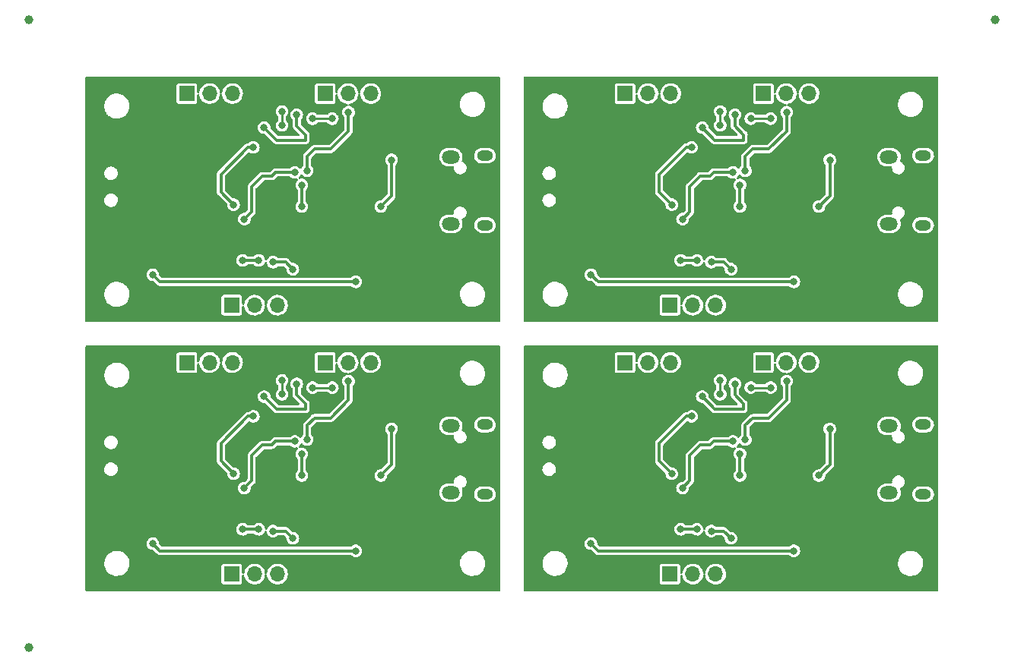
<source format=gbr>
%TF.GenerationSoftware,KiCad,Pcbnew,(6.0.7)*%
%TF.CreationDate,2022-11-18T16:05:00+07:00*%
%TF.ProjectId,test,74657374-2e6b-4696-9361-645f70636258,rev?*%
%TF.SameCoordinates,Original*%
%TF.FileFunction,Copper,L2,Bot*%
%TF.FilePolarity,Positive*%
%FSLAX46Y46*%
G04 Gerber Fmt 4.6, Leading zero omitted, Abs format (unit mm)*
G04 Created by KiCad (PCBNEW (6.0.7)) date 2022-11-18 16:05:00*
%MOMM*%
%LPD*%
G01*
G04 APERTURE LIST*
%TA.AperFunction,SMDPad,CuDef*%
%ADD10C,1.000000*%
%TD*%
%TA.AperFunction,ComponentPad*%
%ADD11R,1.700000X1.700000*%
%TD*%
%TA.AperFunction,ComponentPad*%
%ADD12O,1.700000X1.700000*%
%TD*%
%TA.AperFunction,ComponentPad*%
%ADD13O,1.800000X1.150000*%
%TD*%
%TA.AperFunction,ComponentPad*%
%ADD14O,2.000000X1.450000*%
%TD*%
%TA.AperFunction,ViaPad*%
%ADD15C,0.800000*%
%TD*%
%TA.AperFunction,Conductor*%
%ADD16C,0.300000*%
%TD*%
%TA.AperFunction,Conductor*%
%ADD17C,0.250000*%
%TD*%
G04 APERTURE END LIST*
D10*
%TO.P,REF\u002A\u002A,*%
%TO.N,*%
X17000000Y-87000000D03*
%TD*%
%TO.P,REF\u002A\u002A,*%
%TO.N,*%
X124600000Y-17000000D03*
%TD*%
%TO.P,REF\u002A\u002A,*%
%TO.N,*%
X17000000Y-17000000D03*
%TD*%
D11*
%TO.P,USART1,1,Pin_1*%
%TO.N,Board_3-+3.3V*%
X83400000Y-55200000D03*
D12*
%TO.P,USART1,2,Pin_2*%
%TO.N,Board_3-/MICROCONTROLLER/USART1_TX*%
X85940000Y-55200000D03*
%TO.P,USART1,3,Pin_3*%
%TO.N,Board_3-/MICROCONTROLLER/USART1_RX*%
X88480000Y-55200000D03*
%TO.P,USART1,4,Pin_4*%
%TO.N,Board_3-GND*%
X91020000Y-55200000D03*
%TD*%
D11*
%TO.P,J3,1,Pin_1*%
%TO.N,Board_2-+3.3V*%
X50000000Y-55200000D03*
D12*
%TO.P,J3,2,Pin_2*%
%TO.N,Board_2-/MICROCONTROLLER/SWDIO*%
X52540000Y-55200000D03*
%TO.P,J3,3,Pin_3*%
%TO.N,Board_2-/MICROCONTROLLER/SWDCK*%
X55080000Y-55200000D03*
%TO.P,J3,4,Pin_4*%
%TO.N,Board_2-GND*%
X57620000Y-55200000D03*
%TD*%
D11*
%TO.P,J3,1,Pin_1*%
%TO.N,Board_1-+3.3V*%
X98800000Y-25200000D03*
D12*
%TO.P,J3,2,Pin_2*%
%TO.N,Board_1-/MICROCONTROLLER/SWDIO*%
X101340000Y-25200000D03*
%TO.P,J3,3,Pin_3*%
%TO.N,Board_1-/MICROCONTROLLER/SWDCK*%
X103880000Y-25200000D03*
%TO.P,J3,4,Pin_4*%
%TO.N,Board_1-GND*%
X106420000Y-25200000D03*
%TD*%
D11*
%TO.P,I2C1,1,Pin_1*%
%TO.N,Board_0-+3.3V*%
X39600000Y-48800000D03*
D12*
%TO.P,I2C1,2,Pin_2*%
%TO.N,Board_0-/MICROCONTROLLER/I2C2_SCL*%
X42140000Y-48800000D03*
%TO.P,I2C1,3,Pin_3*%
%TO.N,Board_0-/MICROCONTROLLER/I2C2_SDA*%
X44680000Y-48800000D03*
%TO.P,I2C1,4,Pin_4*%
%TO.N,Board_0-GND*%
X47220000Y-48800000D03*
%TD*%
D11*
%TO.P,I2C1,1,Pin_1*%
%TO.N,Board_1-+3.3V*%
X88400000Y-48800000D03*
D12*
%TO.P,I2C1,2,Pin_2*%
%TO.N,Board_1-/MICROCONTROLLER/I2C2_SCL*%
X90940000Y-48800000D03*
%TO.P,I2C1,3,Pin_3*%
%TO.N,Board_1-/MICROCONTROLLER/I2C2_SDA*%
X93480000Y-48800000D03*
%TO.P,I2C1,4,Pin_4*%
%TO.N,Board_1-GND*%
X96020000Y-48800000D03*
%TD*%
D11*
%TO.P,J3,1,Pin_1*%
%TO.N,Board_3-+3.3V*%
X98800000Y-55200000D03*
D12*
%TO.P,J3,2,Pin_2*%
%TO.N,Board_3-/MICROCONTROLLER/SWDIO*%
X101340000Y-55200000D03*
%TO.P,J3,3,Pin_3*%
%TO.N,Board_3-/MICROCONTROLLER/SWDCK*%
X103880000Y-55200000D03*
%TO.P,J3,4,Pin_4*%
%TO.N,Board_3-GND*%
X106420000Y-55200000D03*
%TD*%
D11*
%TO.P,J3,1,Pin_1*%
%TO.N,Board_0-+3.3V*%
X50000000Y-25200000D03*
D12*
%TO.P,J3,2,Pin_2*%
%TO.N,Board_0-/MICROCONTROLLER/SWDIO*%
X52540000Y-25200000D03*
%TO.P,J3,3,Pin_3*%
%TO.N,Board_0-/MICROCONTROLLER/SWDCK*%
X55080000Y-25200000D03*
%TO.P,J3,4,Pin_4*%
%TO.N,Board_0-GND*%
X57620000Y-25200000D03*
%TD*%
D11*
%TO.P,I2C1,1,Pin_1*%
%TO.N,Board_3-+3.3V*%
X88400000Y-78800000D03*
D12*
%TO.P,I2C1,2,Pin_2*%
%TO.N,Board_3-/MICROCONTROLLER/I2C2_SCL*%
X90940000Y-78800000D03*
%TO.P,I2C1,3,Pin_3*%
%TO.N,Board_3-/MICROCONTROLLER/I2C2_SDA*%
X93480000Y-78800000D03*
%TO.P,I2C1,4,Pin_4*%
%TO.N,Board_3-GND*%
X96020000Y-78800000D03*
%TD*%
D11*
%TO.P,USART1,1,Pin_1*%
%TO.N,Board_1-+3.3V*%
X83400000Y-25200000D03*
D12*
%TO.P,USART1,2,Pin_2*%
%TO.N,Board_1-/MICROCONTROLLER/USART1_TX*%
X85940000Y-25200000D03*
%TO.P,USART1,3,Pin_3*%
%TO.N,Board_1-/MICROCONTROLLER/USART1_RX*%
X88480000Y-25200000D03*
%TO.P,USART1,4,Pin_4*%
%TO.N,Board_1-GND*%
X91020000Y-25200000D03*
%TD*%
D13*
%TO.P,J2,6,Shield*%
%TO.N,Board_3-unconnected-(J2-Pad6)*%
X116595000Y-69875000D03*
X116595000Y-62125000D03*
D14*
X112795000Y-69725000D03*
X112795000Y-62275000D03*
%TD*%
D13*
%TO.P,J2,6,Shield*%
%TO.N,Board_1-unconnected-(J2-Pad6)*%
X116595000Y-39875000D03*
D14*
X112795000Y-39725000D03*
D13*
X116595000Y-32125000D03*
D14*
X112795000Y-32275000D03*
%TD*%
D11*
%TO.P,I2C1,1,Pin_1*%
%TO.N,Board_2-+3.3V*%
X39600000Y-78800000D03*
D12*
%TO.P,I2C1,2,Pin_2*%
%TO.N,Board_2-/MICROCONTROLLER/I2C2_SCL*%
X42140000Y-78800000D03*
%TO.P,I2C1,3,Pin_3*%
%TO.N,Board_2-/MICROCONTROLLER/I2C2_SDA*%
X44680000Y-78800000D03*
%TO.P,I2C1,4,Pin_4*%
%TO.N,Board_2-GND*%
X47220000Y-78800000D03*
%TD*%
D11*
%TO.P,USART1,1,Pin_1*%
%TO.N,Board_2-+3.3V*%
X34600000Y-55200000D03*
D12*
%TO.P,USART1,2,Pin_2*%
%TO.N,Board_2-/MICROCONTROLLER/USART1_TX*%
X37140000Y-55200000D03*
%TO.P,USART1,3,Pin_3*%
%TO.N,Board_2-/MICROCONTROLLER/USART1_RX*%
X39680000Y-55200000D03*
%TO.P,USART1,4,Pin_4*%
%TO.N,Board_2-GND*%
X42220000Y-55200000D03*
%TD*%
D11*
%TO.P,USART1,1,Pin_1*%
%TO.N,Board_0-+3.3V*%
X34600000Y-25200000D03*
D12*
%TO.P,USART1,2,Pin_2*%
%TO.N,Board_0-/MICROCONTROLLER/USART1_TX*%
X37140000Y-25200000D03*
%TO.P,USART1,3,Pin_3*%
%TO.N,Board_0-/MICROCONTROLLER/USART1_RX*%
X39680000Y-25200000D03*
%TO.P,USART1,4,Pin_4*%
%TO.N,Board_0-GND*%
X42220000Y-25200000D03*
%TD*%
D13*
%TO.P,J2,6,Shield*%
%TO.N,Board_0-unconnected-(J2-Pad6)*%
X67795000Y-32125000D03*
D14*
X63995000Y-39725000D03*
D13*
X67795000Y-39875000D03*
D14*
X63995000Y-32275000D03*
%TD*%
%TO.P,J2,6,Shield*%
%TO.N,Board_2-unconnected-(J2-Pad6)*%
X63995000Y-69725000D03*
D13*
X67795000Y-62125000D03*
X67795000Y-69875000D03*
D14*
X63995000Y-62275000D03*
%TD*%
D15*
%TO.N,Board_3-VBUS*%
X102200000Y-76200000D03*
X79600000Y-75400000D03*
%TO.N,Board_3-GND*%
X93400000Y-62800000D03*
X98200000Y-63000000D03*
X97800000Y-73000000D03*
X109400000Y-55200000D03*
X93600000Y-66600000D03*
X86200000Y-63000000D03*
X82800000Y-66800000D03*
X94600000Y-55200000D03*
X115600000Y-60000000D03*
X77600000Y-59800000D03*
X75000000Y-71600000D03*
X75000000Y-74000000D03*
X114200000Y-74000000D03*
X110400000Y-62400000D03*
X110000000Y-79400000D03*
X102200000Y-72800000D03*
X104200000Y-79400000D03*
X78800000Y-71800000D03*
X98800000Y-79000000D03*
X79800000Y-78000000D03*
X111200000Y-54400000D03*
X86200000Y-72000000D03*
X89438007Y-59149500D03*
X111000000Y-56200000D03*
%TO.N,Board_3-/MICROCONTROLLER/USART1_RX*%
X94000000Y-58749500D03*
X94000000Y-57200000D03*
%TO.N,Board_3-/MICROCONTROLLER/SWDIO*%
X96800000Y-63800000D03*
X101400000Y-57275500D03*
%TO.N,Board_3-/MICROCONTROLLER/SWDCK*%
X97400000Y-58000000D03*
X99600000Y-58000000D03*
%TO.N,Board_3-/MICROCONTROLLER/NRST*%
X96200000Y-65400000D03*
X96200000Y-67800000D03*
%TO.N,Board_3-/MICROCONTROLLER/BOOT0*%
X89800000Y-69200000D03*
X95400000Y-64000000D03*
%TO.N,Board_3-+3.3V*%
X88600000Y-67600000D03*
X93000000Y-74000000D03*
X95200000Y-74800000D03*
X92000000Y-59000000D03*
X105000000Y-67800000D03*
X91400000Y-73800000D03*
X90800000Y-61200000D03*
X89600000Y-73800000D03*
X106200000Y-62600000D03*
X95633914Y-57573960D03*
%TO.N,Board_2-VBUS*%
X53400000Y-76200000D03*
X30800000Y-75400000D03*
%TO.N,Board_2-GND*%
X44600000Y-62800000D03*
X49400000Y-63000000D03*
X49000000Y-73000000D03*
X60600000Y-55200000D03*
X44800000Y-66600000D03*
X37400000Y-63000000D03*
X34000000Y-66800000D03*
X45800000Y-55200000D03*
X66800000Y-60000000D03*
X28800000Y-59800000D03*
X26200000Y-71600000D03*
X26200000Y-74000000D03*
X65400000Y-74000000D03*
X61600000Y-62400000D03*
X61200000Y-79400000D03*
X53400000Y-72800000D03*
X55400000Y-79400000D03*
X30000000Y-71800000D03*
X50000000Y-79000000D03*
X31000000Y-78000000D03*
X62400000Y-54400000D03*
X37400000Y-72000000D03*
X40638007Y-59149500D03*
X62200000Y-56200000D03*
%TO.N,Board_2-/MICROCONTROLLER/USART1_RX*%
X45200000Y-58749500D03*
X45200000Y-57200000D03*
%TO.N,Board_2-/MICROCONTROLLER/SWDIO*%
X48000000Y-63800000D03*
X52600000Y-57275500D03*
%TO.N,Board_2-/MICROCONTROLLER/SWDCK*%
X48600000Y-58000000D03*
X50800000Y-58000000D03*
%TO.N,Board_2-/MICROCONTROLLER/NRST*%
X47400000Y-65400000D03*
X47400000Y-67800000D03*
%TO.N,Board_2-/MICROCONTROLLER/BOOT0*%
X41000000Y-69200000D03*
X46600000Y-64000000D03*
%TO.N,Board_2-+3.3V*%
X39800000Y-67600000D03*
X44200000Y-74000000D03*
X46400000Y-74800000D03*
X43200000Y-59000000D03*
X56200000Y-67800000D03*
X42600000Y-73800000D03*
X42000000Y-61200000D03*
X40800000Y-73800000D03*
X57400000Y-62600000D03*
X46833914Y-57573960D03*
%TO.N,Board_1-VBUS*%
X102200000Y-46200000D03*
X79600000Y-45400000D03*
%TO.N,Board_1-GND*%
X93400000Y-32800000D03*
X98200000Y-33000000D03*
X97800000Y-43000000D03*
X109400000Y-25200000D03*
X93600000Y-36600000D03*
X86200000Y-33000000D03*
X82800000Y-36800000D03*
X94600000Y-25200000D03*
X115600000Y-30000000D03*
X77600000Y-29800000D03*
X75000000Y-41600000D03*
X75000000Y-44000000D03*
X114200000Y-44000000D03*
X110400000Y-32400000D03*
X110000000Y-49400000D03*
X102200000Y-42800000D03*
X104200000Y-49400000D03*
X78800000Y-41800000D03*
X98800000Y-49000000D03*
X79800000Y-48000000D03*
X111200000Y-24400000D03*
X86200000Y-42000000D03*
X89438007Y-29149500D03*
X111000000Y-26200000D03*
%TO.N,Board_1-/MICROCONTROLLER/USART1_RX*%
X94000000Y-28749500D03*
X94000000Y-27200000D03*
%TO.N,Board_1-/MICROCONTROLLER/SWDIO*%
X96800000Y-33800000D03*
X101400000Y-27275500D03*
%TO.N,Board_1-/MICROCONTROLLER/SWDCK*%
X97400000Y-28000000D03*
X99600000Y-28000000D03*
%TO.N,Board_1-/MICROCONTROLLER/NRST*%
X96200000Y-35400000D03*
X96200000Y-37800000D03*
%TO.N,Board_1-/MICROCONTROLLER/BOOT0*%
X89800000Y-39200000D03*
X95400000Y-34000000D03*
%TO.N,Board_1-+3.3V*%
X88600000Y-37600000D03*
X93000000Y-44000000D03*
X95200000Y-44800000D03*
X92000000Y-29000000D03*
X105000000Y-37800000D03*
X91400000Y-43800000D03*
X90800000Y-31200000D03*
X89600000Y-43800000D03*
X106200000Y-32600000D03*
X95633914Y-27573960D03*
%TO.N,Board_0-VBUS*%
X53400000Y-46200000D03*
X30800000Y-45400000D03*
%TO.N,Board_0-GND*%
X44600000Y-32800000D03*
X49400000Y-33000000D03*
X49000000Y-43000000D03*
X60600000Y-25200000D03*
X44800000Y-36600000D03*
X37400000Y-33000000D03*
X34000000Y-36800000D03*
X45800000Y-25200000D03*
X66800000Y-30000000D03*
X28800000Y-29800000D03*
X26200000Y-41600000D03*
X26200000Y-44000000D03*
X65400000Y-44000000D03*
X61600000Y-32400000D03*
X61200000Y-49400000D03*
X53400000Y-42800000D03*
X55400000Y-49400000D03*
X30000000Y-41800000D03*
X50000000Y-49000000D03*
X31000000Y-48000000D03*
X62400000Y-24400000D03*
X37400000Y-42000000D03*
X40638007Y-29149500D03*
X62200000Y-26200000D03*
%TO.N,Board_0-/MICROCONTROLLER/USART1_RX*%
X45200000Y-28749500D03*
X45200000Y-27200000D03*
%TO.N,Board_0-/MICROCONTROLLER/SWDIO*%
X48000000Y-33800000D03*
X52600000Y-27275500D03*
%TO.N,Board_0-/MICROCONTROLLER/SWDCK*%
X48600000Y-28000000D03*
X50800000Y-28000000D03*
%TO.N,Board_0-/MICROCONTROLLER/NRST*%
X47400000Y-35400000D03*
X47400000Y-37800000D03*
%TO.N,Board_0-/MICROCONTROLLER/BOOT0*%
X41000000Y-39200000D03*
X46600000Y-34000000D03*
%TO.N,Board_0-+3.3V*%
X39800000Y-37600000D03*
X44200000Y-44000000D03*
X46400000Y-44800000D03*
X43200000Y-29000000D03*
X56200000Y-37800000D03*
X42600000Y-43800000D03*
X42000000Y-31200000D03*
X40800000Y-43800000D03*
X57400000Y-32600000D03*
X46833914Y-27573960D03*
%TD*%
D16*
%TO.N,Board_3-VBUS*%
X102200000Y-76200000D02*
X80400000Y-76200000D01*
X80400000Y-76200000D02*
X79600000Y-75400000D01*
D17*
%TO.N,Board_3-/MICROCONTROLLER/USART1_RX*%
X94000000Y-57200000D02*
X94000000Y-58749500D01*
D16*
%TO.N,Board_3-/MICROCONTROLLER/SWDIO*%
X99400000Y-61400000D02*
X101400000Y-59400000D01*
X101400000Y-59400000D02*
X101400000Y-57275500D01*
X96800000Y-63800000D02*
X96800000Y-62200000D01*
X97600000Y-61400000D02*
X99400000Y-61400000D01*
X96800000Y-62200000D02*
X97600000Y-61400000D01*
D17*
%TO.N,Board_3-/MICROCONTROLLER/SWDCK*%
X99600000Y-58000000D02*
X97400000Y-58000000D01*
D16*
%TO.N,Board_3-/MICROCONTROLLER/NRST*%
X96200000Y-67800000D02*
X96200000Y-65400000D01*
%TO.N,Board_3-/MICROCONTROLLER/BOOT0*%
X95400000Y-64000000D02*
X93260661Y-64000000D01*
X90600000Y-65600000D02*
X90600000Y-68400000D01*
X92860661Y-64400000D02*
X91800000Y-64400000D01*
X90600000Y-68400000D02*
X89800000Y-69200000D01*
X91800000Y-64400000D02*
X90600000Y-65600000D01*
X93260661Y-64000000D02*
X92860661Y-64400000D01*
%TO.N,Board_3-+3.3V*%
X88600000Y-67600000D02*
X87200000Y-66200000D01*
X95633914Y-58833914D02*
X95633914Y-57573960D01*
X96600000Y-59800000D02*
X95633914Y-58833914D01*
X92000000Y-59000000D02*
X93400000Y-60400000D01*
X93400000Y-60400000D02*
X96600000Y-60400000D01*
X106200000Y-66600000D02*
X106200000Y-62600000D01*
X105000000Y-67800000D02*
X106200000Y-66600000D01*
X94400000Y-74000000D02*
X95200000Y-74800000D01*
X96600000Y-60400000D02*
X96600000Y-59800000D01*
X93000000Y-74000000D02*
X94400000Y-74000000D01*
X87200000Y-66200000D02*
X87200000Y-64200000D01*
X89600000Y-73800000D02*
X91400000Y-73800000D01*
X87200000Y-64200000D02*
X90200000Y-61200000D01*
X90200000Y-61200000D02*
X90800000Y-61200000D01*
%TO.N,Board_2-VBUS*%
X53400000Y-76200000D02*
X31600000Y-76200000D01*
X31600000Y-76200000D02*
X30800000Y-75400000D01*
D17*
%TO.N,Board_2-/MICROCONTROLLER/USART1_RX*%
X45200000Y-57200000D02*
X45200000Y-58749500D01*
D16*
%TO.N,Board_2-/MICROCONTROLLER/SWDIO*%
X50600000Y-61400000D02*
X52600000Y-59400000D01*
X52600000Y-59400000D02*
X52600000Y-57275500D01*
X48000000Y-63800000D02*
X48000000Y-62200000D01*
X48800000Y-61400000D02*
X50600000Y-61400000D01*
X48000000Y-62200000D02*
X48800000Y-61400000D01*
D17*
%TO.N,Board_2-/MICROCONTROLLER/SWDCK*%
X50800000Y-58000000D02*
X48600000Y-58000000D01*
D16*
%TO.N,Board_2-/MICROCONTROLLER/NRST*%
X47400000Y-67800000D02*
X47400000Y-65400000D01*
%TO.N,Board_2-/MICROCONTROLLER/BOOT0*%
X46600000Y-64000000D02*
X44460661Y-64000000D01*
X41800000Y-65600000D02*
X41800000Y-68400000D01*
X44060661Y-64400000D02*
X43000000Y-64400000D01*
X41800000Y-68400000D02*
X41000000Y-69200000D01*
X43000000Y-64400000D02*
X41800000Y-65600000D01*
X44460661Y-64000000D02*
X44060661Y-64400000D01*
%TO.N,Board_2-+3.3V*%
X39800000Y-67600000D02*
X38400000Y-66200000D01*
X46833914Y-58833914D02*
X46833914Y-57573960D01*
X47800000Y-59800000D02*
X46833914Y-58833914D01*
X43200000Y-59000000D02*
X44600000Y-60400000D01*
X44600000Y-60400000D02*
X47800000Y-60400000D01*
X57400000Y-66600000D02*
X57400000Y-62600000D01*
X56200000Y-67800000D02*
X57400000Y-66600000D01*
X45600000Y-74000000D02*
X46400000Y-74800000D01*
X47800000Y-60400000D02*
X47800000Y-59800000D01*
X44200000Y-74000000D02*
X45600000Y-74000000D01*
X38400000Y-66200000D02*
X38400000Y-64200000D01*
X40800000Y-73800000D02*
X42600000Y-73800000D01*
X38400000Y-64200000D02*
X41400000Y-61200000D01*
X41400000Y-61200000D02*
X42000000Y-61200000D01*
%TO.N,Board_1-VBUS*%
X102200000Y-46200000D02*
X80400000Y-46200000D01*
X80400000Y-46200000D02*
X79600000Y-45400000D01*
D17*
%TO.N,Board_1-/MICROCONTROLLER/USART1_RX*%
X94000000Y-27200000D02*
X94000000Y-28749500D01*
D16*
%TO.N,Board_1-/MICROCONTROLLER/SWDIO*%
X99400000Y-31400000D02*
X101400000Y-29400000D01*
X101400000Y-29400000D02*
X101400000Y-27275500D01*
X96800000Y-33800000D02*
X96800000Y-32200000D01*
X97600000Y-31400000D02*
X99400000Y-31400000D01*
X96800000Y-32200000D02*
X97600000Y-31400000D01*
D17*
%TO.N,Board_1-/MICROCONTROLLER/SWDCK*%
X99600000Y-28000000D02*
X97400000Y-28000000D01*
D16*
%TO.N,Board_1-/MICROCONTROLLER/NRST*%
X96200000Y-37800000D02*
X96200000Y-35400000D01*
%TO.N,Board_1-/MICROCONTROLLER/BOOT0*%
X95400000Y-34000000D02*
X93260661Y-34000000D01*
X90600000Y-35600000D02*
X90600000Y-38400000D01*
X92860661Y-34400000D02*
X91800000Y-34400000D01*
X90600000Y-38400000D02*
X89800000Y-39200000D01*
X91800000Y-34400000D02*
X90600000Y-35600000D01*
X93260661Y-34000000D02*
X92860661Y-34400000D01*
%TO.N,Board_1-+3.3V*%
X88600000Y-37600000D02*
X87200000Y-36200000D01*
X95633914Y-28833914D02*
X95633914Y-27573960D01*
X96600000Y-29800000D02*
X95633914Y-28833914D01*
X92000000Y-29000000D02*
X93400000Y-30400000D01*
X93400000Y-30400000D02*
X96600000Y-30400000D01*
X106200000Y-36600000D02*
X106200000Y-32600000D01*
X105000000Y-37800000D02*
X106200000Y-36600000D01*
X94400000Y-44000000D02*
X95200000Y-44800000D01*
X96600000Y-30400000D02*
X96600000Y-29800000D01*
X93000000Y-44000000D02*
X94400000Y-44000000D01*
X87200000Y-36200000D02*
X87200000Y-34200000D01*
X89600000Y-43800000D02*
X91400000Y-43800000D01*
X87200000Y-34200000D02*
X90200000Y-31200000D01*
X90200000Y-31200000D02*
X90800000Y-31200000D01*
%TO.N,Board_0-VBUS*%
X53400000Y-46200000D02*
X31600000Y-46200000D01*
X31600000Y-46200000D02*
X30800000Y-45400000D01*
D17*
%TO.N,Board_0-/MICROCONTROLLER/USART1_RX*%
X45200000Y-27200000D02*
X45200000Y-28749500D01*
D16*
%TO.N,Board_0-/MICROCONTROLLER/SWDIO*%
X50600000Y-31400000D02*
X52600000Y-29400000D01*
X52600000Y-29400000D02*
X52600000Y-27275500D01*
X48000000Y-33800000D02*
X48000000Y-32200000D01*
X48800000Y-31400000D02*
X50600000Y-31400000D01*
X48000000Y-32200000D02*
X48800000Y-31400000D01*
D17*
%TO.N,Board_0-/MICROCONTROLLER/SWDCK*%
X50800000Y-28000000D02*
X48600000Y-28000000D01*
D16*
%TO.N,Board_0-/MICROCONTROLLER/NRST*%
X47400000Y-37800000D02*
X47400000Y-35400000D01*
%TO.N,Board_0-/MICROCONTROLLER/BOOT0*%
X46600000Y-34000000D02*
X44460661Y-34000000D01*
X41800000Y-35600000D02*
X41800000Y-38400000D01*
X44060661Y-34400000D02*
X43000000Y-34400000D01*
X41800000Y-38400000D02*
X41000000Y-39200000D01*
X43000000Y-34400000D02*
X41800000Y-35600000D01*
X44460661Y-34000000D02*
X44060661Y-34400000D01*
%TO.N,Board_0-+3.3V*%
X39800000Y-37600000D02*
X38400000Y-36200000D01*
X46833914Y-28833914D02*
X46833914Y-27573960D01*
X47800000Y-29800000D02*
X46833914Y-28833914D01*
X43200000Y-29000000D02*
X44600000Y-30400000D01*
X44600000Y-30400000D02*
X47800000Y-30400000D01*
X57400000Y-36600000D02*
X57400000Y-32600000D01*
X56200000Y-37800000D02*
X57400000Y-36600000D01*
X45600000Y-44000000D02*
X46400000Y-44800000D01*
X47800000Y-30400000D02*
X47800000Y-29800000D01*
X44200000Y-44000000D02*
X45600000Y-44000000D01*
X38400000Y-36200000D02*
X38400000Y-34200000D01*
X40800000Y-43800000D02*
X42600000Y-43800000D01*
X38400000Y-34200000D02*
X41400000Y-31200000D01*
X41400000Y-31200000D02*
X42000000Y-31200000D01*
%TD*%
%TA.AperFunction,Conductor*%
%TO.N,Board_0-GND*%
G36*
X69442539Y-23320185D02*
G01*
X69488294Y-23372989D01*
X69499500Y-23424500D01*
X69499500Y-50575500D01*
X69479815Y-50642539D01*
X69427011Y-50688294D01*
X69375500Y-50699500D01*
X23424500Y-50699500D01*
X23357461Y-50679815D01*
X23311706Y-50627011D01*
X23300500Y-50575500D01*
X23300500Y-49694646D01*
X38449500Y-49694646D01*
X38452618Y-49720846D01*
X38498061Y-49823153D01*
X38577287Y-49902241D01*
X38587758Y-49906870D01*
X38587759Y-49906871D01*
X38671147Y-49943737D01*
X38671149Y-49943738D01*
X38679673Y-49947506D01*
X38705354Y-49950500D01*
X40494646Y-49950500D01*
X40498300Y-49950065D01*
X40498302Y-49950065D01*
X40503266Y-49949474D01*
X40520846Y-49947382D01*
X40623153Y-49901939D01*
X40702241Y-49822713D01*
X40747506Y-49720327D01*
X40750500Y-49694646D01*
X40750500Y-48980300D01*
X40770185Y-48913261D01*
X40822989Y-48867506D01*
X40892147Y-48857562D01*
X40955703Y-48886587D01*
X40993477Y-48945365D01*
X40998234Y-48972190D01*
X40998423Y-48975072D01*
X40998425Y-48975082D01*
X40998796Y-48980749D01*
X41050845Y-49185690D01*
X41053219Y-49190841D01*
X41053221Y-49190845D01*
X41091981Y-49274922D01*
X41139369Y-49377714D01*
X41261405Y-49550391D01*
X41412865Y-49697937D01*
X41417588Y-49701093D01*
X41417592Y-49701096D01*
X41488663Y-49748584D01*
X41588677Y-49815411D01*
X41782953Y-49898878D01*
X41818277Y-49906871D01*
X41983638Y-49944289D01*
X41983642Y-49944290D01*
X41989186Y-49945544D01*
X42115315Y-49950500D01*
X42194789Y-49953623D01*
X42194791Y-49953623D01*
X42200470Y-49953846D01*
X42206090Y-49953031D01*
X42206092Y-49953031D01*
X42404103Y-49924320D01*
X42404104Y-49924320D01*
X42409730Y-49923504D01*
X42428588Y-49917103D01*
X42604565Y-49857367D01*
X42604568Y-49857366D01*
X42609955Y-49855537D01*
X42614916Y-49852759D01*
X42614922Y-49852756D01*
X42721530Y-49793052D01*
X42794442Y-49752219D01*
X42832165Y-49720846D01*
X42952645Y-49620644D01*
X42957012Y-49617012D01*
X42960644Y-49612645D01*
X43088584Y-49458813D01*
X43088585Y-49458811D01*
X43092219Y-49454442D01*
X43138078Y-49372556D01*
X43192756Y-49274922D01*
X43192759Y-49274916D01*
X43195537Y-49269955D01*
X43226009Y-49180189D01*
X43261675Y-49075118D01*
X43263504Y-49069730D01*
X43273552Y-49000431D01*
X43287820Y-48902033D01*
X43316921Y-48838512D01*
X43370225Y-48804346D01*
X43450974Y-48804346D01*
X43504347Y-48838736D01*
X43533296Y-48902327D01*
X43534271Y-48911707D01*
X43538796Y-48980749D01*
X43590845Y-49185690D01*
X43593219Y-49190841D01*
X43593221Y-49190845D01*
X43631981Y-49274922D01*
X43679369Y-49377714D01*
X43801405Y-49550391D01*
X43952865Y-49697937D01*
X43957588Y-49701093D01*
X43957592Y-49701096D01*
X44028663Y-49748584D01*
X44128677Y-49815411D01*
X44322953Y-49898878D01*
X44358277Y-49906871D01*
X44523638Y-49944289D01*
X44523642Y-49944290D01*
X44529186Y-49945544D01*
X44655315Y-49950500D01*
X44734789Y-49953623D01*
X44734791Y-49953623D01*
X44740470Y-49953846D01*
X44746090Y-49953031D01*
X44746092Y-49953031D01*
X44944103Y-49924320D01*
X44944104Y-49924320D01*
X44949730Y-49923504D01*
X44968588Y-49917103D01*
X45144565Y-49857367D01*
X45144568Y-49857366D01*
X45149955Y-49855537D01*
X45154916Y-49852759D01*
X45154922Y-49852756D01*
X45261530Y-49793052D01*
X45334442Y-49752219D01*
X45372165Y-49720846D01*
X45492645Y-49620644D01*
X45497012Y-49617012D01*
X45500644Y-49612645D01*
X45628584Y-49458813D01*
X45628585Y-49458811D01*
X45632219Y-49454442D01*
X45678078Y-49372556D01*
X45732756Y-49274922D01*
X45732759Y-49274916D01*
X45735537Y-49269955D01*
X45766009Y-49180189D01*
X45801675Y-49075118D01*
X45803504Y-49069730D01*
X45833846Y-48860470D01*
X45835429Y-48800000D01*
X45816081Y-48589440D01*
X45758686Y-48385931D01*
X45665165Y-48196290D01*
X45538651Y-48026867D01*
X45534481Y-48023012D01*
X45534478Y-48023009D01*
X45470319Y-47963702D01*
X45383381Y-47883337D01*
X45377574Y-47879673D01*
X45209363Y-47773539D01*
X45209361Y-47773538D01*
X45204554Y-47770505D01*
X45008160Y-47692152D01*
X45002579Y-47691042D01*
X45002576Y-47691041D01*
X44877744Y-47666211D01*
X44800775Y-47650901D01*
X44795088Y-47650827D01*
X44795083Y-47650826D01*
X44595034Y-47648207D01*
X44595029Y-47648207D01*
X44589346Y-47648133D01*
X44583742Y-47649096D01*
X44583741Y-47649096D01*
X44386550Y-47682979D01*
X44386547Y-47682980D01*
X44380953Y-47683941D01*
X44182575Y-47757127D01*
X44177697Y-47760029D01*
X44177695Y-47760030D01*
X44005740Y-47862332D01*
X44005737Y-47862334D01*
X44000856Y-47865238D01*
X43841881Y-48004655D01*
X43838362Y-48009119D01*
X43838359Y-48009122D01*
X43820782Y-48031419D01*
X43710976Y-48170708D01*
X43612523Y-48357836D01*
X43610837Y-48363267D01*
X43610835Y-48363271D01*
X43559952Y-48527141D01*
X43549820Y-48559773D01*
X43532851Y-48703140D01*
X43505425Y-48767398D01*
X43450974Y-48804346D01*
X43370225Y-48804346D01*
X43370667Y-48804063D01*
X43318057Y-48772081D01*
X43287453Y-48709271D01*
X43286232Y-48699909D01*
X43276601Y-48595100D01*
X43276081Y-48589440D01*
X43218686Y-48385931D01*
X43125165Y-48196290D01*
X42998651Y-48026867D01*
X42994481Y-48023012D01*
X42994478Y-48023009D01*
X42930319Y-47963702D01*
X42843381Y-47883337D01*
X42837574Y-47879673D01*
X42669363Y-47773539D01*
X42669361Y-47773538D01*
X42664554Y-47770505D01*
X42468160Y-47692152D01*
X42462579Y-47691042D01*
X42462576Y-47691041D01*
X42337744Y-47666211D01*
X42260775Y-47650901D01*
X42255088Y-47650827D01*
X42255083Y-47650826D01*
X42055034Y-47648207D01*
X42055029Y-47648207D01*
X42049346Y-47648133D01*
X42043742Y-47649096D01*
X42043741Y-47649096D01*
X41846550Y-47682979D01*
X41846547Y-47682980D01*
X41840953Y-47683941D01*
X41642575Y-47757127D01*
X41637697Y-47760029D01*
X41637695Y-47760030D01*
X41465740Y-47862332D01*
X41465737Y-47862334D01*
X41460856Y-47865238D01*
X41301881Y-48004655D01*
X41298362Y-48009119D01*
X41298359Y-48009122D01*
X41280782Y-48031419D01*
X41170976Y-48170708D01*
X41072523Y-48357836D01*
X41070837Y-48363267D01*
X41070835Y-48363271D01*
X41019952Y-48527141D01*
X41009820Y-48559773D01*
X41009152Y-48565418D01*
X41009151Y-48565422D01*
X40997640Y-48662681D01*
X40970213Y-48726942D01*
X40912397Y-48766173D01*
X40842549Y-48767919D01*
X40782845Y-48731625D01*
X40752241Y-48668814D01*
X40750500Y-48648106D01*
X40750500Y-47905354D01*
X40747382Y-47879154D01*
X40701939Y-47776847D01*
X40622713Y-47697759D01*
X40612242Y-47693130D01*
X40612241Y-47693129D01*
X40528853Y-47656263D01*
X40528851Y-47656262D01*
X40520327Y-47652494D01*
X40494646Y-47649500D01*
X38705354Y-47649500D01*
X38701700Y-47649935D01*
X38701698Y-47649935D01*
X38696734Y-47650526D01*
X38679154Y-47652618D01*
X38576847Y-47698061D01*
X38497759Y-47777287D01*
X38493130Y-47787758D01*
X38493129Y-47787759D01*
X38458876Y-47865238D01*
X38452494Y-47879673D01*
X38449500Y-47905354D01*
X38449500Y-49694646D01*
X23300500Y-49694646D01*
X23300500Y-47533789D01*
X25395996Y-47533789D01*
X25404913Y-47771295D01*
X25405990Y-47776430D01*
X25405991Y-47776435D01*
X25452639Y-47998758D01*
X25453719Y-48003904D01*
X25455648Y-48008788D01*
X25455649Y-48008792D01*
X25464585Y-48031419D01*
X25541020Y-48224963D01*
X25543741Y-48229447D01*
X25543743Y-48229451D01*
X25635604Y-48380833D01*
X25664319Y-48428153D01*
X25667766Y-48432125D01*
X25809188Y-48595100D01*
X25820090Y-48607664D01*
X26003880Y-48758362D01*
X26008441Y-48760958D01*
X26008442Y-48760959D01*
X26205875Y-48873345D01*
X26205880Y-48873347D01*
X26210433Y-48875939D01*
X26433844Y-48957034D01*
X26667725Y-48999326D01*
X26692619Y-49000500D01*
X26859680Y-49000500D01*
X26862296Y-49000278D01*
X26862297Y-49000278D01*
X27031590Y-48985913D01*
X27036823Y-48985469D01*
X27266874Y-48925760D01*
X27483576Y-48828143D01*
X27680732Y-48695409D01*
X27852705Y-48531355D01*
X27994579Y-48340670D01*
X27996958Y-48335991D01*
X28099913Y-48133493D01*
X28099915Y-48133488D01*
X28102295Y-48128807D01*
X28172775Y-47901824D01*
X28174714Y-47887197D01*
X28203315Y-47671412D01*
X28203315Y-47671408D01*
X28204004Y-47666211D01*
X28199032Y-47533789D01*
X64995996Y-47533789D01*
X65004913Y-47771295D01*
X65005990Y-47776430D01*
X65005991Y-47776435D01*
X65052639Y-47998758D01*
X65053719Y-48003904D01*
X65055648Y-48008788D01*
X65055649Y-48008792D01*
X65064585Y-48031419D01*
X65141020Y-48224963D01*
X65143741Y-48229447D01*
X65143743Y-48229451D01*
X65235604Y-48380833D01*
X65264319Y-48428153D01*
X65267766Y-48432125D01*
X65409188Y-48595100D01*
X65420090Y-48607664D01*
X65603880Y-48758362D01*
X65608441Y-48760958D01*
X65608442Y-48760959D01*
X65805875Y-48873345D01*
X65805880Y-48873347D01*
X65810433Y-48875939D01*
X66033844Y-48957034D01*
X66267725Y-48999326D01*
X66292619Y-49000500D01*
X66459680Y-49000500D01*
X66462296Y-49000278D01*
X66462297Y-49000278D01*
X66631590Y-48985913D01*
X66636823Y-48985469D01*
X66866874Y-48925760D01*
X67083576Y-48828143D01*
X67280732Y-48695409D01*
X67452705Y-48531355D01*
X67594579Y-48340670D01*
X67596958Y-48335991D01*
X67699913Y-48133493D01*
X67699915Y-48133488D01*
X67702295Y-48128807D01*
X67772775Y-47901824D01*
X67774714Y-47887197D01*
X67803315Y-47671412D01*
X67803315Y-47671408D01*
X67804004Y-47666211D01*
X67795087Y-47428705D01*
X67767700Y-47298176D01*
X67747361Y-47201242D01*
X67747360Y-47201239D01*
X67746281Y-47196096D01*
X67658980Y-46975037D01*
X67611760Y-46897220D01*
X67538408Y-46776341D01*
X67535681Y-46771847D01*
X67409840Y-46626827D01*
X67383356Y-46596307D01*
X67383355Y-46596306D01*
X67379910Y-46592336D01*
X67196120Y-46441638D01*
X67191558Y-46439041D01*
X66994125Y-46326655D01*
X66994120Y-46326653D01*
X66989567Y-46324061D01*
X66766156Y-46242966D01*
X66532275Y-46200674D01*
X66507381Y-46199500D01*
X66340320Y-46199500D01*
X66337704Y-46199722D01*
X66337703Y-46199722D01*
X66228627Y-46208977D01*
X66163177Y-46214531D01*
X65933126Y-46274240D01*
X65716424Y-46371857D01*
X65519268Y-46504591D01*
X65347295Y-46668645D01*
X65205421Y-46859330D01*
X65203042Y-46864008D01*
X65203042Y-46864009D01*
X65148875Y-46970549D01*
X65097705Y-47071193D01*
X65027225Y-47298176D01*
X64995996Y-47533789D01*
X28199032Y-47533789D01*
X28195087Y-47428705D01*
X28167700Y-47298176D01*
X28147361Y-47201242D01*
X28147360Y-47201239D01*
X28146281Y-47196096D01*
X28058980Y-46975037D01*
X28011760Y-46897220D01*
X27938408Y-46776341D01*
X27935681Y-46771847D01*
X27809840Y-46626827D01*
X27783356Y-46596307D01*
X27783355Y-46596306D01*
X27779910Y-46592336D01*
X27596120Y-46441638D01*
X27591558Y-46439041D01*
X27394125Y-46326655D01*
X27394120Y-46326653D01*
X27389567Y-46324061D01*
X27166156Y-46242966D01*
X26932275Y-46200674D01*
X26907381Y-46199500D01*
X26740320Y-46199500D01*
X26737704Y-46199722D01*
X26737703Y-46199722D01*
X26628627Y-46208977D01*
X26563177Y-46214531D01*
X26333126Y-46274240D01*
X26116424Y-46371857D01*
X25919268Y-46504591D01*
X25747295Y-46668645D01*
X25605421Y-46859330D01*
X25603042Y-46864008D01*
X25603042Y-46864009D01*
X25548875Y-46970549D01*
X25497705Y-47071193D01*
X25427225Y-47298176D01*
X25395996Y-47533789D01*
X23300500Y-47533789D01*
X23300500Y-45392611D01*
X30094394Y-45392611D01*
X30095214Y-45400039D01*
X30095214Y-45400041D01*
X30096841Y-45414778D01*
X30112999Y-45561135D01*
X30115565Y-45568147D01*
X30115566Y-45568151D01*
X30135012Y-45621288D01*
X30171266Y-45720356D01*
X30175433Y-45726558D01*
X30175435Y-45726561D01*
X30236421Y-45817317D01*
X30265830Y-45861083D01*
X30271360Y-45866115D01*
X30385702Y-45970159D01*
X30385706Y-45970162D01*
X30391233Y-45975191D01*
X30540235Y-46056092D01*
X30635585Y-46081107D01*
X30697005Y-46097220D01*
X30697007Y-46097220D01*
X30704233Y-46099116D01*
X30814313Y-46100845D01*
X30881034Y-46121580D01*
X30900046Y-46137149D01*
X31257333Y-46494436D01*
X31267031Y-46505349D01*
X31288128Y-46532110D01*
X31295753Y-46537380D01*
X31295754Y-46537381D01*
X31336400Y-46565473D01*
X31339568Y-46567737D01*
X31379356Y-46597125D01*
X31379364Y-46597129D01*
X31386817Y-46602634D01*
X31393631Y-46605027D01*
X31399569Y-46609131D01*
X31439634Y-46621802D01*
X31455522Y-46626827D01*
X31459212Y-46628058D01*
X31514631Y-46647520D01*
X31521733Y-46647799D01*
X31521995Y-46647851D01*
X31528730Y-46649980D01*
X31535337Y-46650500D01*
X31588059Y-46650500D01*
X31592926Y-46650596D01*
X31649994Y-46652838D01*
X31657075Y-46650960D01*
X31665438Y-46650500D01*
X52806227Y-46650500D01*
X52873266Y-46670185D01*
X52889680Y-46682786D01*
X52985698Y-46770155D01*
X52985700Y-46770157D01*
X52991233Y-46775191D01*
X53140235Y-46856092D01*
X53235585Y-46881107D01*
X53297005Y-46897220D01*
X53297007Y-46897220D01*
X53304233Y-46899116D01*
X53387178Y-46900419D01*
X53466290Y-46901662D01*
X53466293Y-46901662D01*
X53473760Y-46901779D01*
X53596209Y-46873735D01*
X53631738Y-46865598D01*
X53631739Y-46865598D01*
X53639029Y-46863928D01*
X53714111Y-46826166D01*
X53783820Y-46791106D01*
X53783822Y-46791105D01*
X53790498Y-46787747D01*
X53796180Y-46782894D01*
X53796183Y-46782892D01*
X53913741Y-46682487D01*
X53919423Y-46677634D01*
X54018361Y-46539947D01*
X54081601Y-46382634D01*
X54090192Y-46322272D01*
X54104918Y-46218800D01*
X54104918Y-46218794D01*
X54105490Y-46214778D01*
X54105645Y-46200000D01*
X54096155Y-46121580D01*
X54086175Y-46039105D01*
X54086174Y-46039101D01*
X54085276Y-46031680D01*
X54025345Y-45873077D01*
X54017102Y-45861083D01*
X53933549Y-45739513D01*
X53933546Y-45739510D01*
X53929312Y-45733349D01*
X53802721Y-45620560D01*
X53788347Y-45612949D01*
X53659489Y-45544723D01*
X53652881Y-45541224D01*
X53488441Y-45499919D01*
X53402248Y-45499468D01*
X53326368Y-45499070D01*
X53326367Y-45499070D01*
X53318895Y-45499031D01*
X53307449Y-45501779D01*
X53161295Y-45536868D01*
X53161293Y-45536869D01*
X53154032Y-45538612D01*
X53147399Y-45542035D01*
X53147395Y-45542037D01*
X53096801Y-45568151D01*
X53003369Y-45616375D01*
X52997737Y-45621288D01*
X52885794Y-45718942D01*
X52822336Y-45748178D01*
X52804280Y-45749500D01*
X46474323Y-45749500D01*
X46468215Y-45747707D01*
X46455006Y-45749500D01*
X31837965Y-45749500D01*
X31770926Y-45729815D01*
X31750284Y-45713181D01*
X31541736Y-45504633D01*
X31508251Y-45443310D01*
X31506269Y-45414786D01*
X31505490Y-45414778D01*
X31505602Y-45404065D01*
X31505645Y-45400000D01*
X31502034Y-45370159D01*
X31486175Y-45239105D01*
X31486174Y-45239101D01*
X31485276Y-45231680D01*
X31450613Y-45139947D01*
X31427989Y-45080073D01*
X31427987Y-45080070D01*
X31425345Y-45073077D01*
X31343304Y-44953707D01*
X31333549Y-44939513D01*
X31333546Y-44939510D01*
X31329312Y-44933349D01*
X31202721Y-44820560D01*
X31188347Y-44812949D01*
X31059489Y-44744723D01*
X31052881Y-44741224D01*
X30888441Y-44699919D01*
X30802248Y-44699468D01*
X30726368Y-44699070D01*
X30726367Y-44699070D01*
X30718895Y-44699031D01*
X30707449Y-44701779D01*
X30561295Y-44736868D01*
X30561293Y-44736869D01*
X30554032Y-44738612D01*
X30547399Y-44742035D01*
X30547395Y-44742037D01*
X30517468Y-44757484D01*
X30403369Y-44816375D01*
X30275604Y-44927831D01*
X30178113Y-45066547D01*
X30116524Y-45224513D01*
X30115548Y-45231923D01*
X30115548Y-45231925D01*
X30111047Y-45266115D01*
X30094394Y-45392611D01*
X23300500Y-45392611D01*
X23300500Y-43792611D01*
X40094394Y-43792611D01*
X40112999Y-43961135D01*
X40115565Y-43968147D01*
X40115566Y-43968151D01*
X40137298Y-44027536D01*
X40171266Y-44120356D01*
X40175433Y-44126558D01*
X40175435Y-44126561D01*
X40236249Y-44217061D01*
X40265830Y-44261083D01*
X40271360Y-44266115D01*
X40385702Y-44370159D01*
X40385706Y-44370162D01*
X40391233Y-44375191D01*
X40540235Y-44456092D01*
X40635585Y-44481107D01*
X40697005Y-44497220D01*
X40697007Y-44497220D01*
X40704233Y-44499116D01*
X40787178Y-44500419D01*
X40866290Y-44501662D01*
X40866293Y-44501662D01*
X40873760Y-44501779D01*
X41011709Y-44470185D01*
X41031738Y-44465598D01*
X41031739Y-44465598D01*
X41039029Y-44463928D01*
X41114111Y-44426165D01*
X41183820Y-44391106D01*
X41183822Y-44391105D01*
X41190498Y-44387747D01*
X41196180Y-44382894D01*
X41196183Y-44382892D01*
X41316407Y-44280210D01*
X41380168Y-44251639D01*
X41396939Y-44250500D01*
X42006227Y-44250500D01*
X42073266Y-44270185D01*
X42089680Y-44282786D01*
X42185698Y-44370155D01*
X42185700Y-44370157D01*
X42191233Y-44375191D01*
X42340235Y-44456092D01*
X42435585Y-44481107D01*
X42497005Y-44497220D01*
X42497007Y-44497220D01*
X42504233Y-44499116D01*
X42587178Y-44500419D01*
X42666290Y-44501662D01*
X42666293Y-44501662D01*
X42673760Y-44501779D01*
X42811709Y-44470185D01*
X42831738Y-44465598D01*
X42831739Y-44465598D01*
X42839029Y-44463928D01*
X42914111Y-44426165D01*
X42983820Y-44391106D01*
X42983822Y-44391105D01*
X42990498Y-44387747D01*
X42996180Y-44382894D01*
X42996183Y-44382892D01*
X43113741Y-44282487D01*
X43119423Y-44277634D01*
X43218361Y-44139947D01*
X43221148Y-44133015D01*
X43221152Y-44133007D01*
X43263552Y-44027536D01*
X43306821Y-43972676D01*
X43372881Y-43949919D01*
X43440757Y-43966489D01*
X43488900Y-44017125D01*
X43501854Y-44060179D01*
X43512999Y-44161135D01*
X43515565Y-44168147D01*
X43515566Y-44168151D01*
X43557408Y-44282487D01*
X43571266Y-44320356D01*
X43575433Y-44326558D01*
X43575435Y-44326561D01*
X43618808Y-44391106D01*
X43665830Y-44461083D01*
X43671360Y-44466115D01*
X43785702Y-44570159D01*
X43785706Y-44570162D01*
X43791233Y-44575191D01*
X43940235Y-44656092D01*
X44035585Y-44681107D01*
X44097005Y-44697220D01*
X44097007Y-44697220D01*
X44104233Y-44699116D01*
X44187178Y-44700419D01*
X44266290Y-44701662D01*
X44266293Y-44701662D01*
X44273760Y-44701779D01*
X44396209Y-44673735D01*
X44431738Y-44665598D01*
X44431739Y-44665598D01*
X44439029Y-44663928D01*
X44517059Y-44624683D01*
X44583820Y-44591106D01*
X44583822Y-44591105D01*
X44590498Y-44587747D01*
X44596180Y-44582894D01*
X44596183Y-44582892D01*
X44716407Y-44480210D01*
X44780168Y-44451639D01*
X44796939Y-44450500D01*
X45362035Y-44450500D01*
X45429074Y-44470185D01*
X45449716Y-44486819D01*
X45659058Y-44696161D01*
X45692543Y-44757484D01*
X45695370Y-44785139D01*
X45695369Y-44785203D01*
X45694394Y-44792611D01*
X45695214Y-44800039D01*
X45695214Y-44800040D01*
X45708190Y-44917571D01*
X45712999Y-44961135D01*
X45715565Y-44968147D01*
X45715566Y-44968151D01*
X45751708Y-45066912D01*
X45771266Y-45120356D01*
X45775433Y-45126558D01*
X45775435Y-45126561D01*
X45788510Y-45146018D01*
X45865830Y-45261083D01*
X45871360Y-45266115D01*
X45985702Y-45370159D01*
X45985706Y-45370162D01*
X45991233Y-45375191D01*
X46140235Y-45456092D01*
X46235585Y-45481107D01*
X46297005Y-45497220D01*
X46297007Y-45497220D01*
X46304233Y-45499116D01*
X46456954Y-45501515D01*
X46459975Y-45502454D01*
X46461359Y-45502180D01*
X46466289Y-45501662D01*
X46473760Y-45501779D01*
X46596209Y-45473735D01*
X46631738Y-45465598D01*
X46631739Y-45465598D01*
X46639029Y-45463928D01*
X46736753Y-45414778D01*
X46783820Y-45391106D01*
X46783822Y-45391105D01*
X46790498Y-45387747D01*
X46796180Y-45382894D01*
X46796183Y-45382892D01*
X46913741Y-45282487D01*
X46919423Y-45277634D01*
X47018361Y-45139947D01*
X47081601Y-44982634D01*
X47088615Y-44933349D01*
X47104918Y-44818800D01*
X47104918Y-44818794D01*
X47105490Y-44814778D01*
X47105645Y-44800000D01*
X47098631Y-44742037D01*
X47086175Y-44639105D01*
X47086174Y-44639101D01*
X47085276Y-44631680D01*
X47036191Y-44501779D01*
X47027989Y-44480073D01*
X47027987Y-44480070D01*
X47025345Y-44473077D01*
X47014976Y-44457990D01*
X46933549Y-44339513D01*
X46933546Y-44339510D01*
X46929312Y-44333349D01*
X46866779Y-44277634D01*
X46808303Y-44225533D01*
X46808301Y-44225532D01*
X46802721Y-44220560D01*
X46652881Y-44141224D01*
X46488441Y-44099919D01*
X46387207Y-44099389D01*
X46320271Y-44079354D01*
X46300175Y-44063072D01*
X45942667Y-43705564D01*
X45932969Y-43694651D01*
X45917611Y-43675170D01*
X45911872Y-43667890D01*
X45863554Y-43634495D01*
X45860454Y-43632281D01*
X45813184Y-43597366D01*
X45806368Y-43594973D01*
X45800431Y-43590869D01*
X45744481Y-43573174D01*
X45740791Y-43571943D01*
X45694116Y-43555552D01*
X45694112Y-43555551D01*
X45685369Y-43552481D01*
X45678265Y-43552202D01*
X45678014Y-43552153D01*
X45671270Y-43550020D01*
X45664663Y-43549500D01*
X45611932Y-43549500D01*
X45607063Y-43549404D01*
X45559273Y-43547526D01*
X45559272Y-43547526D01*
X45550006Y-43547162D01*
X45542922Y-43549040D01*
X45534562Y-43549500D01*
X44794667Y-43549500D01*
X44727628Y-43529815D01*
X44712178Y-43518083D01*
X44608303Y-43425533D01*
X44608301Y-43425532D01*
X44602721Y-43420560D01*
X44588347Y-43412949D01*
X44527801Y-43380892D01*
X44452881Y-43341224D01*
X44288441Y-43299919D01*
X44202248Y-43299468D01*
X44126368Y-43299070D01*
X44126367Y-43299070D01*
X44118895Y-43299031D01*
X44097235Y-43304231D01*
X43961295Y-43336868D01*
X43961293Y-43336869D01*
X43954032Y-43338612D01*
X43947399Y-43342035D01*
X43947395Y-43342037D01*
X43880465Y-43376583D01*
X43803369Y-43416375D01*
X43797737Y-43421288D01*
X43752861Y-43460436D01*
X43675604Y-43527831D01*
X43578113Y-43666547D01*
X43575400Y-43673506D01*
X43537183Y-43771526D01*
X43494490Y-43826835D01*
X43428673Y-43850283D01*
X43360626Y-43834425D01*
X43311956Y-43784296D01*
X43298551Y-43741379D01*
X43286175Y-43639105D01*
X43286174Y-43639101D01*
X43285276Y-43631680D01*
X43256510Y-43555552D01*
X43227989Y-43480073D01*
X43227987Y-43480070D01*
X43225345Y-43473077D01*
X43184020Y-43412949D01*
X43133549Y-43339513D01*
X43133546Y-43339510D01*
X43129312Y-43333349D01*
X43002721Y-43220560D01*
X42988347Y-43212949D01*
X42859489Y-43144723D01*
X42852881Y-43141224D01*
X42688441Y-43099919D01*
X42602248Y-43099468D01*
X42526368Y-43099070D01*
X42526367Y-43099070D01*
X42518895Y-43099031D01*
X42497235Y-43104231D01*
X42361295Y-43136868D01*
X42361293Y-43136869D01*
X42354032Y-43138612D01*
X42347399Y-43142035D01*
X42347395Y-43142037D01*
X42280465Y-43176583D01*
X42203369Y-43216375D01*
X42086779Y-43318083D01*
X42085794Y-43318942D01*
X42022336Y-43348178D01*
X42004280Y-43349500D01*
X41394667Y-43349500D01*
X41327628Y-43329815D01*
X41312178Y-43318083D01*
X41208303Y-43225533D01*
X41208301Y-43225532D01*
X41202721Y-43220560D01*
X41188347Y-43212949D01*
X41059489Y-43144723D01*
X41052881Y-43141224D01*
X40888441Y-43099919D01*
X40802248Y-43099468D01*
X40726368Y-43099070D01*
X40726367Y-43099070D01*
X40718895Y-43099031D01*
X40697235Y-43104231D01*
X40561295Y-43136868D01*
X40561293Y-43136869D01*
X40554032Y-43138612D01*
X40547399Y-43142035D01*
X40547395Y-43142037D01*
X40480465Y-43176583D01*
X40403369Y-43216375D01*
X40397737Y-43221288D01*
X40285794Y-43318942D01*
X40275604Y-43327831D01*
X40178113Y-43466547D01*
X40116524Y-43624513D01*
X40094394Y-43792611D01*
X23300500Y-43792611D01*
X23300500Y-39192611D01*
X40294394Y-39192611D01*
X40295214Y-39200039D01*
X40295214Y-39200041D01*
X40296841Y-39214778D01*
X40312999Y-39361135D01*
X40315565Y-39368147D01*
X40315566Y-39368151D01*
X40347715Y-39456000D01*
X40371266Y-39520356D01*
X40375433Y-39526558D01*
X40375435Y-39526561D01*
X40436421Y-39617317D01*
X40465830Y-39661083D01*
X40471360Y-39666115D01*
X40585702Y-39770159D01*
X40585706Y-39770162D01*
X40591233Y-39775191D01*
X40740235Y-39856092D01*
X40835585Y-39881107D01*
X40897005Y-39897220D01*
X40897007Y-39897220D01*
X40904233Y-39899116D01*
X40987178Y-39900419D01*
X41066290Y-39901662D01*
X41066293Y-39901662D01*
X41073760Y-39901779D01*
X41196209Y-39873735D01*
X41231738Y-39865598D01*
X41231739Y-39865598D01*
X41239029Y-39863928D01*
X41327937Y-39819212D01*
X41383820Y-39791106D01*
X41383822Y-39791105D01*
X41390498Y-39787747D01*
X41396180Y-39782894D01*
X41396183Y-39782892D01*
X41472388Y-39717806D01*
X62689563Y-39717806D01*
X62690112Y-39723839D01*
X62690112Y-39723843D01*
X62699395Y-39825840D01*
X62707790Y-39918089D01*
X62709501Y-39923902D01*
X62709501Y-39923903D01*
X62711944Y-39932203D01*
X62764572Y-40111018D01*
X62857746Y-40289243D01*
X62951919Y-40406370D01*
X62979137Y-40440222D01*
X62983763Y-40445976D01*
X63137823Y-40575248D01*
X63314058Y-40672134D01*
X63319840Y-40673968D01*
X63319842Y-40673969D01*
X63499976Y-40731111D01*
X63499978Y-40731111D01*
X63505755Y-40732944D01*
X63560287Y-40739061D01*
X63658815Y-40750113D01*
X63658821Y-40750113D01*
X63662268Y-40750500D01*
X64320606Y-40750500D01*
X64323621Y-40750204D01*
X64323629Y-40750204D01*
X64464115Y-40736429D01*
X64464117Y-40736429D01*
X64470151Y-40735837D01*
X64662679Y-40677710D01*
X64840249Y-40583294D01*
X64996099Y-40456186D01*
X65124292Y-40301227D01*
X65131203Y-40288446D01*
X65217059Y-40129658D01*
X65217060Y-40129656D01*
X65219945Y-40124320D01*
X65279415Y-39932203D01*
X65290594Y-39825840D01*
X66590711Y-39825840D01*
X66600667Y-40015801D01*
X66651181Y-40199193D01*
X66739898Y-40367460D01*
X66744229Y-40372585D01*
X66744231Y-40372588D01*
X66858345Y-40507624D01*
X66862678Y-40512751D01*
X66868012Y-40516829D01*
X67008456Y-40624207D01*
X67008459Y-40624209D01*
X67013793Y-40628287D01*
X67019882Y-40631126D01*
X67019883Y-40631127D01*
X67180109Y-40705841D01*
X67186193Y-40708678D01*
X67192738Y-40710141D01*
X67192741Y-40710142D01*
X67284890Y-40730740D01*
X67371834Y-40750174D01*
X67377665Y-40750500D01*
X68167517Y-40750500D01*
X68309109Y-40735118D01*
X68489396Y-40674445D01*
X68652447Y-40576474D01*
X68779649Y-40456186D01*
X68785781Y-40450387D01*
X68790658Y-40445775D01*
X68840396Y-40372588D01*
X68893804Y-40294000D01*
X68893806Y-40293997D01*
X68897578Y-40288446D01*
X68900070Y-40282216D01*
X68900072Y-40282212D01*
X68965727Y-40118062D01*
X68968221Y-40111827D01*
X68969318Y-40105202D01*
X68998192Y-39930788D01*
X68998192Y-39930786D01*
X68999289Y-39924160D01*
X68989333Y-39734199D01*
X68938819Y-39550807D01*
X68888833Y-39456000D01*
X68853234Y-39388480D01*
X68853233Y-39388479D01*
X68850102Y-39382540D01*
X68837943Y-39368151D01*
X68731655Y-39242376D01*
X68731653Y-39242374D01*
X68727322Y-39237249D01*
X68643976Y-39173526D01*
X68581544Y-39125793D01*
X68581541Y-39125791D01*
X68576207Y-39121713D01*
X68503367Y-39087747D01*
X68409891Y-39044159D01*
X68403807Y-39041322D01*
X68397262Y-39039859D01*
X68397259Y-39039858D01*
X68285522Y-39014882D01*
X68218166Y-38999826D01*
X68212335Y-38999500D01*
X67422483Y-38999500D01*
X67280891Y-39014882D01*
X67274524Y-39017025D01*
X67274523Y-39017025D01*
X67206676Y-39039858D01*
X67100604Y-39075555D01*
X66937553Y-39173526D01*
X66799342Y-39304225D01*
X66795569Y-39309777D01*
X66795568Y-39309778D01*
X66742083Y-39388480D01*
X66692422Y-39461554D01*
X66689930Y-39467784D01*
X66689928Y-39467788D01*
X66656723Y-39550807D01*
X66621779Y-39638173D01*
X66620683Y-39644796D01*
X66620682Y-39644798D01*
X66606954Y-39727726D01*
X66590711Y-39825840D01*
X65290594Y-39825840D01*
X65300437Y-39732194D01*
X65295914Y-39682487D01*
X65284519Y-39557280D01*
X65282210Y-39531911D01*
X65238276Y-39382634D01*
X65227141Y-39344802D01*
X65227141Y-39344801D01*
X65225428Y-39338982D01*
X65222617Y-39333606D01*
X65220346Y-39327984D01*
X65221705Y-39327435D01*
X65209512Y-39266039D01*
X65235113Y-39201029D01*
X65284618Y-39165100D01*
X65284029Y-39163928D01*
X65428820Y-39091106D01*
X65428822Y-39091105D01*
X65435498Y-39087747D01*
X65441180Y-39082894D01*
X65441183Y-39082892D01*
X65558741Y-38982487D01*
X65564423Y-38977634D01*
X65663361Y-38839947D01*
X65726601Y-38682634D01*
X65729310Y-38663600D01*
X65749918Y-38518800D01*
X65749918Y-38518794D01*
X65750490Y-38514778D01*
X65750645Y-38500000D01*
X65749169Y-38487803D01*
X65731175Y-38339105D01*
X65731174Y-38339101D01*
X65730276Y-38331680D01*
X65700365Y-38252522D01*
X65672989Y-38180073D01*
X65672987Y-38180070D01*
X65670345Y-38173077D01*
X65647575Y-38139947D01*
X65578549Y-38039513D01*
X65578546Y-38039510D01*
X65574312Y-38033349D01*
X65484924Y-37953707D01*
X65453303Y-37925533D01*
X65453301Y-37925532D01*
X65447721Y-37920560D01*
X65434078Y-37913336D01*
X65315177Y-37850382D01*
X65297881Y-37841224D01*
X65133441Y-37799919D01*
X65047248Y-37799468D01*
X64971368Y-37799070D01*
X64971367Y-37799070D01*
X64963895Y-37799031D01*
X64942927Y-37804065D01*
X64806295Y-37836868D01*
X64806293Y-37836869D01*
X64799032Y-37838612D01*
X64792399Y-37842035D01*
X64792395Y-37842037D01*
X64775999Y-37850500D01*
X64648369Y-37916375D01*
X64642737Y-37921288D01*
X64572415Y-37982634D01*
X64520604Y-38027831D01*
X64423113Y-38166547D01*
X64361524Y-38324513D01*
X64339394Y-38492611D01*
X64340214Y-38500039D01*
X64340214Y-38500041D01*
X64341393Y-38510715D01*
X64344473Y-38538612D01*
X64347043Y-38561893D01*
X64334834Y-38630687D01*
X64287370Y-38681960D01*
X64223792Y-38699500D01*
X63669394Y-38699500D01*
X63666379Y-38699796D01*
X63666371Y-38699796D01*
X63525885Y-38713571D01*
X63525883Y-38713571D01*
X63519849Y-38714163D01*
X63327321Y-38772290D01*
X63149751Y-38866706D01*
X62993901Y-38993814D01*
X62865708Y-39148773D01*
X62862822Y-39154110D01*
X62862821Y-39154112D01*
X62781656Y-39304225D01*
X62770055Y-39325680D01*
X62710585Y-39517797D01*
X62689563Y-39717806D01*
X41472388Y-39717806D01*
X41513741Y-39682487D01*
X41519423Y-39677634D01*
X41618361Y-39539947D01*
X41681601Y-39382634D01*
X41686985Y-39344802D01*
X41704918Y-39218800D01*
X41704918Y-39218794D01*
X41705490Y-39214778D01*
X41705645Y-39200000D01*
X41705157Y-39195965D01*
X41704934Y-39191914D01*
X41706666Y-39191819D01*
X41716960Y-39129895D01*
X41740916Y-39096187D01*
X42094436Y-38742667D01*
X42105349Y-38732969D01*
X42124830Y-38717611D01*
X42132110Y-38711872D01*
X42140457Y-38699796D01*
X42165473Y-38663600D01*
X42167737Y-38660432D01*
X42197125Y-38620644D01*
X42197129Y-38620636D01*
X42202634Y-38613183D01*
X42205027Y-38606369D01*
X42209131Y-38600431D01*
X42226827Y-38544478D01*
X42228059Y-38540784D01*
X42229434Y-38536868D01*
X42247520Y-38485369D01*
X42247799Y-38478267D01*
X42247851Y-38478005D01*
X42249980Y-38471270D01*
X42250500Y-38464663D01*
X42250500Y-38411941D01*
X42250596Y-38407073D01*
X42251708Y-38378760D01*
X42252838Y-38350006D01*
X42250960Y-38342925D01*
X42250500Y-38334562D01*
X42250500Y-35837965D01*
X42270185Y-35770926D01*
X42286819Y-35750284D01*
X43150284Y-34886819D01*
X43211607Y-34853334D01*
X43237965Y-34850500D01*
X44026558Y-34850500D01*
X44041132Y-34851359D01*
X44065766Y-34854275D01*
X44065769Y-34854275D01*
X44074971Y-34855364D01*
X44111636Y-34848668D01*
X44132683Y-34844824D01*
X44136525Y-34844184D01*
X44169678Y-34839199D01*
X44194623Y-34835449D01*
X44201136Y-34832321D01*
X44208234Y-34831025D01*
X44236437Y-34816375D01*
X44260324Y-34803967D01*
X44263807Y-34802227D01*
X44316740Y-34776809D01*
X44321960Y-34771984D01*
X44322181Y-34771835D01*
X44328449Y-34768579D01*
X44333489Y-34764275D01*
X44370758Y-34727006D01*
X44374268Y-34723631D01*
X44409410Y-34691147D01*
X44409412Y-34691144D01*
X44416217Y-34684854D01*
X44419898Y-34678516D01*
X44425489Y-34672275D01*
X44610945Y-34486819D01*
X44672268Y-34453334D01*
X44698626Y-34450500D01*
X46006227Y-34450500D01*
X46073266Y-34470185D01*
X46089680Y-34482786D01*
X46185698Y-34570155D01*
X46185700Y-34570157D01*
X46191233Y-34575191D01*
X46340235Y-34656092D01*
X46430136Y-34679677D01*
X46497005Y-34697220D01*
X46497007Y-34697220D01*
X46504233Y-34699116D01*
X46587178Y-34700419D01*
X46666290Y-34701662D01*
X46666293Y-34701662D01*
X46673760Y-34701779D01*
X46817642Y-34668826D01*
X46887382Y-34673048D01*
X46943770Y-34714305D01*
X46968902Y-34779498D01*
X46954798Y-34847929D01*
X46926837Y-34883138D01*
X46875604Y-34927831D01*
X46778113Y-35066547D01*
X46716524Y-35224513D01*
X46715548Y-35231923D01*
X46715548Y-35231925D01*
X46708905Y-35282389D01*
X46694394Y-35392611D01*
X46695214Y-35400039D01*
X46695214Y-35400041D01*
X46696841Y-35414778D01*
X46712999Y-35561135D01*
X46715565Y-35568147D01*
X46715566Y-35568151D01*
X46745517Y-35649994D01*
X46771266Y-35720356D01*
X46775433Y-35726558D01*
X46775435Y-35726561D01*
X46805247Y-35770926D01*
X46865830Y-35861083D01*
X46889353Y-35882487D01*
X46908954Y-35900323D01*
X46945290Y-35960001D01*
X46949500Y-35992037D01*
X46949500Y-37206989D01*
X46929815Y-37274028D01*
X46907015Y-37300430D01*
X46890564Y-37314781D01*
X46881241Y-37322914D01*
X46875604Y-37327831D01*
X46778113Y-37466547D01*
X46716524Y-37624513D01*
X46694394Y-37792611D01*
X46695214Y-37800039D01*
X46695214Y-37800041D01*
X46708133Y-37917061D01*
X46712999Y-37961135D01*
X46715565Y-37968147D01*
X46715566Y-37968151D01*
X46755632Y-38077634D01*
X46771266Y-38120356D01*
X46775433Y-38126558D01*
X46775435Y-38126561D01*
X46818808Y-38191106D01*
X46865830Y-38261083D01*
X46871360Y-38266115D01*
X46985702Y-38370159D01*
X46985706Y-38370162D01*
X46991233Y-38375191D01*
X47140235Y-38456092D01*
X47224323Y-38478152D01*
X47297005Y-38497220D01*
X47297007Y-38497220D01*
X47304233Y-38499116D01*
X47387178Y-38500419D01*
X47466290Y-38501662D01*
X47466293Y-38501662D01*
X47473760Y-38501779D01*
X47606972Y-38471270D01*
X47631738Y-38465598D01*
X47631739Y-38465598D01*
X47639029Y-38463928D01*
X47752073Y-38407073D01*
X47783820Y-38391106D01*
X47783822Y-38391105D01*
X47790498Y-38387747D01*
X47796180Y-38382894D01*
X47796183Y-38382892D01*
X47913741Y-38282487D01*
X47919423Y-38277634D01*
X48018361Y-38139947D01*
X48081601Y-37982634D01*
X48088663Y-37933014D01*
X48104918Y-37818800D01*
X48104918Y-37818794D01*
X48105490Y-37814778D01*
X48105645Y-37800000D01*
X48104751Y-37792611D01*
X55494394Y-37792611D01*
X55495214Y-37800039D01*
X55495214Y-37800041D01*
X55508133Y-37917061D01*
X55512999Y-37961135D01*
X55515565Y-37968147D01*
X55515566Y-37968151D01*
X55555632Y-38077634D01*
X55571266Y-38120356D01*
X55575433Y-38126558D01*
X55575435Y-38126561D01*
X55618808Y-38191106D01*
X55665830Y-38261083D01*
X55671360Y-38266115D01*
X55785702Y-38370159D01*
X55785706Y-38370162D01*
X55791233Y-38375191D01*
X55940235Y-38456092D01*
X56024323Y-38478152D01*
X56097005Y-38497220D01*
X56097007Y-38497220D01*
X56104233Y-38499116D01*
X56187178Y-38500419D01*
X56266290Y-38501662D01*
X56266293Y-38501662D01*
X56273760Y-38501779D01*
X56406972Y-38471270D01*
X56431738Y-38465598D01*
X56431739Y-38465598D01*
X56439029Y-38463928D01*
X56552073Y-38407073D01*
X56583820Y-38391106D01*
X56583822Y-38391105D01*
X56590498Y-38387747D01*
X56596180Y-38382894D01*
X56596183Y-38382892D01*
X56713741Y-38282487D01*
X56719423Y-38277634D01*
X56818361Y-38139947D01*
X56881601Y-37982634D01*
X56888663Y-37933014D01*
X56904918Y-37818800D01*
X56904918Y-37818794D01*
X56905490Y-37814778D01*
X56905645Y-37800000D01*
X56905157Y-37795965D01*
X56904934Y-37791914D01*
X56906666Y-37791819D01*
X56916960Y-37729895D01*
X56940916Y-37696187D01*
X57694436Y-36942667D01*
X57705349Y-36932969D01*
X57724830Y-36917611D01*
X57732110Y-36911872D01*
X57765505Y-36863554D01*
X57767719Y-36860454D01*
X57802634Y-36813184D01*
X57805027Y-36806368D01*
X57809131Y-36800431D01*
X57826826Y-36744481D01*
X57828057Y-36740791D01*
X57844448Y-36694116D01*
X57844449Y-36694112D01*
X57847519Y-36685369D01*
X57847798Y-36678265D01*
X57847847Y-36678014D01*
X57849980Y-36671270D01*
X57850500Y-36664663D01*
X57850500Y-36611932D01*
X57850596Y-36607063D01*
X57852474Y-36559268D01*
X57852838Y-36550006D01*
X57850960Y-36542924D01*
X57850500Y-36534565D01*
X57850500Y-33193665D01*
X57870185Y-33126626D01*
X57893968Y-33099375D01*
X57913741Y-33082487D01*
X57919423Y-33077634D01*
X58018361Y-32939947D01*
X58081601Y-32782634D01*
X58083662Y-32768151D01*
X58104918Y-32618800D01*
X58104918Y-32618794D01*
X58105490Y-32614778D01*
X58105645Y-32600000D01*
X58088952Y-32462054D01*
X58086175Y-32439105D01*
X58086174Y-32439101D01*
X58085276Y-32431680D01*
X58058881Y-32361827D01*
X58027989Y-32280073D01*
X58027987Y-32280070D01*
X58025345Y-32273077D01*
X58021722Y-32267806D01*
X62689563Y-32267806D01*
X62690112Y-32273839D01*
X62690112Y-32273843D01*
X62700374Y-32386603D01*
X62707790Y-32468089D01*
X62709501Y-32473902D01*
X62709501Y-32473903D01*
X62753261Y-32622588D01*
X62764572Y-32661018D01*
X62857746Y-32839243D01*
X62983763Y-32995976D01*
X63137823Y-33125248D01*
X63314058Y-33222134D01*
X63319840Y-33223968D01*
X63319842Y-33223969D01*
X63499976Y-33281111D01*
X63499978Y-33281111D01*
X63505755Y-33282944D01*
X63560287Y-33289061D01*
X63658815Y-33300113D01*
X63658821Y-33300113D01*
X63662268Y-33300500D01*
X64223291Y-33300500D01*
X64290330Y-33320185D01*
X64336085Y-33372989D01*
X64346230Y-33440685D01*
X64339394Y-33492611D01*
X64340214Y-33500039D01*
X64340214Y-33500041D01*
X64347923Y-33569866D01*
X64357999Y-33661135D01*
X64360565Y-33668147D01*
X64360566Y-33668151D01*
X64384025Y-33732255D01*
X64416266Y-33820356D01*
X64420433Y-33826558D01*
X64420435Y-33826561D01*
X64465595Y-33893766D01*
X64510830Y-33961083D01*
X64516360Y-33966115D01*
X64630702Y-34070159D01*
X64630706Y-34070162D01*
X64636233Y-34075191D01*
X64785235Y-34156092D01*
X64880585Y-34181107D01*
X64942005Y-34197220D01*
X64942007Y-34197220D01*
X64949233Y-34199116D01*
X65032178Y-34200419D01*
X65111290Y-34201662D01*
X65111293Y-34201662D01*
X65118760Y-34201779D01*
X65241209Y-34173735D01*
X65276738Y-34165598D01*
X65276739Y-34165598D01*
X65284029Y-34163928D01*
X65382045Y-34114631D01*
X65428820Y-34091106D01*
X65428822Y-34091105D01*
X65435498Y-34087747D01*
X65441180Y-34082894D01*
X65441183Y-34082892D01*
X65558741Y-33982487D01*
X65564423Y-33977634D01*
X65663361Y-33839947D01*
X65726601Y-33682634D01*
X65727654Y-33675237D01*
X65749918Y-33518800D01*
X65749918Y-33518794D01*
X65750490Y-33514778D01*
X65750645Y-33500000D01*
X65747180Y-33471368D01*
X65731175Y-33339105D01*
X65731174Y-33339101D01*
X65730276Y-33331680D01*
X65704373Y-33263130D01*
X65672989Y-33180073D01*
X65672987Y-33180070D01*
X65670345Y-33173077D01*
X65637473Y-33125248D01*
X65578549Y-33039513D01*
X65578546Y-33039510D01*
X65574312Y-33033349D01*
X65490504Y-32958678D01*
X65453303Y-32925533D01*
X65453301Y-32925532D01*
X65447721Y-32920560D01*
X65434078Y-32913336D01*
X65304484Y-32844720D01*
X65304483Y-32844720D01*
X65297881Y-32841224D01*
X65290636Y-32839404D01*
X65288919Y-32838745D01*
X65233387Y-32796343D01*
X65209595Y-32730648D01*
X65218788Y-32676459D01*
X65219945Y-32674320D01*
X65279415Y-32482203D01*
X65300437Y-32282194D01*
X65299647Y-32273506D01*
X65286389Y-32127831D01*
X65282210Y-32081911D01*
X65280423Y-32075840D01*
X66590711Y-32075840D01*
X66600667Y-32265801D01*
X66651181Y-32449193D01*
X66654313Y-32455133D01*
X66732836Y-32604065D01*
X66739898Y-32617460D01*
X66744229Y-32622585D01*
X66744231Y-32622588D01*
X66835549Y-32730648D01*
X66862678Y-32762751D01*
X66868012Y-32766829D01*
X67008456Y-32874207D01*
X67008459Y-32874209D01*
X67013793Y-32878287D01*
X67019882Y-32881126D01*
X67019883Y-32881127D01*
X67131156Y-32933014D01*
X67186193Y-32958678D01*
X67192738Y-32960141D01*
X67192741Y-32960142D01*
X67284890Y-32980740D01*
X67371834Y-33000174D01*
X67377665Y-33000500D01*
X68167517Y-33000500D01*
X68309109Y-32985118D01*
X68489396Y-32924445D01*
X68652447Y-32826474D01*
X68790658Y-32695775D01*
X68805239Y-32674320D01*
X68893804Y-32544000D01*
X68893806Y-32543997D01*
X68897578Y-32538446D01*
X68900070Y-32532216D01*
X68900072Y-32532212D01*
X68958311Y-32386603D01*
X68968221Y-32361827D01*
X68981404Y-32282194D01*
X68998192Y-32180788D01*
X68998192Y-32180786D01*
X68999289Y-32174160D01*
X68989333Y-31984199D01*
X68938819Y-31800807D01*
X68850102Y-31632540D01*
X68780457Y-31550125D01*
X68731655Y-31492376D01*
X68731653Y-31492374D01*
X68727322Y-31487249D01*
X68641756Y-31421829D01*
X68581544Y-31375793D01*
X68581541Y-31375791D01*
X68576207Y-31371713D01*
X68484643Y-31329016D01*
X68409891Y-31294159D01*
X68403807Y-31291322D01*
X68397262Y-31289859D01*
X68397259Y-31289858D01*
X68285522Y-31264882D01*
X68218166Y-31249826D01*
X68212335Y-31249500D01*
X67422483Y-31249500D01*
X67280891Y-31264882D01*
X67100604Y-31325555D01*
X66937553Y-31423526D01*
X66932676Y-31428138D01*
X66805406Y-31548491D01*
X66799342Y-31554225D01*
X66795569Y-31559777D01*
X66795568Y-31559778D01*
X66697480Y-31704112D01*
X66692422Y-31711554D01*
X66689930Y-31717784D01*
X66689928Y-31717788D01*
X66661947Y-31787747D01*
X66621779Y-31888173D01*
X66620683Y-31894796D01*
X66620682Y-31894798D01*
X66592043Y-32067797D01*
X66590711Y-32075840D01*
X65280423Y-32075840D01*
X65278473Y-32069212D01*
X65227141Y-31894802D01*
X65227141Y-31894801D01*
X65225428Y-31888982D01*
X65132254Y-31710757D01*
X65038081Y-31593630D01*
X65010037Y-31558750D01*
X65010036Y-31558749D01*
X65006237Y-31554024D01*
X64852177Y-31424752D01*
X64675942Y-31327866D01*
X64670160Y-31326032D01*
X64670158Y-31326031D01*
X64490024Y-31268889D01*
X64490022Y-31268889D01*
X64484245Y-31267056D01*
X64429713Y-31260939D01*
X64331185Y-31249887D01*
X64331179Y-31249887D01*
X64327732Y-31249500D01*
X63669394Y-31249500D01*
X63666379Y-31249796D01*
X63666371Y-31249796D01*
X63525885Y-31263571D01*
X63525883Y-31263571D01*
X63519849Y-31264163D01*
X63327321Y-31322290D01*
X63321970Y-31325135D01*
X63321968Y-31325136D01*
X63226697Y-31375793D01*
X63149751Y-31416706D01*
X62993901Y-31543814D01*
X62865708Y-31698773D01*
X62862822Y-31704110D01*
X62862821Y-31704112D01*
X62781629Y-31854275D01*
X62770055Y-31875680D01*
X62710585Y-32067797D01*
X62689563Y-32267806D01*
X58021722Y-32267806D01*
X58010745Y-32251834D01*
X57933549Y-32139513D01*
X57933546Y-32139510D01*
X57929312Y-32133349D01*
X57864766Y-32075840D01*
X57808303Y-32025533D01*
X57808301Y-32025532D01*
X57802721Y-32020560D01*
X57788347Y-32012949D01*
X57659489Y-31944723D01*
X57652881Y-31941224D01*
X57488441Y-31899919D01*
X57402248Y-31899468D01*
X57326368Y-31899070D01*
X57326367Y-31899070D01*
X57318895Y-31899031D01*
X57307449Y-31901779D01*
X57161295Y-31936868D01*
X57161293Y-31936869D01*
X57154032Y-31938612D01*
X57147399Y-31942035D01*
X57147395Y-31942037D01*
X57080465Y-31976583D01*
X57003369Y-32016375D01*
X56997737Y-32021288D01*
X56882466Y-32121845D01*
X56875604Y-32127831D01*
X56778113Y-32266547D01*
X56716524Y-32424513D01*
X56694394Y-32592611D01*
X56695214Y-32600039D01*
X56695214Y-32600041D01*
X56702776Y-32668536D01*
X56712999Y-32761135D01*
X56715565Y-32768147D01*
X56715566Y-32768151D01*
X56743311Y-32843966D01*
X56771266Y-32920356D01*
X56775433Y-32926558D01*
X56775435Y-32926561D01*
X56797017Y-32958678D01*
X56865830Y-33061083D01*
X56889353Y-33082487D01*
X56908954Y-33100323D01*
X56945290Y-33160001D01*
X56949500Y-33192037D01*
X56949500Y-36362035D01*
X56929815Y-36429074D01*
X56913181Y-36449716D01*
X56299699Y-37063198D01*
X56238376Y-37096683D01*
X56211369Y-37099515D01*
X56126368Y-37099070D01*
X56126367Y-37099070D01*
X56118895Y-37099031D01*
X56111631Y-37100775D01*
X55961295Y-37136868D01*
X55961293Y-37136869D01*
X55954032Y-37138612D01*
X55947399Y-37142035D01*
X55947395Y-37142037D01*
X55880465Y-37176583D01*
X55803369Y-37216375D01*
X55797737Y-37221288D01*
X55684610Y-37319975D01*
X55675604Y-37327831D01*
X55578113Y-37466547D01*
X55516524Y-37624513D01*
X55494394Y-37792611D01*
X48104751Y-37792611D01*
X48086175Y-37639105D01*
X48086174Y-37639101D01*
X48085276Y-37631680D01*
X48055405Y-37552628D01*
X48027989Y-37480073D01*
X48027987Y-37480070D01*
X48025345Y-37473077D01*
X48001997Y-37439105D01*
X47933549Y-37339513D01*
X47933546Y-37339510D01*
X47929312Y-37333349D01*
X47892011Y-37300115D01*
X47855052Y-37240821D01*
X47850500Y-37207532D01*
X47850500Y-35993665D01*
X47870185Y-35926626D01*
X47893968Y-35899375D01*
X47913741Y-35882487D01*
X47919423Y-35877634D01*
X48018361Y-35739947D01*
X48081601Y-35582634D01*
X48085718Y-35553707D01*
X48104918Y-35418800D01*
X48104918Y-35418794D01*
X48105490Y-35414778D01*
X48105645Y-35400000D01*
X48104677Y-35392001D01*
X48086175Y-35239105D01*
X48086174Y-35239101D01*
X48085276Y-35231680D01*
X48025345Y-35073077D01*
X48016657Y-35060436D01*
X47933549Y-34939513D01*
X47933546Y-34939510D01*
X47929312Y-34933349D01*
X47836325Y-34850500D01*
X47808303Y-34825533D01*
X47808301Y-34825532D01*
X47802721Y-34820560D01*
X47782649Y-34809932D01*
X47720841Y-34777207D01*
X47652881Y-34741224D01*
X47488441Y-34699919D01*
X47402248Y-34699468D01*
X47326368Y-34699070D01*
X47326367Y-34699070D01*
X47318895Y-34699031D01*
X47307449Y-34701779D01*
X47183075Y-34731639D01*
X47113292Y-34728148D01*
X47056475Y-34687485D01*
X47030661Y-34622559D01*
X47044047Y-34553983D01*
X47073595Y-34516775D01*
X47113741Y-34482487D01*
X47119423Y-34477634D01*
X47218361Y-34339947D01*
X47221149Y-34333011D01*
X47221152Y-34333006D01*
X47243477Y-34277473D01*
X47286746Y-34222613D01*
X47352806Y-34199856D01*
X47420682Y-34216426D01*
X47456234Y-34249687D01*
X47456776Y-34249219D01*
X47461147Y-34254282D01*
X47461453Y-34254569D01*
X47465830Y-34261083D01*
X47471360Y-34266115D01*
X47585702Y-34370159D01*
X47585706Y-34370162D01*
X47591233Y-34375191D01*
X47740235Y-34456092D01*
X47835585Y-34481107D01*
X47897005Y-34497220D01*
X47897007Y-34497220D01*
X47904233Y-34499116D01*
X47987178Y-34500419D01*
X48066290Y-34501662D01*
X48066293Y-34501662D01*
X48073760Y-34501779D01*
X48222363Y-34467745D01*
X48231738Y-34465598D01*
X48231739Y-34465598D01*
X48239029Y-34463928D01*
X48363555Y-34401298D01*
X48383820Y-34391106D01*
X48383822Y-34391105D01*
X48390498Y-34387747D01*
X48396180Y-34382894D01*
X48396183Y-34382892D01*
X48513741Y-34282487D01*
X48519423Y-34277634D01*
X48618361Y-34139947D01*
X48681601Y-33982634D01*
X48682654Y-33975237D01*
X48704918Y-33818800D01*
X48704918Y-33818794D01*
X48705490Y-33814778D01*
X48705645Y-33800000D01*
X48696645Y-33725627D01*
X48686175Y-33639105D01*
X48686174Y-33639101D01*
X48685276Y-33631680D01*
X48671807Y-33596036D01*
X48627989Y-33480073D01*
X48627987Y-33480070D01*
X48625345Y-33473077D01*
X48616657Y-33460436D01*
X48533549Y-33339513D01*
X48533546Y-33339510D01*
X48529312Y-33333349D01*
X48492011Y-33300115D01*
X48455052Y-33240821D01*
X48450500Y-33207532D01*
X48450500Y-32437965D01*
X48470185Y-32370926D01*
X48486819Y-32350284D01*
X48950284Y-31886819D01*
X49011607Y-31853334D01*
X49037965Y-31850500D01*
X50565897Y-31850500D01*
X50580471Y-31851359D01*
X50605105Y-31854275D01*
X50605108Y-31854275D01*
X50614310Y-31855364D01*
X50650975Y-31848668D01*
X50672022Y-31844824D01*
X50675864Y-31844184D01*
X50709017Y-31839199D01*
X50733962Y-31835449D01*
X50740475Y-31832321D01*
X50747573Y-31831025D01*
X50793285Y-31807280D01*
X50799663Y-31803967D01*
X50803146Y-31802227D01*
X50818473Y-31794867D01*
X50856079Y-31776809D01*
X50861299Y-31771984D01*
X50861520Y-31771835D01*
X50867788Y-31768579D01*
X50872828Y-31764275D01*
X50910097Y-31727006D01*
X50913607Y-31723631D01*
X50948749Y-31691147D01*
X50948751Y-31691144D01*
X50955556Y-31684854D01*
X50959237Y-31678516D01*
X50964828Y-31672275D01*
X52894436Y-29742667D01*
X52905349Y-29732969D01*
X52916553Y-29724136D01*
X52932110Y-29711872D01*
X52965505Y-29663554D01*
X52967719Y-29660454D01*
X53002634Y-29613184D01*
X53005027Y-29606368D01*
X53009131Y-29600431D01*
X53026826Y-29544481D01*
X53028057Y-29540791D01*
X53044448Y-29494116D01*
X53044449Y-29494112D01*
X53047519Y-29485369D01*
X53047798Y-29478265D01*
X53047847Y-29478014D01*
X53049980Y-29471270D01*
X53050500Y-29464663D01*
X53050500Y-29411932D01*
X53050596Y-29407063D01*
X53052474Y-29359273D01*
X53052474Y-29359272D01*
X53052838Y-29350006D01*
X53050960Y-29342922D01*
X53050500Y-29334562D01*
X53050500Y-27869165D01*
X53070185Y-27802126D01*
X53093968Y-27774875D01*
X53113741Y-27757987D01*
X53119423Y-27753134D01*
X53218361Y-27615447D01*
X53281601Y-27458134D01*
X53286241Y-27425533D01*
X53304918Y-27294300D01*
X53304918Y-27294294D01*
X53305490Y-27290278D01*
X53305645Y-27275500D01*
X53301455Y-27240872D01*
X53286175Y-27114605D01*
X53286174Y-27114601D01*
X53285276Y-27107180D01*
X53251408Y-27017550D01*
X53227989Y-26955573D01*
X53227987Y-26955570D01*
X53225345Y-26948577D01*
X53214978Y-26933493D01*
X53133549Y-26815013D01*
X53133546Y-26815010D01*
X53129312Y-26808849D01*
X53081277Y-26766051D01*
X53008303Y-26701033D01*
X53008301Y-26701032D01*
X53002721Y-26696060D01*
X52988347Y-26688449D01*
X52869518Y-26625533D01*
X52852881Y-26616724D01*
X52845629Y-26614902D01*
X52845628Y-26614902D01*
X52752103Y-26591410D01*
X52705737Y-26579764D01*
X52645514Y-26544341D01*
X52614001Y-26481981D01*
X52621205Y-26412484D01*
X52664839Y-26357914D01*
X52718152Y-26336783D01*
X52804103Y-26324320D01*
X52804104Y-26324320D01*
X52809730Y-26323504D01*
X52828588Y-26317103D01*
X53004565Y-26257367D01*
X53004568Y-26257366D01*
X53009955Y-26255537D01*
X53014916Y-26252759D01*
X53014922Y-26252756D01*
X53124822Y-26191208D01*
X53194442Y-26152219D01*
X53232165Y-26120846D01*
X53352645Y-26020644D01*
X53357012Y-26017012D01*
X53395655Y-25970549D01*
X53488584Y-25858813D01*
X53488585Y-25858811D01*
X53492219Y-25854442D01*
X53538475Y-25771847D01*
X53592756Y-25674922D01*
X53592759Y-25674916D01*
X53595537Y-25669955D01*
X53597556Y-25664009D01*
X53661675Y-25475118D01*
X53663504Y-25469730D01*
X53676471Y-25380300D01*
X53687820Y-25302033D01*
X53716921Y-25238512D01*
X53770225Y-25204346D01*
X53850974Y-25204346D01*
X53904347Y-25238736D01*
X53933296Y-25302327D01*
X53934271Y-25311707D01*
X53938796Y-25380749D01*
X53990845Y-25585690D01*
X53993219Y-25590841D01*
X53993221Y-25590845D01*
X54031030Y-25672859D01*
X54079369Y-25777714D01*
X54201405Y-25950391D01*
X54352865Y-26097937D01*
X54357588Y-26101093D01*
X54357592Y-26101096D01*
X54428663Y-26148584D01*
X54528677Y-26215411D01*
X54722953Y-26298878D01*
X54758277Y-26306871D01*
X54923638Y-26344289D01*
X54923642Y-26344290D01*
X54929186Y-26345544D01*
X55055315Y-26350500D01*
X55134789Y-26353623D01*
X55134791Y-26353623D01*
X55140470Y-26353846D01*
X55146090Y-26353031D01*
X55146092Y-26353031D01*
X55278798Y-26333789D01*
X64995996Y-26333789D01*
X65000771Y-26460969D01*
X65003815Y-26542037D01*
X65004913Y-26571295D01*
X65005990Y-26576430D01*
X65005991Y-26576435D01*
X65046877Y-26771295D01*
X65053719Y-26803904D01*
X65141020Y-27024963D01*
X65143741Y-27029447D01*
X65143743Y-27029451D01*
X65211233Y-27140670D01*
X65264319Y-27228153D01*
X65318228Y-27290278D01*
X65385803Y-27368151D01*
X65420090Y-27407664D01*
X65603880Y-27558362D01*
X65608441Y-27560958D01*
X65608442Y-27560959D01*
X65805875Y-27673345D01*
X65805880Y-27673347D01*
X65810433Y-27675939D01*
X66033844Y-27757034D01*
X66267725Y-27799326D01*
X66292619Y-27800500D01*
X66459680Y-27800500D01*
X66462296Y-27800278D01*
X66462297Y-27800278D01*
X66631590Y-27785913D01*
X66636823Y-27785469D01*
X66866874Y-27725760D01*
X67083576Y-27628143D01*
X67280732Y-27495409D01*
X67452705Y-27331355D01*
X67594579Y-27140670D01*
X67598228Y-27133493D01*
X67699913Y-26933493D01*
X67699915Y-26933488D01*
X67702295Y-26928807D01*
X67707091Y-26913363D01*
X67771215Y-26706848D01*
X67772775Y-26701824D01*
X67784010Y-26617061D01*
X67803315Y-26471412D01*
X67803315Y-26471408D01*
X67804004Y-26466211D01*
X67795087Y-26228705D01*
X67793923Y-26223153D01*
X67747361Y-26001242D01*
X67747360Y-26001239D01*
X67746281Y-25996096D01*
X67737965Y-25975037D01*
X67688379Y-25849479D01*
X67658980Y-25775037D01*
X67591607Y-25664009D01*
X67538408Y-25576341D01*
X67535681Y-25571847D01*
X67379910Y-25392336D01*
X67196120Y-25241638D01*
X67191022Y-25238736D01*
X66994125Y-25126655D01*
X66994120Y-25126653D01*
X66989567Y-25124061D01*
X66766156Y-25042966D01*
X66532275Y-25000674D01*
X66507381Y-24999500D01*
X66340320Y-24999500D01*
X66337704Y-24999722D01*
X66337703Y-24999722D01*
X66326484Y-25000674D01*
X66163177Y-25014531D01*
X65933126Y-25074240D01*
X65716424Y-25171857D01*
X65519268Y-25304591D01*
X65347295Y-25468645D01*
X65205421Y-25659330D01*
X65203042Y-25664008D01*
X65203042Y-25664009D01*
X65101358Y-25864009D01*
X65097705Y-25871193D01*
X65096146Y-25876213D01*
X65096145Y-25876216D01*
X65063944Y-25979920D01*
X65027225Y-26098176D01*
X65026534Y-26103386D01*
X65026534Y-26103388D01*
X64997602Y-26321675D01*
X64995996Y-26333789D01*
X55278798Y-26333789D01*
X55344103Y-26324320D01*
X55344104Y-26324320D01*
X55349730Y-26323504D01*
X55368588Y-26317103D01*
X55544565Y-26257367D01*
X55544568Y-26257366D01*
X55549955Y-26255537D01*
X55554916Y-26252759D01*
X55554922Y-26252756D01*
X55664822Y-26191208D01*
X55734442Y-26152219D01*
X55772165Y-26120846D01*
X55892645Y-26020644D01*
X55897012Y-26017012D01*
X55935655Y-25970549D01*
X56028584Y-25858813D01*
X56028585Y-25858811D01*
X56032219Y-25854442D01*
X56078475Y-25771847D01*
X56132756Y-25674922D01*
X56132759Y-25674916D01*
X56135537Y-25669955D01*
X56137556Y-25664009D01*
X56201675Y-25475118D01*
X56203504Y-25469730D01*
X56233846Y-25260470D01*
X56235429Y-25200000D01*
X56216081Y-24989440D01*
X56158686Y-24785931D01*
X56065165Y-24596290D01*
X55938651Y-24426867D01*
X55934481Y-24423012D01*
X55934478Y-24423009D01*
X55870319Y-24363702D01*
X55783381Y-24283337D01*
X55777574Y-24279673D01*
X55609363Y-24173539D01*
X55609361Y-24173538D01*
X55604554Y-24170505D01*
X55408160Y-24092152D01*
X55402579Y-24091042D01*
X55402576Y-24091041D01*
X55304468Y-24071527D01*
X55200775Y-24050901D01*
X55195088Y-24050827D01*
X55195083Y-24050826D01*
X54995034Y-24048207D01*
X54995029Y-24048207D01*
X54989346Y-24048133D01*
X54983742Y-24049096D01*
X54983741Y-24049096D01*
X54786550Y-24082979D01*
X54786547Y-24082980D01*
X54780953Y-24083941D01*
X54582575Y-24157127D01*
X54577697Y-24160029D01*
X54577695Y-24160030D01*
X54405740Y-24262332D01*
X54405737Y-24262334D01*
X54400856Y-24265238D01*
X54241881Y-24404655D01*
X54238362Y-24409119D01*
X54238359Y-24409122D01*
X54220782Y-24431419D01*
X54110976Y-24570708D01*
X54012523Y-24757836D01*
X53949820Y-24959773D01*
X53932851Y-25103140D01*
X53905425Y-25167398D01*
X53850974Y-25204346D01*
X53770225Y-25204346D01*
X53770667Y-25204063D01*
X53718057Y-25172081D01*
X53687453Y-25109271D01*
X53686232Y-25099909D01*
X53676601Y-24995100D01*
X53676081Y-24989440D01*
X53618686Y-24785931D01*
X53525165Y-24596290D01*
X53398651Y-24426867D01*
X53394481Y-24423012D01*
X53394478Y-24423009D01*
X53330319Y-24363702D01*
X53243381Y-24283337D01*
X53237574Y-24279673D01*
X53069363Y-24173539D01*
X53069361Y-24173538D01*
X53064554Y-24170505D01*
X52868160Y-24092152D01*
X52862579Y-24091042D01*
X52862576Y-24091041D01*
X52764468Y-24071527D01*
X52660775Y-24050901D01*
X52655088Y-24050827D01*
X52655083Y-24050826D01*
X52455034Y-24048207D01*
X52455029Y-24048207D01*
X52449346Y-24048133D01*
X52443742Y-24049096D01*
X52443741Y-24049096D01*
X52246550Y-24082979D01*
X52246547Y-24082980D01*
X52240953Y-24083941D01*
X52042575Y-24157127D01*
X52037697Y-24160029D01*
X52037695Y-24160030D01*
X51865740Y-24262332D01*
X51865737Y-24262334D01*
X51860856Y-24265238D01*
X51701881Y-24404655D01*
X51698362Y-24409119D01*
X51698359Y-24409122D01*
X51680782Y-24431419D01*
X51570976Y-24570708D01*
X51472523Y-24757836D01*
X51409820Y-24959773D01*
X51409152Y-24965418D01*
X51409151Y-24965422D01*
X51397640Y-25062681D01*
X51370213Y-25126942D01*
X51312397Y-25166173D01*
X51242549Y-25167919D01*
X51182845Y-25131625D01*
X51152241Y-25068814D01*
X51150500Y-25048106D01*
X51150500Y-24305354D01*
X51147382Y-24279154D01*
X51101939Y-24176847D01*
X51022713Y-24097759D01*
X51012242Y-24093130D01*
X51012241Y-24093129D01*
X50928853Y-24056263D01*
X50928851Y-24056262D01*
X50920327Y-24052494D01*
X50894646Y-24049500D01*
X49105354Y-24049500D01*
X49101700Y-24049935D01*
X49101698Y-24049935D01*
X49096734Y-24050526D01*
X49079154Y-24052618D01*
X48976847Y-24098061D01*
X48897759Y-24177287D01*
X48893130Y-24187758D01*
X48893129Y-24187759D01*
X48858876Y-24265238D01*
X48852494Y-24279673D01*
X48849500Y-24305354D01*
X48849500Y-26094646D01*
X48852618Y-26120846D01*
X48898061Y-26223153D01*
X48977287Y-26302241D01*
X48987758Y-26306870D01*
X48987759Y-26306871D01*
X49071147Y-26343737D01*
X49071149Y-26343738D01*
X49079673Y-26347506D01*
X49105354Y-26350500D01*
X50894646Y-26350500D01*
X50898300Y-26350065D01*
X50898302Y-26350065D01*
X50903266Y-26349474D01*
X50920846Y-26347382D01*
X51023153Y-26301939D01*
X51102241Y-26222713D01*
X51106871Y-26212241D01*
X51143737Y-26128853D01*
X51143738Y-26128851D01*
X51147506Y-26120327D01*
X51150500Y-26094646D01*
X51150500Y-25380300D01*
X51170185Y-25313261D01*
X51222989Y-25267506D01*
X51292147Y-25257562D01*
X51355703Y-25286587D01*
X51393477Y-25345365D01*
X51398234Y-25372190D01*
X51398423Y-25375072D01*
X51398425Y-25375082D01*
X51398796Y-25380749D01*
X51450845Y-25585690D01*
X51453219Y-25590841D01*
X51453221Y-25590845D01*
X51491030Y-25672859D01*
X51539369Y-25777714D01*
X51661405Y-25950391D01*
X51812865Y-26097937D01*
X51817588Y-26101093D01*
X51817592Y-26101096D01*
X51888663Y-26148584D01*
X51988677Y-26215411D01*
X52182953Y-26298878D01*
X52218277Y-26306871D01*
X52383638Y-26344289D01*
X52383642Y-26344290D01*
X52389186Y-26345544D01*
X52423578Y-26346895D01*
X52424510Y-26346932D01*
X52490725Y-26369233D01*
X52534372Y-26423793D01*
X52541592Y-26493288D01*
X52510095Y-26555655D01*
X52448590Y-26591410D01*
X52361295Y-26612368D01*
X52361293Y-26612369D01*
X52354032Y-26614112D01*
X52347399Y-26617535D01*
X52347395Y-26617537D01*
X52280465Y-26652083D01*
X52203369Y-26691875D01*
X52197737Y-26696788D01*
X52106436Y-26776435D01*
X52075604Y-26803331D01*
X51978113Y-26942047D01*
X51916524Y-27100013D01*
X51915548Y-27107423D01*
X51915548Y-27107425D01*
X51910617Y-27144879D01*
X51894394Y-27268111D01*
X51895214Y-27275539D01*
X51895214Y-27275541D01*
X51902404Y-27340670D01*
X51912999Y-27436635D01*
X51915565Y-27443647D01*
X51915566Y-27443651D01*
X51948437Y-27533474D01*
X51971266Y-27595856D01*
X51975433Y-27602058D01*
X51975435Y-27602061D01*
X52015096Y-27661083D01*
X52065830Y-27736583D01*
X52092619Y-27760959D01*
X52108954Y-27775823D01*
X52145290Y-27835501D01*
X52149500Y-27867537D01*
X52149500Y-29162035D01*
X52129815Y-29229074D01*
X52113181Y-29249716D01*
X50449716Y-30913181D01*
X50388393Y-30946666D01*
X50362035Y-30949500D01*
X48834103Y-30949500D01*
X48819529Y-30948641D01*
X48794893Y-30945725D01*
X48794892Y-30945725D01*
X48785690Y-30944636D01*
X48776574Y-30946301D01*
X48776567Y-30946301D01*
X48727938Y-30955182D01*
X48724102Y-30955821D01*
X48711004Y-30957791D01*
X48675202Y-30963173D01*
X48675201Y-30963173D01*
X48666038Y-30964551D01*
X48659528Y-30967677D01*
X48652427Y-30968974D01*
X48644201Y-30973247D01*
X48600322Y-30996039D01*
X48596840Y-30997779D01*
X48552277Y-31019178D01*
X48552275Y-31019179D01*
X48543921Y-31023191D01*
X48538701Y-31028017D01*
X48538488Y-31028160D01*
X48532212Y-31031420D01*
X48527172Y-31035725D01*
X48489903Y-31072994D01*
X48486393Y-31076369D01*
X48451251Y-31108853D01*
X48451249Y-31108856D01*
X48444444Y-31115146D01*
X48440763Y-31121484D01*
X48435172Y-31127725D01*
X47705564Y-31857333D01*
X47694651Y-31867031D01*
X47667890Y-31888128D01*
X47662620Y-31895753D01*
X47634510Y-31936426D01*
X47632281Y-31939546D01*
X47597366Y-31986816D01*
X47594973Y-31993632D01*
X47590869Y-31999569D01*
X47584000Y-32021288D01*
X47573175Y-32055516D01*
X47571943Y-32059209D01*
X47555552Y-32105884D01*
X47555551Y-32105888D01*
X47552481Y-32114631D01*
X47552202Y-32121735D01*
X47552153Y-32121986D01*
X47550020Y-32128730D01*
X47549500Y-32135337D01*
X47549500Y-32188068D01*
X47549404Y-32192937D01*
X47547162Y-32249994D01*
X47549040Y-32257078D01*
X47549500Y-32265438D01*
X47549500Y-33206989D01*
X47529815Y-33274028D01*
X47507015Y-33300430D01*
X47475604Y-33327831D01*
X47378113Y-33466547D01*
X47370841Y-33485199D01*
X47356512Y-33521950D01*
X47313819Y-33577259D01*
X47248002Y-33600707D01*
X47179955Y-33584849D01*
X47138790Y-33547140D01*
X47133547Y-33539511D01*
X47129312Y-33533349D01*
X47069517Y-33480073D01*
X47008303Y-33425533D01*
X47008301Y-33425532D01*
X47002721Y-33420560D01*
X46988347Y-33412949D01*
X46869159Y-33349843D01*
X46852881Y-33341224D01*
X46688441Y-33299919D01*
X46602248Y-33299468D01*
X46526368Y-33299070D01*
X46526367Y-33299070D01*
X46518895Y-33299031D01*
X46497235Y-33304231D01*
X46361295Y-33336868D01*
X46361293Y-33336869D01*
X46354032Y-33338612D01*
X46347399Y-33342035D01*
X46347395Y-33342037D01*
X46298810Y-33367114D01*
X46203369Y-33416375D01*
X46085957Y-33518800D01*
X46085794Y-33518942D01*
X46022336Y-33548178D01*
X46004280Y-33549500D01*
X44494763Y-33549500D01*
X44480189Y-33548641D01*
X44455555Y-33545725D01*
X44455552Y-33545725D01*
X44446350Y-33544636D01*
X44388626Y-33555179D01*
X44384785Y-33555818D01*
X44326699Y-33564551D01*
X44320186Y-33567679D01*
X44313088Y-33568975D01*
X44304862Y-33573248D01*
X44260992Y-33596036D01*
X44257518Y-33597771D01*
X44204582Y-33623191D01*
X44199360Y-33628018D01*
X44199147Y-33628161D01*
X44192872Y-33631421D01*
X44187833Y-33635725D01*
X44150564Y-33672994D01*
X44147054Y-33676369D01*
X44111912Y-33708853D01*
X44111910Y-33708856D01*
X44105105Y-33715146D01*
X44101424Y-33721484D01*
X44095833Y-33727725D01*
X43910377Y-33913181D01*
X43849054Y-33946666D01*
X43822696Y-33949500D01*
X43034102Y-33949500D01*
X43019528Y-33948641D01*
X42994894Y-33945725D01*
X42994891Y-33945725D01*
X42985689Y-33944636D01*
X42927965Y-33955179D01*
X42924124Y-33955818D01*
X42866038Y-33964551D01*
X42859525Y-33967679D01*
X42852427Y-33968975D01*
X42844201Y-33973248D01*
X42800331Y-33996036D01*
X42796857Y-33997771D01*
X42743921Y-34023191D01*
X42738699Y-34028018D01*
X42738486Y-34028161D01*
X42732211Y-34031421D01*
X42727172Y-34035725D01*
X42689903Y-34072994D01*
X42686393Y-34076369D01*
X42651251Y-34108853D01*
X42651249Y-34108856D01*
X42644444Y-34115146D01*
X42640763Y-34121484D01*
X42635172Y-34127725D01*
X41505564Y-35257333D01*
X41494651Y-35267031D01*
X41467890Y-35288128D01*
X41462620Y-35295753D01*
X41434510Y-35336426D01*
X41432281Y-35339546D01*
X41397366Y-35386816D01*
X41394973Y-35393632D01*
X41390869Y-35399569D01*
X41388074Y-35408408D01*
X41373175Y-35455516D01*
X41371943Y-35459209D01*
X41355552Y-35505884D01*
X41355551Y-35505888D01*
X41352481Y-35514631D01*
X41352202Y-35521735D01*
X41352153Y-35521986D01*
X41350020Y-35528730D01*
X41349500Y-35535337D01*
X41349500Y-35588068D01*
X41349404Y-35592937D01*
X41347162Y-35649994D01*
X41349040Y-35657078D01*
X41349500Y-35665438D01*
X41349500Y-38162035D01*
X41329815Y-38229074D01*
X41313181Y-38249716D01*
X41099699Y-38463198D01*
X41038376Y-38496683D01*
X41011369Y-38499515D01*
X40926368Y-38499070D01*
X40926367Y-38499070D01*
X40918895Y-38499031D01*
X40911631Y-38500775D01*
X40761295Y-38536868D01*
X40761293Y-38536869D01*
X40754032Y-38538612D01*
X40747399Y-38542035D01*
X40747395Y-38542037D01*
X40680465Y-38576583D01*
X40603369Y-38616375D01*
X40597737Y-38621288D01*
X40489264Y-38715915D01*
X40475604Y-38727831D01*
X40378113Y-38866547D01*
X40316524Y-39024513D01*
X40315548Y-39031923D01*
X40315548Y-39031925D01*
X40310087Y-39073411D01*
X40294394Y-39192611D01*
X23300500Y-39192611D01*
X23300500Y-37140862D01*
X25390497Y-37140862D01*
X25420134Y-37313340D01*
X25488654Y-37474373D01*
X25492921Y-37480171D01*
X25492922Y-37480173D01*
X25581106Y-37600000D01*
X25592383Y-37615324D01*
X25597874Y-37619989D01*
X25597875Y-37619990D01*
X25720261Y-37723965D01*
X25720264Y-37723967D01*
X25725755Y-37728632D01*
X25732172Y-37731909D01*
X25732174Y-37731910D01*
X25745779Y-37738857D01*
X25881616Y-37808219D01*
X25888612Y-37809931D01*
X25888615Y-37809932D01*
X25924857Y-37818800D01*
X26051606Y-37849815D01*
X26057114Y-37850157D01*
X26057116Y-37850157D01*
X26060744Y-37850382D01*
X26060748Y-37850382D01*
X26062648Y-37850500D01*
X26188822Y-37850500D01*
X26318828Y-37835343D01*
X26325595Y-37832887D01*
X26325598Y-37832886D01*
X26476557Y-37778090D01*
X26476558Y-37778089D01*
X26483331Y-37775631D01*
X26629685Y-37679677D01*
X26634637Y-37674449D01*
X26634640Y-37674447D01*
X26745087Y-37557857D01*
X26745089Y-37557855D01*
X26750040Y-37552628D01*
X26753656Y-37546403D01*
X26753658Y-37546400D01*
X26834322Y-37407525D01*
X26837939Y-37401298D01*
X26888667Y-37233807D01*
X26896920Y-37100775D01*
X26899057Y-37066332D01*
X26899057Y-37066329D01*
X26899503Y-37059138D01*
X26869866Y-36886660D01*
X26801346Y-36725627D01*
X26797078Y-36719827D01*
X26701888Y-36590479D01*
X26701886Y-36590477D01*
X26697617Y-36584676D01*
X26692125Y-36580010D01*
X26569739Y-36476035D01*
X26569736Y-36476033D01*
X26564245Y-36471368D01*
X26557828Y-36468091D01*
X26557826Y-36468090D01*
X26450716Y-36413397D01*
X26408384Y-36391781D01*
X26401388Y-36390069D01*
X26401385Y-36390068D01*
X26330237Y-36372659D01*
X26238394Y-36350185D01*
X26232886Y-36349843D01*
X26232884Y-36349843D01*
X26229256Y-36349618D01*
X26229252Y-36349618D01*
X26227352Y-36349500D01*
X26101178Y-36349500D01*
X25971172Y-36364657D01*
X25964405Y-36367113D01*
X25964402Y-36367114D01*
X25836896Y-36413397D01*
X25806669Y-36424369D01*
X25734984Y-36471368D01*
X25670559Y-36513607D01*
X25660315Y-36520323D01*
X25655363Y-36525551D01*
X25655360Y-36525553D01*
X25544913Y-36642143D01*
X25539960Y-36647372D01*
X25536344Y-36653597D01*
X25536342Y-36653600D01*
X25516470Y-36687813D01*
X25452061Y-36798702D01*
X25401333Y-36966193D01*
X25400887Y-36973385D01*
X25391272Y-37128374D01*
X25390497Y-37140862D01*
X23300500Y-37140862D01*
X23300500Y-36214310D01*
X37944636Y-36214310D01*
X37946302Y-36223431D01*
X37955176Y-36272022D01*
X37955816Y-36275864D01*
X37964551Y-36333962D01*
X37967679Y-36340475D01*
X37968975Y-36347573D01*
X37973248Y-36355799D01*
X37996033Y-36399663D01*
X37997769Y-36403137D01*
X38023191Y-36456079D01*
X38028016Y-36461299D01*
X38028165Y-36461520D01*
X38031421Y-36467788D01*
X38035725Y-36472828D01*
X38072994Y-36510097D01*
X38076369Y-36513607D01*
X38108853Y-36548749D01*
X38108856Y-36548751D01*
X38115146Y-36555556D01*
X38121484Y-36559237D01*
X38127725Y-36564828D01*
X39059058Y-37496161D01*
X39092543Y-37557484D01*
X39095370Y-37585139D01*
X39095369Y-37585203D01*
X39094394Y-37592611D01*
X39095214Y-37600039D01*
X39095214Y-37600040D01*
X39097147Y-37617550D01*
X39112999Y-37761135D01*
X39115565Y-37768147D01*
X39115566Y-37768151D01*
X39145659Y-37850382D01*
X39171266Y-37920356D01*
X39175433Y-37926558D01*
X39175435Y-37926561D01*
X39236421Y-38017317D01*
X39265830Y-38061083D01*
X39271360Y-38066115D01*
X39385702Y-38170159D01*
X39385706Y-38170162D01*
X39391233Y-38175191D01*
X39540235Y-38256092D01*
X39635585Y-38281107D01*
X39697005Y-38297220D01*
X39697007Y-38297220D01*
X39704233Y-38299116D01*
X39787178Y-38300419D01*
X39866290Y-38301662D01*
X39866293Y-38301662D01*
X39873760Y-38301779D01*
X40005688Y-38271564D01*
X40031738Y-38265598D01*
X40031739Y-38265598D01*
X40039029Y-38263928D01*
X40139499Y-38213397D01*
X40183820Y-38191106D01*
X40183822Y-38191105D01*
X40190498Y-38187747D01*
X40196180Y-38182894D01*
X40196183Y-38182892D01*
X40313741Y-38082487D01*
X40319423Y-38077634D01*
X40418361Y-37939947D01*
X40481601Y-37782634D01*
X40482654Y-37775237D01*
X40504918Y-37618800D01*
X40504918Y-37618794D01*
X40505490Y-37614778D01*
X40505645Y-37600000D01*
X40500500Y-37557484D01*
X40486175Y-37439105D01*
X40486174Y-37439101D01*
X40485276Y-37431680D01*
X40444177Y-37322914D01*
X40427989Y-37280073D01*
X40427987Y-37280070D01*
X40425345Y-37273077D01*
X40403096Y-37240704D01*
X40333549Y-37139513D01*
X40333546Y-37139510D01*
X40329312Y-37133349D01*
X40246020Y-37059138D01*
X40208303Y-37025533D01*
X40208301Y-37025532D01*
X40202721Y-37020560D01*
X40052881Y-36941224D01*
X39888441Y-36899919D01*
X39787207Y-36899389D01*
X39720271Y-36879354D01*
X39700175Y-36863072D01*
X38886819Y-36049716D01*
X38853334Y-35988393D01*
X38850500Y-35962035D01*
X38850500Y-34437965D01*
X38870185Y-34370926D01*
X38886819Y-34350284D01*
X41442184Y-31794919D01*
X41503507Y-31761434D01*
X41573199Y-31766418D01*
X41590902Y-31775801D01*
X41591233Y-31775191D01*
X41740235Y-31856092D01*
X41794553Y-31870342D01*
X41897005Y-31897220D01*
X41897007Y-31897220D01*
X41904233Y-31899116D01*
X41987178Y-31900419D01*
X42066290Y-31901662D01*
X42066293Y-31901662D01*
X42073760Y-31901779D01*
X42211024Y-31870342D01*
X42231738Y-31865598D01*
X42231739Y-31865598D01*
X42239029Y-31863928D01*
X42351661Y-31807280D01*
X42383820Y-31791106D01*
X42383822Y-31791105D01*
X42390498Y-31787747D01*
X42396180Y-31782894D01*
X42396183Y-31782892D01*
X42513741Y-31682487D01*
X42519423Y-31677634D01*
X42618361Y-31539947D01*
X42681601Y-31382634D01*
X42682654Y-31375237D01*
X42704918Y-31218800D01*
X42704918Y-31218794D01*
X42705490Y-31214778D01*
X42705645Y-31200000D01*
X42696899Y-31127725D01*
X42686175Y-31039105D01*
X42686174Y-31039101D01*
X42685276Y-31031680D01*
X42663196Y-30973247D01*
X42627989Y-30880073D01*
X42627987Y-30880070D01*
X42625345Y-30873077D01*
X42607974Y-30847802D01*
X42533549Y-30739513D01*
X42533546Y-30739510D01*
X42529312Y-30733349D01*
X42474883Y-30684854D01*
X42408303Y-30625533D01*
X42408301Y-30625532D01*
X42402721Y-30620560D01*
X42388347Y-30612949D01*
X42302910Y-30567713D01*
X42252881Y-30541224D01*
X42088441Y-30499919D01*
X42002248Y-30499468D01*
X41926368Y-30499070D01*
X41926367Y-30499070D01*
X41918895Y-30499031D01*
X41897235Y-30504231D01*
X41761295Y-30536868D01*
X41761293Y-30536869D01*
X41754032Y-30538612D01*
X41747399Y-30542035D01*
X41747395Y-30542037D01*
X41697650Y-30567713D01*
X41603369Y-30616375D01*
X41489355Y-30715835D01*
X41425899Y-30745070D01*
X41404157Y-30745379D01*
X41404159Y-30745434D01*
X41394893Y-30745725D01*
X41385690Y-30744636D01*
X41376574Y-30746301D01*
X41376567Y-30746301D01*
X41327938Y-30755182D01*
X41324102Y-30755821D01*
X41311004Y-30757791D01*
X41275202Y-30763173D01*
X41275201Y-30763173D01*
X41266038Y-30764551D01*
X41259528Y-30767677D01*
X41252427Y-30768974D01*
X41244201Y-30773247D01*
X41200322Y-30796039D01*
X41196840Y-30797779D01*
X41152277Y-30819178D01*
X41152275Y-30819179D01*
X41143921Y-30823191D01*
X41138701Y-30828017D01*
X41138488Y-30828160D01*
X41132212Y-30831420D01*
X41127172Y-30835725D01*
X41089903Y-30872994D01*
X41086393Y-30876369D01*
X41051251Y-30908853D01*
X41051249Y-30908856D01*
X41044444Y-30915146D01*
X41040763Y-30921484D01*
X41035172Y-30927725D01*
X38105564Y-33857333D01*
X38094651Y-33867031D01*
X38067890Y-33888128D01*
X38062620Y-33895753D01*
X38034510Y-33936426D01*
X38032281Y-33939546D01*
X37997366Y-33986816D01*
X37994973Y-33993632D01*
X37990869Y-33999569D01*
X37979474Y-34035599D01*
X37973175Y-34055516D01*
X37971943Y-34059209D01*
X37955552Y-34105884D01*
X37955551Y-34105888D01*
X37952481Y-34114631D01*
X37952202Y-34121735D01*
X37952153Y-34121986D01*
X37950020Y-34128730D01*
X37949500Y-34135337D01*
X37949500Y-34188068D01*
X37949404Y-34192937D01*
X37947162Y-34249994D01*
X37949040Y-34257078D01*
X37949500Y-34265438D01*
X37949500Y-36165897D01*
X37948641Y-36180471D01*
X37944636Y-36214310D01*
X23300500Y-36214310D01*
X23300500Y-34140862D01*
X25390497Y-34140862D01*
X25420134Y-34313340D01*
X25422957Y-34319973D01*
X25422957Y-34319975D01*
X25435854Y-34350284D01*
X25488654Y-34474373D01*
X25492921Y-34480171D01*
X25492922Y-34480173D01*
X25565475Y-34578760D01*
X25592383Y-34615324D01*
X25597874Y-34619989D01*
X25597875Y-34619990D01*
X25720261Y-34723965D01*
X25720264Y-34723967D01*
X25725755Y-34728632D01*
X25732172Y-34731909D01*
X25732174Y-34731910D01*
X25757267Y-34744723D01*
X25881616Y-34808219D01*
X25888612Y-34809931D01*
X25888615Y-34809932D01*
X25952373Y-34825533D01*
X26051606Y-34849815D01*
X26057114Y-34850157D01*
X26057116Y-34850157D01*
X26060744Y-34850382D01*
X26060748Y-34850382D01*
X26062648Y-34850500D01*
X26188822Y-34850500D01*
X26296467Y-34837950D01*
X26311675Y-34836177D01*
X26318828Y-34835343D01*
X26325595Y-34832887D01*
X26325598Y-34832886D01*
X26476557Y-34778090D01*
X26476558Y-34778089D01*
X26483331Y-34775631D01*
X26595974Y-34701779D01*
X26623656Y-34683630D01*
X26623657Y-34683629D01*
X26629685Y-34679677D01*
X26634637Y-34674449D01*
X26634640Y-34674447D01*
X26745087Y-34557857D01*
X26745089Y-34557855D01*
X26750040Y-34552628D01*
X26753656Y-34546403D01*
X26753658Y-34546400D01*
X26834322Y-34407525D01*
X26837939Y-34401298D01*
X26888667Y-34233807D01*
X26893211Y-34160568D01*
X26899057Y-34066332D01*
X26899057Y-34066329D01*
X26899503Y-34059138D01*
X26869866Y-33886660D01*
X26859589Y-33862506D01*
X26804166Y-33732255D01*
X26801346Y-33725627D01*
X26789002Y-33708853D01*
X26701888Y-33590479D01*
X26701886Y-33590477D01*
X26697617Y-33584676D01*
X26688887Y-33577259D01*
X26569739Y-33476035D01*
X26569736Y-33476033D01*
X26564245Y-33471368D01*
X26557828Y-33468091D01*
X26557826Y-33468090D01*
X26467388Y-33421910D01*
X26408384Y-33391781D01*
X26401388Y-33390069D01*
X26401385Y-33390068D01*
X26330237Y-33372659D01*
X26238394Y-33350185D01*
X26232886Y-33349843D01*
X26232884Y-33349843D01*
X26229256Y-33349618D01*
X26229252Y-33349618D01*
X26227352Y-33349500D01*
X26101178Y-33349500D01*
X25971172Y-33364657D01*
X25964405Y-33367113D01*
X25964402Y-33367114D01*
X25815157Y-33421288D01*
X25806669Y-33424369D01*
X25734984Y-33471368D01*
X25668773Y-33514778D01*
X25660315Y-33520323D01*
X25655363Y-33525551D01*
X25655360Y-33525553D01*
X25550993Y-33635725D01*
X25539960Y-33647372D01*
X25536344Y-33653597D01*
X25536342Y-33653600D01*
X25490656Y-33732255D01*
X25452061Y-33798702D01*
X25401333Y-33966193D01*
X25399236Y-34000000D01*
X25391250Y-34128730D01*
X25390497Y-34140862D01*
X23300500Y-34140862D01*
X23300500Y-28992611D01*
X42494394Y-28992611D01*
X42495214Y-29000039D01*
X42495214Y-29000041D01*
X42505755Y-29095518D01*
X42512999Y-29161135D01*
X42515565Y-29168147D01*
X42515566Y-29168151D01*
X42532124Y-29213397D01*
X42571266Y-29320356D01*
X42575433Y-29326558D01*
X42575435Y-29326561D01*
X42597417Y-29359273D01*
X42665830Y-29461083D01*
X42671360Y-29466115D01*
X42785702Y-29570159D01*
X42785706Y-29570162D01*
X42791233Y-29575191D01*
X42940235Y-29656092D01*
X43013086Y-29675204D01*
X43097005Y-29697220D01*
X43097007Y-29697220D01*
X43104233Y-29699116D01*
X43214313Y-29700845D01*
X43281034Y-29721580D01*
X43300046Y-29737149D01*
X44257333Y-30694436D01*
X44267031Y-30705349D01*
X44288128Y-30732110D01*
X44295753Y-30737380D01*
X44295754Y-30737381D01*
X44303660Y-30742845D01*
X44335804Y-30765061D01*
X44336400Y-30765473D01*
X44339568Y-30767737D01*
X44379356Y-30797125D01*
X44379364Y-30797129D01*
X44386817Y-30802634D01*
X44393631Y-30805027D01*
X44399569Y-30809131D01*
X44408408Y-30811926D01*
X44408407Y-30811926D01*
X44455548Y-30826835D01*
X44459243Y-30828068D01*
X44464981Y-30830083D01*
X44514631Y-30847519D01*
X44521733Y-30847798D01*
X44521989Y-30847847D01*
X44528730Y-30849980D01*
X44535337Y-30850500D01*
X44588068Y-30850500D01*
X44592937Y-30850596D01*
X44640727Y-30852474D01*
X44640728Y-30852474D01*
X44649994Y-30852838D01*
X44657078Y-30850960D01*
X44665438Y-30850500D01*
X47734176Y-30850500D01*
X47745946Y-30851847D01*
X47745984Y-30851364D01*
X47755221Y-30852091D01*
X47764255Y-30854185D01*
X47811920Y-30850810D01*
X47820678Y-30850500D01*
X47833850Y-30850500D01*
X47841768Y-30849310D01*
X47844667Y-30848874D01*
X47854337Y-30847807D01*
X47884824Y-30845648D01*
X47899384Y-30844617D01*
X47908034Y-30841270D01*
X47916499Y-30839378D01*
X47924792Y-30836827D01*
X47933962Y-30835449D01*
X47942316Y-30831437D01*
X47942324Y-30831435D01*
X47974679Y-30815898D01*
X47983614Y-30812031D01*
X47983886Y-30811926D01*
X48000098Y-30805654D01*
X48017081Y-30799084D01*
X48017084Y-30799083D01*
X48025726Y-30795739D01*
X48033004Y-30790002D01*
X48040538Y-30785704D01*
X48047722Y-30780822D01*
X48056079Y-30776809D01*
X48079476Y-30755182D01*
X48089247Y-30746150D01*
X48096646Y-30739830D01*
X48132110Y-30711872D01*
X48137383Y-30704243D01*
X48143327Y-30697912D01*
X48148745Y-30691150D01*
X48155556Y-30684854D01*
X48178246Y-30645789D01*
X48183460Y-30637574D01*
X48203862Y-30608055D01*
X48203863Y-30608054D01*
X48209131Y-30600431D01*
X48211926Y-30591595D01*
X48215750Y-30583789D01*
X48218942Y-30575727D01*
X48223596Y-30567713D01*
X48228925Y-30544723D01*
X48233796Y-30523712D01*
X48236365Y-30514321D01*
X48247849Y-30478011D01*
X48247851Y-30478003D01*
X48249980Y-30471270D01*
X48250500Y-30464663D01*
X48250500Y-30462220D01*
X48250540Y-30461198D01*
X48251504Y-30454027D01*
X48251364Y-30454016D01*
X48252091Y-30444779D01*
X48254185Y-30435745D01*
X48250810Y-30388080D01*
X48250500Y-30379322D01*
X48250500Y-29834103D01*
X48251359Y-29819529D01*
X48254275Y-29794895D01*
X48254275Y-29794892D01*
X48255364Y-29785690D01*
X48244824Y-29727978D01*
X48244184Y-29724136D01*
X48236827Y-29675204D01*
X48235449Y-29666038D01*
X48232321Y-29659525D01*
X48231025Y-29652427D01*
X48203967Y-29600337D01*
X48202227Y-29596854D01*
X48199700Y-29591592D01*
X48176809Y-29543921D01*
X48171984Y-29538701D01*
X48171835Y-29538480D01*
X48168579Y-29532212D01*
X48164275Y-29527172D01*
X48127006Y-29489903D01*
X48123631Y-29486393D01*
X48091147Y-29451251D01*
X48091144Y-29451249D01*
X48084854Y-29444444D01*
X48078516Y-29440763D01*
X48072275Y-29435172D01*
X47320733Y-28683630D01*
X47287248Y-28622307D01*
X47284414Y-28595949D01*
X47284414Y-28167625D01*
X47304099Y-28100586D01*
X47327882Y-28073335D01*
X47347655Y-28056447D01*
X47353337Y-28051594D01*
X47395721Y-27992611D01*
X47894394Y-27992611D01*
X47895214Y-28000039D01*
X47895214Y-28000041D01*
X47906314Y-28100586D01*
X47912999Y-28161135D01*
X47915565Y-28168147D01*
X47915566Y-28168151D01*
X47959796Y-28289013D01*
X47971266Y-28320356D01*
X47975433Y-28326558D01*
X47975435Y-28326561D01*
X48035567Y-28416047D01*
X48065830Y-28461083D01*
X48071360Y-28466115D01*
X48185702Y-28570159D01*
X48185706Y-28570162D01*
X48191233Y-28575191D01*
X48340235Y-28656092D01*
X48431645Y-28680073D01*
X48497005Y-28697220D01*
X48497007Y-28697220D01*
X48504233Y-28699116D01*
X48587178Y-28700419D01*
X48666290Y-28701662D01*
X48666293Y-28701662D01*
X48673760Y-28701779D01*
X48799082Y-28673077D01*
X48831738Y-28665598D01*
X48831739Y-28665598D01*
X48839029Y-28663928D01*
X48921783Y-28622307D01*
X48983820Y-28591106D01*
X48983822Y-28591105D01*
X48990498Y-28587747D01*
X48996180Y-28582894D01*
X48996183Y-28582892D01*
X49113741Y-28482487D01*
X49119423Y-28477634D01*
X49123785Y-28471564D01*
X49128844Y-28466062D01*
X49131210Y-28468237D01*
X49174843Y-28434202D01*
X49220475Y-28425500D01*
X50179530Y-28425500D01*
X50246569Y-28445185D01*
X50265412Y-28461543D01*
X50265830Y-28461083D01*
X50385702Y-28570159D01*
X50385706Y-28570162D01*
X50391233Y-28575191D01*
X50540235Y-28656092D01*
X50631645Y-28680073D01*
X50697005Y-28697220D01*
X50697007Y-28697220D01*
X50704233Y-28699116D01*
X50787178Y-28700419D01*
X50866290Y-28701662D01*
X50866293Y-28701662D01*
X50873760Y-28701779D01*
X50999082Y-28673077D01*
X51031738Y-28665598D01*
X51031739Y-28665598D01*
X51039029Y-28663928D01*
X51121783Y-28622307D01*
X51183820Y-28591106D01*
X51183822Y-28591105D01*
X51190498Y-28587747D01*
X51196180Y-28582894D01*
X51196183Y-28582892D01*
X51313741Y-28482487D01*
X51319423Y-28477634D01*
X51418361Y-28339947D01*
X51481601Y-28182634D01*
X51483662Y-28168151D01*
X51504918Y-28018800D01*
X51504918Y-28018794D01*
X51505490Y-28014778D01*
X51505645Y-28000000D01*
X51496400Y-27923603D01*
X51486175Y-27839105D01*
X51486174Y-27839101D01*
X51485276Y-27831680D01*
X51476254Y-27807805D01*
X51427989Y-27680073D01*
X51427987Y-27680070D01*
X51425345Y-27673077D01*
X51416657Y-27660436D01*
X51333549Y-27539513D01*
X51333546Y-27539510D01*
X51329312Y-27533349D01*
X51220763Y-27436635D01*
X51208303Y-27425533D01*
X51208301Y-27425532D01*
X51202721Y-27420560D01*
X51188566Y-27413065D01*
X51127801Y-27380892D01*
X51052881Y-27341224D01*
X50888441Y-27299919D01*
X50802248Y-27299468D01*
X50726368Y-27299070D01*
X50726367Y-27299070D01*
X50718895Y-27299031D01*
X50697235Y-27304231D01*
X50561295Y-27336868D01*
X50561293Y-27336869D01*
X50554032Y-27338612D01*
X50547399Y-27342035D01*
X50547395Y-27342037D01*
X50496801Y-27368151D01*
X50403369Y-27416375D01*
X50397737Y-27421288D01*
X50347555Y-27465064D01*
X50275604Y-27527831D01*
X50271567Y-27533575D01*
X50212244Y-27570121D01*
X50179583Y-27574500D01*
X49220383Y-27574500D01*
X49153344Y-27554815D01*
X49130692Y-27535357D01*
X49129312Y-27533349D01*
X49020763Y-27436635D01*
X49008303Y-27425533D01*
X49008301Y-27425532D01*
X49002721Y-27420560D01*
X48988566Y-27413065D01*
X48927801Y-27380892D01*
X48852881Y-27341224D01*
X48688441Y-27299919D01*
X48602248Y-27299468D01*
X48526368Y-27299070D01*
X48526367Y-27299070D01*
X48518895Y-27299031D01*
X48497235Y-27304231D01*
X48361295Y-27336868D01*
X48361293Y-27336869D01*
X48354032Y-27338612D01*
X48347399Y-27342035D01*
X48347395Y-27342037D01*
X48296801Y-27368151D01*
X48203369Y-27416375D01*
X48197737Y-27421288D01*
X48084173Y-27520356D01*
X48075604Y-27527831D01*
X47978113Y-27666547D01*
X47916524Y-27824513D01*
X47915548Y-27831923D01*
X47915548Y-27831925D01*
X47910095Y-27873345D01*
X47894394Y-27992611D01*
X47395721Y-27992611D01*
X47452275Y-27913907D01*
X47515515Y-27756594D01*
X47516741Y-27747978D01*
X47538832Y-27592760D01*
X47538832Y-27592754D01*
X47539404Y-27588738D01*
X47539559Y-27573960D01*
X47537768Y-27559159D01*
X47520089Y-27413065D01*
X47520088Y-27413061D01*
X47519190Y-27405640D01*
X47496230Y-27344879D01*
X47461903Y-27254033D01*
X47461901Y-27254030D01*
X47459259Y-27247037D01*
X47449010Y-27232125D01*
X47367463Y-27113473D01*
X47367460Y-27113470D01*
X47363226Y-27107309D01*
X47278617Y-27031925D01*
X47242217Y-26999493D01*
X47242215Y-26999492D01*
X47236635Y-26994520D01*
X47222261Y-26986909D01*
X47150674Y-26949006D01*
X47086795Y-26915184D01*
X46922355Y-26873879D01*
X46836162Y-26873428D01*
X46760282Y-26873030D01*
X46760281Y-26873030D01*
X46752809Y-26872991D01*
X46731149Y-26878191D01*
X46595209Y-26910828D01*
X46595207Y-26910829D01*
X46587946Y-26912572D01*
X46581313Y-26915995D01*
X46581309Y-26915997D01*
X46556491Y-26928807D01*
X46437283Y-26990335D01*
X46431651Y-26995248D01*
X46381377Y-27039105D01*
X46309518Y-27101791D01*
X46212027Y-27240507D01*
X46150438Y-27398473D01*
X46149462Y-27405883D01*
X46149462Y-27405885D01*
X46146392Y-27429207D01*
X46128308Y-27566571D01*
X46129128Y-27573999D01*
X46129128Y-27574001D01*
X46138057Y-27654877D01*
X46146913Y-27735095D01*
X46149479Y-27742107D01*
X46149480Y-27742111D01*
X46195380Y-27867537D01*
X46205180Y-27894316D01*
X46209347Y-27900518D01*
X46209349Y-27900521D01*
X46222424Y-27919978D01*
X46299744Y-28035043D01*
X46323267Y-28056447D01*
X46342868Y-28074283D01*
X46379204Y-28133961D01*
X46383414Y-28165997D01*
X46383414Y-28799811D01*
X46382555Y-28814385D01*
X46378550Y-28848224D01*
X46380216Y-28857345D01*
X46389090Y-28905936D01*
X46389730Y-28909778D01*
X46398465Y-28967876D01*
X46401593Y-28974389D01*
X46402889Y-28981487D01*
X46407162Y-28989713D01*
X46429947Y-29033577D01*
X46431683Y-29037051D01*
X46457105Y-29089993D01*
X46461930Y-29095213D01*
X46462079Y-29095434D01*
X46465335Y-29101702D01*
X46469639Y-29106742D01*
X46506908Y-29144011D01*
X46510283Y-29147521D01*
X46542767Y-29182663D01*
X46542770Y-29182665D01*
X46549060Y-29189470D01*
X46555398Y-29193151D01*
X46561639Y-29198742D01*
X47100716Y-29737819D01*
X47134201Y-29799142D01*
X47129217Y-29868834D01*
X47087345Y-29924767D01*
X47021881Y-29949184D01*
X47013035Y-29949500D01*
X44837965Y-29949500D01*
X44770926Y-29929815D01*
X44750284Y-29913181D01*
X43941736Y-29104633D01*
X43908251Y-29043310D01*
X43906269Y-29014786D01*
X43905490Y-29014778D01*
X43905602Y-29004065D01*
X43905645Y-29000000D01*
X43902546Y-28974389D01*
X43886175Y-28839105D01*
X43886174Y-28839101D01*
X43885276Y-28831680D01*
X43851431Y-28742111D01*
X44494394Y-28742111D01*
X44495214Y-28749539D01*
X44495214Y-28749541D01*
X44496841Y-28764278D01*
X44512999Y-28910635D01*
X44515565Y-28917647D01*
X44515566Y-28917651D01*
X44542998Y-28992611D01*
X44571266Y-29069856D01*
X44575433Y-29076058D01*
X44575435Y-29076061D01*
X44596052Y-29106742D01*
X44665830Y-29210583D01*
X44671360Y-29215615D01*
X44785702Y-29319659D01*
X44785706Y-29319662D01*
X44791233Y-29324691D01*
X44940235Y-29405592D01*
X45035585Y-29430607D01*
X45097005Y-29446720D01*
X45097007Y-29446720D01*
X45104233Y-29448616D01*
X45187178Y-29449919D01*
X45266290Y-29451162D01*
X45266293Y-29451162D01*
X45273760Y-29451279D01*
X45396209Y-29423235D01*
X45431738Y-29415098D01*
X45431739Y-29415098D01*
X45439029Y-29413428D01*
X45568788Y-29348166D01*
X45583820Y-29340606D01*
X45583822Y-29340605D01*
X45590498Y-29337247D01*
X45596180Y-29332394D01*
X45596183Y-29332392D01*
X45713741Y-29231987D01*
X45719423Y-29227134D01*
X45818361Y-29089447D01*
X45881601Y-28932134D01*
X45884783Y-28909778D01*
X45904918Y-28768300D01*
X45904918Y-28768294D01*
X45905490Y-28764278D01*
X45905645Y-28749500D01*
X45899548Y-28699116D01*
X45886175Y-28588605D01*
X45886174Y-28588601D01*
X45885276Y-28581180D01*
X45847983Y-28482487D01*
X45827989Y-28429573D01*
X45827987Y-28429570D01*
X45825345Y-28422577D01*
X45821108Y-28416412D01*
X45733549Y-28289013D01*
X45733546Y-28289010D01*
X45729312Y-28282849D01*
X45700582Y-28257252D01*
X45667011Y-28227340D01*
X45630052Y-28168045D01*
X45625500Y-28134757D01*
X45625500Y-27815017D01*
X45645185Y-27747978D01*
X45668968Y-27720727D01*
X45713741Y-27682487D01*
X45719423Y-27677634D01*
X45818361Y-27539947D01*
X45881601Y-27382634D01*
X45885718Y-27353707D01*
X45904918Y-27218800D01*
X45904918Y-27218794D01*
X45905490Y-27214778D01*
X45905645Y-27200000D01*
X45893826Y-27102334D01*
X45886175Y-27039105D01*
X45886174Y-27039101D01*
X45885276Y-27031680D01*
X45869653Y-26990335D01*
X45827989Y-26880073D01*
X45827987Y-26880070D01*
X45825345Y-26873077D01*
X45816657Y-26860436D01*
X45733549Y-26739513D01*
X45733546Y-26739510D01*
X45729312Y-26733349D01*
X45659796Y-26671412D01*
X45608303Y-26625533D01*
X45608301Y-26625532D01*
X45602721Y-26620560D01*
X45595477Y-26616724D01*
X45459489Y-26544723D01*
X45452881Y-26541224D01*
X45288441Y-26499919D01*
X45202248Y-26499468D01*
X45126368Y-26499070D01*
X45126367Y-26499070D01*
X45118895Y-26499031D01*
X45097235Y-26504231D01*
X44961295Y-26536868D01*
X44961293Y-26536869D01*
X44954032Y-26538612D01*
X44947399Y-26542035D01*
X44947395Y-26542037D01*
X44900870Y-26566051D01*
X44803369Y-26616375D01*
X44797737Y-26621288D01*
X44705417Y-26701824D01*
X44675604Y-26727831D01*
X44578113Y-26866547D01*
X44516524Y-27024513D01*
X44494394Y-27192611D01*
X44495214Y-27200039D01*
X44495214Y-27200041D01*
X44500450Y-27247466D01*
X44512999Y-27361135D01*
X44515565Y-27368147D01*
X44515566Y-27368151D01*
X44536565Y-27425533D01*
X44571266Y-27520356D01*
X44575433Y-27526558D01*
X44575435Y-27526561D01*
X44626169Y-27602061D01*
X44665830Y-27661083D01*
X44671358Y-27666113D01*
X44671364Y-27666120D01*
X44733953Y-27723071D01*
X44770290Y-27782748D01*
X44774500Y-27814785D01*
X44774500Y-28134680D01*
X44754815Y-28201719D01*
X44732015Y-28228121D01*
X44675604Y-28277331D01*
X44578113Y-28416047D01*
X44516524Y-28574013D01*
X44494394Y-28742111D01*
X43851431Y-28742111D01*
X43836191Y-28701779D01*
X43827989Y-28680073D01*
X43827987Y-28680070D01*
X43825345Y-28673077D01*
X43814976Y-28657990D01*
X43733549Y-28539513D01*
X43733546Y-28539510D01*
X43729312Y-28533349D01*
X43666779Y-28477634D01*
X43608303Y-28425533D01*
X43608301Y-28425532D01*
X43602721Y-28420560D01*
X43594198Y-28416047D01*
X43459489Y-28344723D01*
X43452881Y-28341224D01*
X43288441Y-28299919D01*
X43202248Y-28299468D01*
X43126368Y-28299070D01*
X43126367Y-28299070D01*
X43118895Y-28299031D01*
X43097235Y-28304231D01*
X42961295Y-28336868D01*
X42961293Y-28336869D01*
X42954032Y-28338612D01*
X42947399Y-28342035D01*
X42947395Y-28342037D01*
X42880465Y-28376583D01*
X42803369Y-28416375D01*
X42797737Y-28421288D01*
X42746351Y-28466115D01*
X42675604Y-28527831D01*
X42578113Y-28666547D01*
X42516524Y-28824513D01*
X42494394Y-28992611D01*
X23300500Y-28992611D01*
X23300500Y-26533789D01*
X25395996Y-26533789D01*
X25400771Y-26660969D01*
X25403302Y-26728374D01*
X25404913Y-26771295D01*
X25405990Y-26776430D01*
X25405991Y-26776435D01*
X25442110Y-26948577D01*
X25453719Y-27003904D01*
X25455648Y-27008788D01*
X25455649Y-27008792D01*
X25491742Y-27100183D01*
X25541020Y-27224963D01*
X25543741Y-27229447D01*
X25543743Y-27229451D01*
X25608926Y-27336868D01*
X25664319Y-27428153D01*
X25756123Y-27533948D01*
X25809844Y-27595856D01*
X25820090Y-27607664D01*
X25922686Y-27691787D01*
X25983456Y-27741615D01*
X26003880Y-27758362D01*
X26008441Y-27760958D01*
X26008442Y-27760959D01*
X26205875Y-27873345D01*
X26205880Y-27873347D01*
X26210433Y-27875939D01*
X26433844Y-27957034D01*
X26667725Y-27999326D01*
X26692619Y-28000500D01*
X26859680Y-28000500D01*
X26862296Y-28000278D01*
X26862297Y-28000278D01*
X27031590Y-27985913D01*
X27036823Y-27985469D01*
X27266874Y-27925760D01*
X27483576Y-27828143D01*
X27680732Y-27695409D01*
X27852705Y-27531355D01*
X27994579Y-27340670D01*
X27996958Y-27335991D01*
X28099913Y-27133493D01*
X28099915Y-27133488D01*
X28102295Y-27128807D01*
X28107057Y-27113473D01*
X28171215Y-26906848D01*
X28172775Y-26901824D01*
X28176238Y-26875700D01*
X28203315Y-26671412D01*
X28203315Y-26671408D01*
X28204004Y-26666211D01*
X28195087Y-26428705D01*
X28179381Y-26353846D01*
X28147361Y-26201242D01*
X28147360Y-26201239D01*
X28146281Y-26196096D01*
X28127518Y-26148584D01*
X28106217Y-26094646D01*
X33449500Y-26094646D01*
X33452618Y-26120846D01*
X33498061Y-26223153D01*
X33577287Y-26302241D01*
X33587758Y-26306870D01*
X33587759Y-26306871D01*
X33671147Y-26343737D01*
X33671149Y-26343738D01*
X33679673Y-26347506D01*
X33705354Y-26350500D01*
X35494646Y-26350500D01*
X35498300Y-26350065D01*
X35498302Y-26350065D01*
X35503266Y-26349474D01*
X35520846Y-26347382D01*
X35623153Y-26301939D01*
X35702241Y-26222713D01*
X35706871Y-26212241D01*
X35743737Y-26128853D01*
X35743738Y-26128851D01*
X35747506Y-26120327D01*
X35750500Y-26094646D01*
X35750500Y-25380300D01*
X35770185Y-25313261D01*
X35822989Y-25267506D01*
X35892147Y-25257562D01*
X35955703Y-25286587D01*
X35993477Y-25345365D01*
X35998234Y-25372190D01*
X35998423Y-25375072D01*
X35998425Y-25375082D01*
X35998796Y-25380749D01*
X36050845Y-25585690D01*
X36053219Y-25590841D01*
X36053221Y-25590845D01*
X36091030Y-25672859D01*
X36139369Y-25777714D01*
X36261405Y-25950391D01*
X36412865Y-26097937D01*
X36417588Y-26101093D01*
X36417592Y-26101096D01*
X36488663Y-26148584D01*
X36588677Y-26215411D01*
X36782953Y-26298878D01*
X36818277Y-26306871D01*
X36983638Y-26344289D01*
X36983642Y-26344290D01*
X36989186Y-26345544D01*
X37115315Y-26350500D01*
X37194789Y-26353623D01*
X37194791Y-26353623D01*
X37200470Y-26353846D01*
X37206090Y-26353031D01*
X37206092Y-26353031D01*
X37404103Y-26324320D01*
X37404104Y-26324320D01*
X37409730Y-26323504D01*
X37428588Y-26317103D01*
X37604565Y-26257367D01*
X37604568Y-26257366D01*
X37609955Y-26255537D01*
X37614916Y-26252759D01*
X37614922Y-26252756D01*
X37724822Y-26191208D01*
X37794442Y-26152219D01*
X37832165Y-26120846D01*
X37952645Y-26020644D01*
X37957012Y-26017012D01*
X37995655Y-25970549D01*
X38088584Y-25858813D01*
X38088585Y-25858811D01*
X38092219Y-25854442D01*
X38138475Y-25771847D01*
X38192756Y-25674922D01*
X38192759Y-25674916D01*
X38195537Y-25669955D01*
X38197556Y-25664009D01*
X38261675Y-25475118D01*
X38263504Y-25469730D01*
X38276471Y-25380300D01*
X38287820Y-25302033D01*
X38316921Y-25238512D01*
X38370225Y-25204346D01*
X38450974Y-25204346D01*
X38504347Y-25238736D01*
X38533296Y-25302327D01*
X38534271Y-25311707D01*
X38538796Y-25380749D01*
X38590845Y-25585690D01*
X38593219Y-25590841D01*
X38593221Y-25590845D01*
X38631030Y-25672859D01*
X38679369Y-25777714D01*
X38801405Y-25950391D01*
X38952865Y-26097937D01*
X38957588Y-26101093D01*
X38957592Y-26101096D01*
X39028663Y-26148584D01*
X39128677Y-26215411D01*
X39322953Y-26298878D01*
X39358277Y-26306871D01*
X39523638Y-26344289D01*
X39523642Y-26344290D01*
X39529186Y-26345544D01*
X39655315Y-26350500D01*
X39734789Y-26353623D01*
X39734791Y-26353623D01*
X39740470Y-26353846D01*
X39746090Y-26353031D01*
X39746092Y-26353031D01*
X39944103Y-26324320D01*
X39944104Y-26324320D01*
X39949730Y-26323504D01*
X39968588Y-26317103D01*
X40144565Y-26257367D01*
X40144568Y-26257366D01*
X40149955Y-26255537D01*
X40154916Y-26252759D01*
X40154922Y-26252756D01*
X40264822Y-26191208D01*
X40334442Y-26152219D01*
X40372165Y-26120846D01*
X40492645Y-26020644D01*
X40497012Y-26017012D01*
X40535655Y-25970549D01*
X40628584Y-25858813D01*
X40628585Y-25858811D01*
X40632219Y-25854442D01*
X40678475Y-25771847D01*
X40732756Y-25674922D01*
X40732759Y-25674916D01*
X40735537Y-25669955D01*
X40737556Y-25664009D01*
X40801675Y-25475118D01*
X40803504Y-25469730D01*
X40833846Y-25260470D01*
X40835429Y-25200000D01*
X40816081Y-24989440D01*
X40758686Y-24785931D01*
X40665165Y-24596290D01*
X40538651Y-24426867D01*
X40534481Y-24423012D01*
X40534478Y-24423009D01*
X40470319Y-24363702D01*
X40383381Y-24283337D01*
X40377574Y-24279673D01*
X40209363Y-24173539D01*
X40209361Y-24173538D01*
X40204554Y-24170505D01*
X40008160Y-24092152D01*
X40002579Y-24091042D01*
X40002576Y-24091041D01*
X39904468Y-24071527D01*
X39800775Y-24050901D01*
X39795088Y-24050827D01*
X39795083Y-24050826D01*
X39595034Y-24048207D01*
X39595029Y-24048207D01*
X39589346Y-24048133D01*
X39583742Y-24049096D01*
X39583741Y-24049096D01*
X39386550Y-24082979D01*
X39386547Y-24082980D01*
X39380953Y-24083941D01*
X39182575Y-24157127D01*
X39177697Y-24160029D01*
X39177695Y-24160030D01*
X39005740Y-24262332D01*
X39005737Y-24262334D01*
X39000856Y-24265238D01*
X38841881Y-24404655D01*
X38838362Y-24409119D01*
X38838359Y-24409122D01*
X38820782Y-24431419D01*
X38710976Y-24570708D01*
X38612523Y-24757836D01*
X38549820Y-24959773D01*
X38532851Y-25103140D01*
X38505425Y-25167398D01*
X38450974Y-25204346D01*
X38370225Y-25204346D01*
X38370667Y-25204063D01*
X38318057Y-25172081D01*
X38287453Y-25109271D01*
X38286232Y-25099909D01*
X38276601Y-24995100D01*
X38276081Y-24989440D01*
X38218686Y-24785931D01*
X38125165Y-24596290D01*
X37998651Y-24426867D01*
X37994481Y-24423012D01*
X37994478Y-24423009D01*
X37930319Y-24363702D01*
X37843381Y-24283337D01*
X37837574Y-24279673D01*
X37669363Y-24173539D01*
X37669361Y-24173538D01*
X37664554Y-24170505D01*
X37468160Y-24092152D01*
X37462579Y-24091042D01*
X37462576Y-24091041D01*
X37364468Y-24071527D01*
X37260775Y-24050901D01*
X37255088Y-24050827D01*
X37255083Y-24050826D01*
X37055034Y-24048207D01*
X37055029Y-24048207D01*
X37049346Y-24048133D01*
X37043742Y-24049096D01*
X37043741Y-24049096D01*
X36846550Y-24082979D01*
X36846547Y-24082980D01*
X36840953Y-24083941D01*
X36642575Y-24157127D01*
X36637697Y-24160029D01*
X36637695Y-24160030D01*
X36465740Y-24262332D01*
X36465737Y-24262334D01*
X36460856Y-24265238D01*
X36301881Y-24404655D01*
X36298362Y-24409119D01*
X36298359Y-24409122D01*
X36280782Y-24431419D01*
X36170976Y-24570708D01*
X36072523Y-24757836D01*
X36009820Y-24959773D01*
X36009152Y-24965418D01*
X36009151Y-24965422D01*
X35997640Y-25062681D01*
X35970213Y-25126942D01*
X35912397Y-25166173D01*
X35842549Y-25167919D01*
X35782845Y-25131625D01*
X35752241Y-25068814D01*
X35750500Y-25048106D01*
X35750500Y-24305354D01*
X35747382Y-24279154D01*
X35701939Y-24176847D01*
X35622713Y-24097759D01*
X35612242Y-24093130D01*
X35612241Y-24093129D01*
X35528853Y-24056263D01*
X35528851Y-24056262D01*
X35520327Y-24052494D01*
X35494646Y-24049500D01*
X33705354Y-24049500D01*
X33701700Y-24049935D01*
X33701698Y-24049935D01*
X33696734Y-24050526D01*
X33679154Y-24052618D01*
X33576847Y-24098061D01*
X33497759Y-24177287D01*
X33493130Y-24187758D01*
X33493129Y-24187759D01*
X33458876Y-24265238D01*
X33452494Y-24279673D01*
X33449500Y-24305354D01*
X33449500Y-26094646D01*
X28106217Y-26094646D01*
X28069329Y-26001242D01*
X28058980Y-25975037D01*
X28044025Y-25950391D01*
X27938408Y-25776341D01*
X27935681Y-25771847D01*
X27779910Y-25592336D01*
X27596120Y-25441638D01*
X27509509Y-25392336D01*
X27394125Y-25326655D01*
X27394120Y-25326653D01*
X27389567Y-25324061D01*
X27166156Y-25242966D01*
X26932275Y-25200674D01*
X26907381Y-25199500D01*
X26740320Y-25199500D01*
X26737704Y-25199722D01*
X26737703Y-25199722D01*
X26726484Y-25200674D01*
X26563177Y-25214531D01*
X26333126Y-25274240D01*
X26116424Y-25371857D01*
X25919268Y-25504591D01*
X25747295Y-25668645D01*
X25605421Y-25859330D01*
X25603042Y-25864008D01*
X25603042Y-25864009D01*
X25525252Y-26017012D01*
X25497705Y-26071193D01*
X25496146Y-26076213D01*
X25496145Y-26076216D01*
X25430560Y-26287437D01*
X25427225Y-26298176D01*
X25426534Y-26303386D01*
X25426534Y-26303388D01*
X25400372Y-26500775D01*
X25395996Y-26533789D01*
X23300500Y-26533789D01*
X23300500Y-23424500D01*
X23320185Y-23357461D01*
X23372989Y-23311706D01*
X23424500Y-23300500D01*
X69375500Y-23300500D01*
X69442539Y-23320185D01*
G37*
%TD.AperFunction*%
%TD*%
%TA.AperFunction,Conductor*%
%TO.N,Board_2-GND*%
G36*
X69442539Y-53320185D02*
G01*
X69488294Y-53372989D01*
X69499500Y-53424500D01*
X69499500Y-80575500D01*
X69479815Y-80642539D01*
X69427011Y-80688294D01*
X69375500Y-80699500D01*
X23424500Y-80699500D01*
X23357461Y-80679815D01*
X23311706Y-80627011D01*
X23300500Y-80575500D01*
X23300500Y-79694646D01*
X38449500Y-79694646D01*
X38452618Y-79720846D01*
X38498061Y-79823153D01*
X38577287Y-79902241D01*
X38587758Y-79906870D01*
X38587759Y-79906871D01*
X38671147Y-79943737D01*
X38671149Y-79943738D01*
X38679673Y-79947506D01*
X38705354Y-79950500D01*
X40494646Y-79950500D01*
X40498300Y-79950065D01*
X40498302Y-79950065D01*
X40503266Y-79949474D01*
X40520846Y-79947382D01*
X40623153Y-79901939D01*
X40702241Y-79822713D01*
X40747506Y-79720327D01*
X40750500Y-79694646D01*
X40750500Y-78980300D01*
X40770185Y-78913261D01*
X40822989Y-78867506D01*
X40892147Y-78857562D01*
X40955703Y-78886587D01*
X40993477Y-78945365D01*
X40998234Y-78972190D01*
X40998423Y-78975072D01*
X40998425Y-78975082D01*
X40998796Y-78980749D01*
X41050845Y-79185690D01*
X41053219Y-79190841D01*
X41053221Y-79190845D01*
X41091981Y-79274922D01*
X41139369Y-79377714D01*
X41261405Y-79550391D01*
X41412865Y-79697937D01*
X41417588Y-79701093D01*
X41417592Y-79701096D01*
X41488663Y-79748584D01*
X41588677Y-79815411D01*
X41782953Y-79898878D01*
X41818277Y-79906871D01*
X41983638Y-79944289D01*
X41983642Y-79944290D01*
X41989186Y-79945544D01*
X42115315Y-79950500D01*
X42194789Y-79953623D01*
X42194791Y-79953623D01*
X42200470Y-79953846D01*
X42206090Y-79953031D01*
X42206092Y-79953031D01*
X42404103Y-79924320D01*
X42404104Y-79924320D01*
X42409730Y-79923504D01*
X42428588Y-79917103D01*
X42604565Y-79857367D01*
X42604568Y-79857366D01*
X42609955Y-79855537D01*
X42614916Y-79852759D01*
X42614922Y-79852756D01*
X42721530Y-79793052D01*
X42794442Y-79752219D01*
X42832165Y-79720846D01*
X42952645Y-79620644D01*
X42957012Y-79617012D01*
X42960644Y-79612645D01*
X43088584Y-79458813D01*
X43088585Y-79458811D01*
X43092219Y-79454442D01*
X43138078Y-79372556D01*
X43192756Y-79274922D01*
X43192759Y-79274916D01*
X43195537Y-79269955D01*
X43226009Y-79180189D01*
X43261675Y-79075118D01*
X43263504Y-79069730D01*
X43273552Y-79000431D01*
X43287820Y-78902033D01*
X43316921Y-78838512D01*
X43370225Y-78804346D01*
X43450974Y-78804346D01*
X43504347Y-78838736D01*
X43533296Y-78902327D01*
X43534271Y-78911707D01*
X43538796Y-78980749D01*
X43590845Y-79185690D01*
X43593219Y-79190841D01*
X43593221Y-79190845D01*
X43631981Y-79274922D01*
X43679369Y-79377714D01*
X43801405Y-79550391D01*
X43952865Y-79697937D01*
X43957588Y-79701093D01*
X43957592Y-79701096D01*
X44028663Y-79748584D01*
X44128677Y-79815411D01*
X44322953Y-79898878D01*
X44358277Y-79906871D01*
X44523638Y-79944289D01*
X44523642Y-79944290D01*
X44529186Y-79945544D01*
X44655315Y-79950500D01*
X44734789Y-79953623D01*
X44734791Y-79953623D01*
X44740470Y-79953846D01*
X44746090Y-79953031D01*
X44746092Y-79953031D01*
X44944103Y-79924320D01*
X44944104Y-79924320D01*
X44949730Y-79923504D01*
X44968588Y-79917103D01*
X45144565Y-79857367D01*
X45144568Y-79857366D01*
X45149955Y-79855537D01*
X45154916Y-79852759D01*
X45154922Y-79852756D01*
X45261530Y-79793052D01*
X45334442Y-79752219D01*
X45372165Y-79720846D01*
X45492645Y-79620644D01*
X45497012Y-79617012D01*
X45500644Y-79612645D01*
X45628584Y-79458813D01*
X45628585Y-79458811D01*
X45632219Y-79454442D01*
X45678078Y-79372556D01*
X45732756Y-79274922D01*
X45732759Y-79274916D01*
X45735537Y-79269955D01*
X45766009Y-79180189D01*
X45801675Y-79075118D01*
X45803504Y-79069730D01*
X45833846Y-78860470D01*
X45835429Y-78800000D01*
X45816081Y-78589440D01*
X45758686Y-78385931D01*
X45665165Y-78196290D01*
X45538651Y-78026867D01*
X45534481Y-78023012D01*
X45534478Y-78023009D01*
X45470319Y-77963702D01*
X45383381Y-77883337D01*
X45377574Y-77879673D01*
X45209363Y-77773539D01*
X45209361Y-77773538D01*
X45204554Y-77770505D01*
X45008160Y-77692152D01*
X45002579Y-77691042D01*
X45002576Y-77691041D01*
X44877744Y-77666211D01*
X44800775Y-77650901D01*
X44795088Y-77650827D01*
X44795083Y-77650826D01*
X44595034Y-77648207D01*
X44595029Y-77648207D01*
X44589346Y-77648133D01*
X44583742Y-77649096D01*
X44583741Y-77649096D01*
X44386550Y-77682979D01*
X44386547Y-77682980D01*
X44380953Y-77683941D01*
X44182575Y-77757127D01*
X44177697Y-77760029D01*
X44177695Y-77760030D01*
X44005740Y-77862332D01*
X44005737Y-77862334D01*
X44000856Y-77865238D01*
X43841881Y-78004655D01*
X43838362Y-78009119D01*
X43838359Y-78009122D01*
X43820782Y-78031419D01*
X43710976Y-78170708D01*
X43612523Y-78357836D01*
X43610837Y-78363267D01*
X43610835Y-78363271D01*
X43559952Y-78527141D01*
X43549820Y-78559773D01*
X43532851Y-78703140D01*
X43505425Y-78767398D01*
X43450974Y-78804346D01*
X43370225Y-78804346D01*
X43370667Y-78804063D01*
X43318057Y-78772081D01*
X43287453Y-78709271D01*
X43286232Y-78699909D01*
X43276601Y-78595100D01*
X43276081Y-78589440D01*
X43218686Y-78385931D01*
X43125165Y-78196290D01*
X42998651Y-78026867D01*
X42994481Y-78023012D01*
X42994478Y-78023009D01*
X42930319Y-77963702D01*
X42843381Y-77883337D01*
X42837574Y-77879673D01*
X42669363Y-77773539D01*
X42669361Y-77773538D01*
X42664554Y-77770505D01*
X42468160Y-77692152D01*
X42462579Y-77691042D01*
X42462576Y-77691041D01*
X42337744Y-77666211D01*
X42260775Y-77650901D01*
X42255088Y-77650827D01*
X42255083Y-77650826D01*
X42055034Y-77648207D01*
X42055029Y-77648207D01*
X42049346Y-77648133D01*
X42043742Y-77649096D01*
X42043741Y-77649096D01*
X41846550Y-77682979D01*
X41846547Y-77682980D01*
X41840953Y-77683941D01*
X41642575Y-77757127D01*
X41637697Y-77760029D01*
X41637695Y-77760030D01*
X41465740Y-77862332D01*
X41465737Y-77862334D01*
X41460856Y-77865238D01*
X41301881Y-78004655D01*
X41298362Y-78009119D01*
X41298359Y-78009122D01*
X41280782Y-78031419D01*
X41170976Y-78170708D01*
X41072523Y-78357836D01*
X41070837Y-78363267D01*
X41070835Y-78363271D01*
X41019952Y-78527141D01*
X41009820Y-78559773D01*
X41009152Y-78565418D01*
X41009151Y-78565422D01*
X40997640Y-78662681D01*
X40970213Y-78726942D01*
X40912397Y-78766173D01*
X40842549Y-78767919D01*
X40782845Y-78731625D01*
X40752241Y-78668814D01*
X40750500Y-78648106D01*
X40750500Y-77905354D01*
X40747382Y-77879154D01*
X40701939Y-77776847D01*
X40622713Y-77697759D01*
X40612242Y-77693130D01*
X40612241Y-77693129D01*
X40528853Y-77656263D01*
X40528851Y-77656262D01*
X40520327Y-77652494D01*
X40494646Y-77649500D01*
X38705354Y-77649500D01*
X38701700Y-77649935D01*
X38701698Y-77649935D01*
X38696734Y-77650526D01*
X38679154Y-77652618D01*
X38576847Y-77698061D01*
X38497759Y-77777287D01*
X38493130Y-77787758D01*
X38493129Y-77787759D01*
X38458876Y-77865238D01*
X38452494Y-77879673D01*
X38449500Y-77905354D01*
X38449500Y-79694646D01*
X23300500Y-79694646D01*
X23300500Y-77533789D01*
X25395996Y-77533789D01*
X25404913Y-77771295D01*
X25405990Y-77776430D01*
X25405991Y-77776435D01*
X25452639Y-77998758D01*
X25453719Y-78003904D01*
X25455648Y-78008788D01*
X25455649Y-78008792D01*
X25464585Y-78031419D01*
X25541020Y-78224963D01*
X25543741Y-78229447D01*
X25543743Y-78229451D01*
X25635604Y-78380833D01*
X25664319Y-78428153D01*
X25667766Y-78432125D01*
X25809188Y-78595100D01*
X25820090Y-78607664D01*
X26003880Y-78758362D01*
X26008441Y-78760958D01*
X26008442Y-78760959D01*
X26205875Y-78873345D01*
X26205880Y-78873347D01*
X26210433Y-78875939D01*
X26433844Y-78957034D01*
X26667725Y-78999326D01*
X26692619Y-79000500D01*
X26859680Y-79000500D01*
X26862296Y-79000278D01*
X26862297Y-79000278D01*
X27031590Y-78985913D01*
X27036823Y-78985469D01*
X27266874Y-78925760D01*
X27483576Y-78828143D01*
X27680732Y-78695409D01*
X27852705Y-78531355D01*
X27994579Y-78340670D01*
X27996958Y-78335991D01*
X28099913Y-78133493D01*
X28099915Y-78133488D01*
X28102295Y-78128807D01*
X28172775Y-77901824D01*
X28174714Y-77887197D01*
X28203315Y-77671412D01*
X28203315Y-77671408D01*
X28204004Y-77666211D01*
X28199032Y-77533789D01*
X64995996Y-77533789D01*
X65004913Y-77771295D01*
X65005990Y-77776430D01*
X65005991Y-77776435D01*
X65052639Y-77998758D01*
X65053719Y-78003904D01*
X65055648Y-78008788D01*
X65055649Y-78008792D01*
X65064585Y-78031419D01*
X65141020Y-78224963D01*
X65143741Y-78229447D01*
X65143743Y-78229451D01*
X65235604Y-78380833D01*
X65264319Y-78428153D01*
X65267766Y-78432125D01*
X65409188Y-78595100D01*
X65420090Y-78607664D01*
X65603880Y-78758362D01*
X65608441Y-78760958D01*
X65608442Y-78760959D01*
X65805875Y-78873345D01*
X65805880Y-78873347D01*
X65810433Y-78875939D01*
X66033844Y-78957034D01*
X66267725Y-78999326D01*
X66292619Y-79000500D01*
X66459680Y-79000500D01*
X66462296Y-79000278D01*
X66462297Y-79000278D01*
X66631590Y-78985913D01*
X66636823Y-78985469D01*
X66866874Y-78925760D01*
X67083576Y-78828143D01*
X67280732Y-78695409D01*
X67452705Y-78531355D01*
X67594579Y-78340670D01*
X67596958Y-78335991D01*
X67699913Y-78133493D01*
X67699915Y-78133488D01*
X67702295Y-78128807D01*
X67772775Y-77901824D01*
X67774714Y-77887197D01*
X67803315Y-77671412D01*
X67803315Y-77671408D01*
X67804004Y-77666211D01*
X67795087Y-77428705D01*
X67767700Y-77298176D01*
X67747361Y-77201242D01*
X67747360Y-77201239D01*
X67746281Y-77196096D01*
X67658980Y-76975037D01*
X67611760Y-76897220D01*
X67538408Y-76776341D01*
X67535681Y-76771847D01*
X67409840Y-76626827D01*
X67383356Y-76596307D01*
X67383355Y-76596306D01*
X67379910Y-76592336D01*
X67196120Y-76441638D01*
X67191558Y-76439041D01*
X66994125Y-76326655D01*
X66994120Y-76326653D01*
X66989567Y-76324061D01*
X66766156Y-76242966D01*
X66532275Y-76200674D01*
X66507381Y-76199500D01*
X66340320Y-76199500D01*
X66337704Y-76199722D01*
X66337703Y-76199722D01*
X66228627Y-76208977D01*
X66163177Y-76214531D01*
X65933126Y-76274240D01*
X65716424Y-76371857D01*
X65519268Y-76504591D01*
X65347295Y-76668645D01*
X65205421Y-76859330D01*
X65203042Y-76864008D01*
X65203042Y-76864009D01*
X65148875Y-76970549D01*
X65097705Y-77071193D01*
X65027225Y-77298176D01*
X64995996Y-77533789D01*
X28199032Y-77533789D01*
X28195087Y-77428705D01*
X28167700Y-77298176D01*
X28147361Y-77201242D01*
X28147360Y-77201239D01*
X28146281Y-77196096D01*
X28058980Y-76975037D01*
X28011760Y-76897220D01*
X27938408Y-76776341D01*
X27935681Y-76771847D01*
X27809840Y-76626827D01*
X27783356Y-76596307D01*
X27783355Y-76596306D01*
X27779910Y-76592336D01*
X27596120Y-76441638D01*
X27591558Y-76439041D01*
X27394125Y-76326655D01*
X27394120Y-76326653D01*
X27389567Y-76324061D01*
X27166156Y-76242966D01*
X26932275Y-76200674D01*
X26907381Y-76199500D01*
X26740320Y-76199500D01*
X26737704Y-76199722D01*
X26737703Y-76199722D01*
X26628627Y-76208977D01*
X26563177Y-76214531D01*
X26333126Y-76274240D01*
X26116424Y-76371857D01*
X25919268Y-76504591D01*
X25747295Y-76668645D01*
X25605421Y-76859330D01*
X25603042Y-76864008D01*
X25603042Y-76864009D01*
X25548875Y-76970549D01*
X25497705Y-77071193D01*
X25427225Y-77298176D01*
X25395996Y-77533789D01*
X23300500Y-77533789D01*
X23300500Y-75392611D01*
X30094394Y-75392611D01*
X30095214Y-75400039D01*
X30095214Y-75400041D01*
X30096841Y-75414778D01*
X30112999Y-75561135D01*
X30115565Y-75568147D01*
X30115566Y-75568151D01*
X30135012Y-75621288D01*
X30171266Y-75720356D01*
X30175433Y-75726558D01*
X30175435Y-75726561D01*
X30236421Y-75817317D01*
X30265830Y-75861083D01*
X30271360Y-75866115D01*
X30385702Y-75970159D01*
X30385706Y-75970162D01*
X30391233Y-75975191D01*
X30540235Y-76056092D01*
X30635585Y-76081107D01*
X30697005Y-76097220D01*
X30697007Y-76097220D01*
X30704233Y-76099116D01*
X30814313Y-76100845D01*
X30881034Y-76121580D01*
X30900046Y-76137149D01*
X31257333Y-76494436D01*
X31267031Y-76505349D01*
X31288128Y-76532110D01*
X31295753Y-76537380D01*
X31295754Y-76537381D01*
X31336400Y-76565473D01*
X31339568Y-76567737D01*
X31379356Y-76597125D01*
X31379364Y-76597129D01*
X31386817Y-76602634D01*
X31393631Y-76605027D01*
X31399569Y-76609131D01*
X31439634Y-76621802D01*
X31455522Y-76626827D01*
X31459212Y-76628058D01*
X31514631Y-76647520D01*
X31521733Y-76647799D01*
X31521995Y-76647851D01*
X31528730Y-76649980D01*
X31535337Y-76650500D01*
X31588059Y-76650500D01*
X31592926Y-76650596D01*
X31649994Y-76652838D01*
X31657075Y-76650960D01*
X31665438Y-76650500D01*
X52806227Y-76650500D01*
X52873266Y-76670185D01*
X52889680Y-76682786D01*
X52985698Y-76770155D01*
X52985700Y-76770157D01*
X52991233Y-76775191D01*
X53140235Y-76856092D01*
X53235585Y-76881107D01*
X53297005Y-76897220D01*
X53297007Y-76897220D01*
X53304233Y-76899116D01*
X53387178Y-76900419D01*
X53466290Y-76901662D01*
X53466293Y-76901662D01*
X53473760Y-76901779D01*
X53596209Y-76873735D01*
X53631738Y-76865598D01*
X53631739Y-76865598D01*
X53639029Y-76863928D01*
X53714111Y-76826166D01*
X53783820Y-76791106D01*
X53783822Y-76791105D01*
X53790498Y-76787747D01*
X53796180Y-76782894D01*
X53796183Y-76782892D01*
X53913741Y-76682487D01*
X53919423Y-76677634D01*
X54018361Y-76539947D01*
X54081601Y-76382634D01*
X54090192Y-76322272D01*
X54104918Y-76218800D01*
X54104918Y-76218794D01*
X54105490Y-76214778D01*
X54105645Y-76200000D01*
X54096155Y-76121580D01*
X54086175Y-76039105D01*
X54086174Y-76039101D01*
X54085276Y-76031680D01*
X54025345Y-75873077D01*
X54017102Y-75861083D01*
X53933549Y-75739513D01*
X53933546Y-75739510D01*
X53929312Y-75733349D01*
X53802721Y-75620560D01*
X53788347Y-75612949D01*
X53659489Y-75544723D01*
X53652881Y-75541224D01*
X53488441Y-75499919D01*
X53402248Y-75499468D01*
X53326368Y-75499070D01*
X53326367Y-75499070D01*
X53318895Y-75499031D01*
X53307449Y-75501779D01*
X53161295Y-75536868D01*
X53161293Y-75536869D01*
X53154032Y-75538612D01*
X53147399Y-75542035D01*
X53147395Y-75542037D01*
X53096801Y-75568151D01*
X53003369Y-75616375D01*
X52997737Y-75621288D01*
X52885794Y-75718942D01*
X52822336Y-75748178D01*
X52804280Y-75749500D01*
X46474323Y-75749500D01*
X46468215Y-75747707D01*
X46455006Y-75749500D01*
X31837965Y-75749500D01*
X31770926Y-75729815D01*
X31750284Y-75713181D01*
X31541736Y-75504633D01*
X31508251Y-75443310D01*
X31506269Y-75414786D01*
X31505490Y-75414778D01*
X31505602Y-75404065D01*
X31505645Y-75400000D01*
X31502034Y-75370159D01*
X31486175Y-75239105D01*
X31486174Y-75239101D01*
X31485276Y-75231680D01*
X31450613Y-75139947D01*
X31427989Y-75080073D01*
X31427987Y-75080070D01*
X31425345Y-75073077D01*
X31343304Y-74953707D01*
X31333549Y-74939513D01*
X31333546Y-74939510D01*
X31329312Y-74933349D01*
X31202721Y-74820560D01*
X31188347Y-74812949D01*
X31059489Y-74744723D01*
X31052881Y-74741224D01*
X30888441Y-74699919D01*
X30802248Y-74699468D01*
X30726368Y-74699070D01*
X30726367Y-74699070D01*
X30718895Y-74699031D01*
X30707449Y-74701779D01*
X30561295Y-74736868D01*
X30561293Y-74736869D01*
X30554032Y-74738612D01*
X30547399Y-74742035D01*
X30547395Y-74742037D01*
X30517468Y-74757484D01*
X30403369Y-74816375D01*
X30275604Y-74927831D01*
X30178113Y-75066547D01*
X30116524Y-75224513D01*
X30115548Y-75231923D01*
X30115548Y-75231925D01*
X30111047Y-75266115D01*
X30094394Y-75392611D01*
X23300500Y-75392611D01*
X23300500Y-73792611D01*
X40094394Y-73792611D01*
X40112999Y-73961135D01*
X40115565Y-73968147D01*
X40115566Y-73968151D01*
X40137298Y-74027536D01*
X40171266Y-74120356D01*
X40175433Y-74126558D01*
X40175435Y-74126561D01*
X40236249Y-74217061D01*
X40265830Y-74261083D01*
X40271360Y-74266115D01*
X40385702Y-74370159D01*
X40385706Y-74370162D01*
X40391233Y-74375191D01*
X40540235Y-74456092D01*
X40635585Y-74481107D01*
X40697005Y-74497220D01*
X40697007Y-74497220D01*
X40704233Y-74499116D01*
X40787178Y-74500419D01*
X40866290Y-74501662D01*
X40866293Y-74501662D01*
X40873760Y-74501779D01*
X41011709Y-74470185D01*
X41031738Y-74465598D01*
X41031739Y-74465598D01*
X41039029Y-74463928D01*
X41114111Y-74426165D01*
X41183820Y-74391106D01*
X41183822Y-74391105D01*
X41190498Y-74387747D01*
X41196180Y-74382894D01*
X41196183Y-74382892D01*
X41316407Y-74280210D01*
X41380168Y-74251639D01*
X41396939Y-74250500D01*
X42006227Y-74250500D01*
X42073266Y-74270185D01*
X42089680Y-74282786D01*
X42185698Y-74370155D01*
X42185700Y-74370157D01*
X42191233Y-74375191D01*
X42340235Y-74456092D01*
X42435585Y-74481107D01*
X42497005Y-74497220D01*
X42497007Y-74497220D01*
X42504233Y-74499116D01*
X42587178Y-74500419D01*
X42666290Y-74501662D01*
X42666293Y-74501662D01*
X42673760Y-74501779D01*
X42811709Y-74470185D01*
X42831738Y-74465598D01*
X42831739Y-74465598D01*
X42839029Y-74463928D01*
X42914111Y-74426165D01*
X42983820Y-74391106D01*
X42983822Y-74391105D01*
X42990498Y-74387747D01*
X42996180Y-74382894D01*
X42996183Y-74382892D01*
X43113741Y-74282487D01*
X43119423Y-74277634D01*
X43218361Y-74139947D01*
X43221148Y-74133015D01*
X43221152Y-74133007D01*
X43263552Y-74027536D01*
X43306821Y-73972676D01*
X43372881Y-73949919D01*
X43440757Y-73966489D01*
X43488900Y-74017125D01*
X43501854Y-74060179D01*
X43512999Y-74161135D01*
X43515565Y-74168147D01*
X43515566Y-74168151D01*
X43557408Y-74282487D01*
X43571266Y-74320356D01*
X43575433Y-74326558D01*
X43575435Y-74326561D01*
X43618808Y-74391106D01*
X43665830Y-74461083D01*
X43671360Y-74466115D01*
X43785702Y-74570159D01*
X43785706Y-74570162D01*
X43791233Y-74575191D01*
X43940235Y-74656092D01*
X44035585Y-74681107D01*
X44097005Y-74697220D01*
X44097007Y-74697220D01*
X44104233Y-74699116D01*
X44187178Y-74700419D01*
X44266290Y-74701662D01*
X44266293Y-74701662D01*
X44273760Y-74701779D01*
X44396209Y-74673735D01*
X44431738Y-74665598D01*
X44431739Y-74665598D01*
X44439029Y-74663928D01*
X44517059Y-74624683D01*
X44583820Y-74591106D01*
X44583822Y-74591105D01*
X44590498Y-74587747D01*
X44596180Y-74582894D01*
X44596183Y-74582892D01*
X44716407Y-74480210D01*
X44780168Y-74451639D01*
X44796939Y-74450500D01*
X45362035Y-74450500D01*
X45429074Y-74470185D01*
X45449716Y-74486819D01*
X45659058Y-74696161D01*
X45692543Y-74757484D01*
X45695370Y-74785139D01*
X45695369Y-74785203D01*
X45694394Y-74792611D01*
X45695214Y-74800039D01*
X45695214Y-74800040D01*
X45708190Y-74917571D01*
X45712999Y-74961135D01*
X45715565Y-74968147D01*
X45715566Y-74968151D01*
X45751708Y-75066912D01*
X45771266Y-75120356D01*
X45775433Y-75126558D01*
X45775435Y-75126561D01*
X45788510Y-75146018D01*
X45865830Y-75261083D01*
X45871360Y-75266115D01*
X45985702Y-75370159D01*
X45985706Y-75370162D01*
X45991233Y-75375191D01*
X46140235Y-75456092D01*
X46235585Y-75481107D01*
X46297005Y-75497220D01*
X46297007Y-75497220D01*
X46304233Y-75499116D01*
X46456954Y-75501515D01*
X46459975Y-75502454D01*
X46461359Y-75502180D01*
X46466289Y-75501662D01*
X46473760Y-75501779D01*
X46596209Y-75473735D01*
X46631738Y-75465598D01*
X46631739Y-75465598D01*
X46639029Y-75463928D01*
X46736753Y-75414778D01*
X46783820Y-75391106D01*
X46783822Y-75391105D01*
X46790498Y-75387747D01*
X46796180Y-75382894D01*
X46796183Y-75382892D01*
X46913741Y-75282487D01*
X46919423Y-75277634D01*
X47018361Y-75139947D01*
X47081601Y-74982634D01*
X47088615Y-74933349D01*
X47104918Y-74818800D01*
X47104918Y-74818794D01*
X47105490Y-74814778D01*
X47105645Y-74800000D01*
X47098631Y-74742037D01*
X47086175Y-74639105D01*
X47086174Y-74639101D01*
X47085276Y-74631680D01*
X47036191Y-74501779D01*
X47027989Y-74480073D01*
X47027987Y-74480070D01*
X47025345Y-74473077D01*
X47014976Y-74457990D01*
X46933549Y-74339513D01*
X46933546Y-74339510D01*
X46929312Y-74333349D01*
X46866779Y-74277634D01*
X46808303Y-74225533D01*
X46808301Y-74225532D01*
X46802721Y-74220560D01*
X46652881Y-74141224D01*
X46488441Y-74099919D01*
X46387207Y-74099389D01*
X46320271Y-74079354D01*
X46300175Y-74063072D01*
X45942667Y-73705564D01*
X45932969Y-73694651D01*
X45917611Y-73675170D01*
X45911872Y-73667890D01*
X45863554Y-73634495D01*
X45860454Y-73632281D01*
X45813184Y-73597366D01*
X45806368Y-73594973D01*
X45800431Y-73590869D01*
X45744481Y-73573174D01*
X45740791Y-73571943D01*
X45694116Y-73555552D01*
X45694112Y-73555551D01*
X45685369Y-73552481D01*
X45678265Y-73552202D01*
X45678014Y-73552153D01*
X45671270Y-73550020D01*
X45664663Y-73549500D01*
X45611932Y-73549500D01*
X45607063Y-73549404D01*
X45559273Y-73547526D01*
X45559272Y-73547526D01*
X45550006Y-73547162D01*
X45542922Y-73549040D01*
X45534562Y-73549500D01*
X44794667Y-73549500D01*
X44727628Y-73529815D01*
X44712178Y-73518083D01*
X44608303Y-73425533D01*
X44608301Y-73425532D01*
X44602721Y-73420560D01*
X44588347Y-73412949D01*
X44527801Y-73380892D01*
X44452881Y-73341224D01*
X44288441Y-73299919D01*
X44202248Y-73299468D01*
X44126368Y-73299070D01*
X44126367Y-73299070D01*
X44118895Y-73299031D01*
X44097235Y-73304231D01*
X43961295Y-73336868D01*
X43961293Y-73336869D01*
X43954032Y-73338612D01*
X43947399Y-73342035D01*
X43947395Y-73342037D01*
X43880465Y-73376583D01*
X43803369Y-73416375D01*
X43797737Y-73421288D01*
X43752861Y-73460436D01*
X43675604Y-73527831D01*
X43578113Y-73666547D01*
X43575400Y-73673506D01*
X43537183Y-73771526D01*
X43494490Y-73826835D01*
X43428673Y-73850283D01*
X43360626Y-73834425D01*
X43311956Y-73784296D01*
X43298551Y-73741379D01*
X43286175Y-73639105D01*
X43286174Y-73639101D01*
X43285276Y-73631680D01*
X43256510Y-73555552D01*
X43227989Y-73480073D01*
X43227987Y-73480070D01*
X43225345Y-73473077D01*
X43184020Y-73412949D01*
X43133549Y-73339513D01*
X43133546Y-73339510D01*
X43129312Y-73333349D01*
X43002721Y-73220560D01*
X42988347Y-73212949D01*
X42859489Y-73144723D01*
X42852881Y-73141224D01*
X42688441Y-73099919D01*
X42602248Y-73099468D01*
X42526368Y-73099070D01*
X42526367Y-73099070D01*
X42518895Y-73099031D01*
X42497235Y-73104231D01*
X42361295Y-73136868D01*
X42361293Y-73136869D01*
X42354032Y-73138612D01*
X42347399Y-73142035D01*
X42347395Y-73142037D01*
X42280465Y-73176583D01*
X42203369Y-73216375D01*
X42086779Y-73318083D01*
X42085794Y-73318942D01*
X42022336Y-73348178D01*
X42004280Y-73349500D01*
X41394667Y-73349500D01*
X41327628Y-73329815D01*
X41312178Y-73318083D01*
X41208303Y-73225533D01*
X41208301Y-73225532D01*
X41202721Y-73220560D01*
X41188347Y-73212949D01*
X41059489Y-73144723D01*
X41052881Y-73141224D01*
X40888441Y-73099919D01*
X40802248Y-73099468D01*
X40726368Y-73099070D01*
X40726367Y-73099070D01*
X40718895Y-73099031D01*
X40697235Y-73104231D01*
X40561295Y-73136868D01*
X40561293Y-73136869D01*
X40554032Y-73138612D01*
X40547399Y-73142035D01*
X40547395Y-73142037D01*
X40480465Y-73176583D01*
X40403369Y-73216375D01*
X40397737Y-73221288D01*
X40285794Y-73318942D01*
X40275604Y-73327831D01*
X40178113Y-73466547D01*
X40116524Y-73624513D01*
X40094394Y-73792611D01*
X23300500Y-73792611D01*
X23300500Y-69192611D01*
X40294394Y-69192611D01*
X40295214Y-69200039D01*
X40295214Y-69200041D01*
X40296841Y-69214778D01*
X40312999Y-69361135D01*
X40315565Y-69368147D01*
X40315566Y-69368151D01*
X40347715Y-69456000D01*
X40371266Y-69520356D01*
X40375433Y-69526558D01*
X40375435Y-69526561D01*
X40436421Y-69617317D01*
X40465830Y-69661083D01*
X40471360Y-69666115D01*
X40585702Y-69770159D01*
X40585706Y-69770162D01*
X40591233Y-69775191D01*
X40740235Y-69856092D01*
X40835585Y-69881107D01*
X40897005Y-69897220D01*
X40897007Y-69897220D01*
X40904233Y-69899116D01*
X40987178Y-69900419D01*
X41066290Y-69901662D01*
X41066293Y-69901662D01*
X41073760Y-69901779D01*
X41196209Y-69873735D01*
X41231738Y-69865598D01*
X41231739Y-69865598D01*
X41239029Y-69863928D01*
X41327937Y-69819212D01*
X41383820Y-69791106D01*
X41383822Y-69791105D01*
X41390498Y-69787747D01*
X41396180Y-69782894D01*
X41396183Y-69782892D01*
X41472388Y-69717806D01*
X62689563Y-69717806D01*
X62690112Y-69723839D01*
X62690112Y-69723843D01*
X62699395Y-69825840D01*
X62707790Y-69918089D01*
X62709501Y-69923902D01*
X62709501Y-69923903D01*
X62711944Y-69932203D01*
X62764572Y-70111018D01*
X62857746Y-70289243D01*
X62951919Y-70406370D01*
X62979137Y-70440222D01*
X62983763Y-70445976D01*
X63137823Y-70575248D01*
X63314058Y-70672134D01*
X63319840Y-70673968D01*
X63319842Y-70673969D01*
X63499976Y-70731111D01*
X63499978Y-70731111D01*
X63505755Y-70732944D01*
X63560287Y-70739061D01*
X63658815Y-70750113D01*
X63658821Y-70750113D01*
X63662268Y-70750500D01*
X64320606Y-70750500D01*
X64323621Y-70750204D01*
X64323629Y-70750204D01*
X64464115Y-70736429D01*
X64464117Y-70736429D01*
X64470151Y-70735837D01*
X64662679Y-70677710D01*
X64840249Y-70583294D01*
X64996099Y-70456186D01*
X65124292Y-70301227D01*
X65131203Y-70288446D01*
X65217059Y-70129658D01*
X65217060Y-70129656D01*
X65219945Y-70124320D01*
X65279415Y-69932203D01*
X65290594Y-69825840D01*
X66590711Y-69825840D01*
X66600667Y-70015801D01*
X66651181Y-70199193D01*
X66739898Y-70367460D01*
X66744229Y-70372585D01*
X66744231Y-70372588D01*
X66858345Y-70507624D01*
X66862678Y-70512751D01*
X66868012Y-70516829D01*
X67008456Y-70624207D01*
X67008459Y-70624209D01*
X67013793Y-70628287D01*
X67019882Y-70631126D01*
X67019883Y-70631127D01*
X67180109Y-70705841D01*
X67186193Y-70708678D01*
X67192738Y-70710141D01*
X67192741Y-70710142D01*
X67284890Y-70730740D01*
X67371834Y-70750174D01*
X67377665Y-70750500D01*
X68167517Y-70750500D01*
X68309109Y-70735118D01*
X68489396Y-70674445D01*
X68652447Y-70576474D01*
X68779649Y-70456186D01*
X68785781Y-70450387D01*
X68790658Y-70445775D01*
X68840396Y-70372588D01*
X68893804Y-70294000D01*
X68893806Y-70293997D01*
X68897578Y-70288446D01*
X68900070Y-70282216D01*
X68900072Y-70282212D01*
X68965727Y-70118062D01*
X68968221Y-70111827D01*
X68969318Y-70105202D01*
X68998192Y-69930788D01*
X68998192Y-69930786D01*
X68999289Y-69924160D01*
X68989333Y-69734199D01*
X68938819Y-69550807D01*
X68888833Y-69456000D01*
X68853234Y-69388480D01*
X68853233Y-69388479D01*
X68850102Y-69382540D01*
X68837943Y-69368151D01*
X68731655Y-69242376D01*
X68731653Y-69242374D01*
X68727322Y-69237249D01*
X68643976Y-69173526D01*
X68581544Y-69125793D01*
X68581541Y-69125791D01*
X68576207Y-69121713D01*
X68503367Y-69087747D01*
X68409891Y-69044159D01*
X68403807Y-69041322D01*
X68397262Y-69039859D01*
X68397259Y-69039858D01*
X68285522Y-69014882D01*
X68218166Y-68999826D01*
X68212335Y-68999500D01*
X67422483Y-68999500D01*
X67280891Y-69014882D01*
X67274524Y-69017025D01*
X67274523Y-69017025D01*
X67206676Y-69039858D01*
X67100604Y-69075555D01*
X66937553Y-69173526D01*
X66799342Y-69304225D01*
X66795569Y-69309777D01*
X66795568Y-69309778D01*
X66742083Y-69388480D01*
X66692422Y-69461554D01*
X66689930Y-69467784D01*
X66689928Y-69467788D01*
X66656723Y-69550807D01*
X66621779Y-69638173D01*
X66620683Y-69644796D01*
X66620682Y-69644798D01*
X66606954Y-69727726D01*
X66590711Y-69825840D01*
X65290594Y-69825840D01*
X65300437Y-69732194D01*
X65295914Y-69682487D01*
X65284519Y-69557280D01*
X65282210Y-69531911D01*
X65238276Y-69382634D01*
X65227141Y-69344802D01*
X65227141Y-69344801D01*
X65225428Y-69338982D01*
X65222617Y-69333606D01*
X65220346Y-69327984D01*
X65221705Y-69327435D01*
X65209512Y-69266039D01*
X65235113Y-69201029D01*
X65284618Y-69165100D01*
X65284029Y-69163928D01*
X65428820Y-69091106D01*
X65428822Y-69091105D01*
X65435498Y-69087747D01*
X65441180Y-69082894D01*
X65441183Y-69082892D01*
X65558741Y-68982487D01*
X65564423Y-68977634D01*
X65663361Y-68839947D01*
X65726601Y-68682634D01*
X65729310Y-68663600D01*
X65749918Y-68518800D01*
X65749918Y-68518794D01*
X65750490Y-68514778D01*
X65750645Y-68500000D01*
X65749169Y-68487803D01*
X65731175Y-68339105D01*
X65731174Y-68339101D01*
X65730276Y-68331680D01*
X65700365Y-68252522D01*
X65672989Y-68180073D01*
X65672987Y-68180070D01*
X65670345Y-68173077D01*
X65647575Y-68139947D01*
X65578549Y-68039513D01*
X65578546Y-68039510D01*
X65574312Y-68033349D01*
X65484924Y-67953707D01*
X65453303Y-67925533D01*
X65453301Y-67925532D01*
X65447721Y-67920560D01*
X65434078Y-67913336D01*
X65315177Y-67850382D01*
X65297881Y-67841224D01*
X65133441Y-67799919D01*
X65047248Y-67799468D01*
X64971368Y-67799070D01*
X64971367Y-67799070D01*
X64963895Y-67799031D01*
X64942927Y-67804065D01*
X64806295Y-67836868D01*
X64806293Y-67836869D01*
X64799032Y-67838612D01*
X64792399Y-67842035D01*
X64792395Y-67842037D01*
X64775999Y-67850500D01*
X64648369Y-67916375D01*
X64642737Y-67921288D01*
X64572415Y-67982634D01*
X64520604Y-68027831D01*
X64423113Y-68166547D01*
X64361524Y-68324513D01*
X64339394Y-68492611D01*
X64340214Y-68500039D01*
X64340214Y-68500041D01*
X64341393Y-68510715D01*
X64344473Y-68538612D01*
X64347043Y-68561893D01*
X64334834Y-68630687D01*
X64287370Y-68681960D01*
X64223792Y-68699500D01*
X63669394Y-68699500D01*
X63666379Y-68699796D01*
X63666371Y-68699796D01*
X63525885Y-68713571D01*
X63525883Y-68713571D01*
X63519849Y-68714163D01*
X63327321Y-68772290D01*
X63149751Y-68866706D01*
X62993901Y-68993814D01*
X62865708Y-69148773D01*
X62862822Y-69154110D01*
X62862821Y-69154112D01*
X62781656Y-69304225D01*
X62770055Y-69325680D01*
X62710585Y-69517797D01*
X62689563Y-69717806D01*
X41472388Y-69717806D01*
X41513741Y-69682487D01*
X41519423Y-69677634D01*
X41618361Y-69539947D01*
X41681601Y-69382634D01*
X41686985Y-69344802D01*
X41704918Y-69218800D01*
X41704918Y-69218794D01*
X41705490Y-69214778D01*
X41705645Y-69200000D01*
X41705157Y-69195965D01*
X41704934Y-69191914D01*
X41706666Y-69191819D01*
X41716960Y-69129895D01*
X41740916Y-69096187D01*
X42094436Y-68742667D01*
X42105349Y-68732969D01*
X42124830Y-68717611D01*
X42132110Y-68711872D01*
X42140457Y-68699796D01*
X42165473Y-68663600D01*
X42167737Y-68660432D01*
X42197125Y-68620644D01*
X42197129Y-68620636D01*
X42202634Y-68613183D01*
X42205027Y-68606369D01*
X42209131Y-68600431D01*
X42226827Y-68544478D01*
X42228059Y-68540784D01*
X42229434Y-68536868D01*
X42247520Y-68485369D01*
X42247799Y-68478267D01*
X42247851Y-68478005D01*
X42249980Y-68471270D01*
X42250500Y-68464663D01*
X42250500Y-68411941D01*
X42250596Y-68407073D01*
X42251708Y-68378760D01*
X42252838Y-68350006D01*
X42250960Y-68342925D01*
X42250500Y-68334562D01*
X42250500Y-65837965D01*
X42270185Y-65770926D01*
X42286819Y-65750284D01*
X43150284Y-64886819D01*
X43211607Y-64853334D01*
X43237965Y-64850500D01*
X44026558Y-64850500D01*
X44041132Y-64851359D01*
X44065766Y-64854275D01*
X44065769Y-64854275D01*
X44074971Y-64855364D01*
X44111636Y-64848668D01*
X44132683Y-64844824D01*
X44136525Y-64844184D01*
X44169678Y-64839199D01*
X44194623Y-64835449D01*
X44201136Y-64832321D01*
X44208234Y-64831025D01*
X44236437Y-64816375D01*
X44260324Y-64803967D01*
X44263807Y-64802227D01*
X44316740Y-64776809D01*
X44321960Y-64771984D01*
X44322181Y-64771835D01*
X44328449Y-64768579D01*
X44333489Y-64764275D01*
X44370758Y-64727006D01*
X44374268Y-64723631D01*
X44409410Y-64691147D01*
X44409412Y-64691144D01*
X44416217Y-64684854D01*
X44419898Y-64678516D01*
X44425489Y-64672275D01*
X44610945Y-64486819D01*
X44672268Y-64453334D01*
X44698626Y-64450500D01*
X46006227Y-64450500D01*
X46073266Y-64470185D01*
X46089680Y-64482786D01*
X46185698Y-64570155D01*
X46185700Y-64570157D01*
X46191233Y-64575191D01*
X46340235Y-64656092D01*
X46430136Y-64679677D01*
X46497005Y-64697220D01*
X46497007Y-64697220D01*
X46504233Y-64699116D01*
X46587178Y-64700419D01*
X46666290Y-64701662D01*
X46666293Y-64701662D01*
X46673760Y-64701779D01*
X46817642Y-64668826D01*
X46887382Y-64673048D01*
X46943770Y-64714305D01*
X46968902Y-64779498D01*
X46954798Y-64847929D01*
X46926837Y-64883138D01*
X46875604Y-64927831D01*
X46778113Y-65066547D01*
X46716524Y-65224513D01*
X46715548Y-65231923D01*
X46715548Y-65231925D01*
X46708905Y-65282389D01*
X46694394Y-65392611D01*
X46695214Y-65400039D01*
X46695214Y-65400041D01*
X46696841Y-65414778D01*
X46712999Y-65561135D01*
X46715565Y-65568147D01*
X46715566Y-65568151D01*
X46745517Y-65649994D01*
X46771266Y-65720356D01*
X46775433Y-65726558D01*
X46775435Y-65726561D01*
X46805247Y-65770926D01*
X46865830Y-65861083D01*
X46889353Y-65882487D01*
X46908954Y-65900323D01*
X46945290Y-65960001D01*
X46949500Y-65992037D01*
X46949500Y-67206989D01*
X46929815Y-67274028D01*
X46907015Y-67300430D01*
X46890564Y-67314781D01*
X46881241Y-67322914D01*
X46875604Y-67327831D01*
X46778113Y-67466547D01*
X46716524Y-67624513D01*
X46694394Y-67792611D01*
X46695214Y-67800039D01*
X46695214Y-67800041D01*
X46708133Y-67917061D01*
X46712999Y-67961135D01*
X46715565Y-67968147D01*
X46715566Y-67968151D01*
X46755632Y-68077634D01*
X46771266Y-68120356D01*
X46775433Y-68126558D01*
X46775435Y-68126561D01*
X46818808Y-68191106D01*
X46865830Y-68261083D01*
X46871360Y-68266115D01*
X46985702Y-68370159D01*
X46985706Y-68370162D01*
X46991233Y-68375191D01*
X47140235Y-68456092D01*
X47224323Y-68478152D01*
X47297005Y-68497220D01*
X47297007Y-68497220D01*
X47304233Y-68499116D01*
X47387178Y-68500419D01*
X47466290Y-68501662D01*
X47466293Y-68501662D01*
X47473760Y-68501779D01*
X47606972Y-68471270D01*
X47631738Y-68465598D01*
X47631739Y-68465598D01*
X47639029Y-68463928D01*
X47752073Y-68407073D01*
X47783820Y-68391106D01*
X47783822Y-68391105D01*
X47790498Y-68387747D01*
X47796180Y-68382894D01*
X47796183Y-68382892D01*
X47913741Y-68282487D01*
X47919423Y-68277634D01*
X48018361Y-68139947D01*
X48081601Y-67982634D01*
X48088663Y-67933014D01*
X48104918Y-67818800D01*
X48104918Y-67818794D01*
X48105490Y-67814778D01*
X48105645Y-67800000D01*
X48104751Y-67792611D01*
X55494394Y-67792611D01*
X55495214Y-67800039D01*
X55495214Y-67800041D01*
X55508133Y-67917061D01*
X55512999Y-67961135D01*
X55515565Y-67968147D01*
X55515566Y-67968151D01*
X55555632Y-68077634D01*
X55571266Y-68120356D01*
X55575433Y-68126558D01*
X55575435Y-68126561D01*
X55618808Y-68191106D01*
X55665830Y-68261083D01*
X55671360Y-68266115D01*
X55785702Y-68370159D01*
X55785706Y-68370162D01*
X55791233Y-68375191D01*
X55940235Y-68456092D01*
X56024323Y-68478152D01*
X56097005Y-68497220D01*
X56097007Y-68497220D01*
X56104233Y-68499116D01*
X56187178Y-68500419D01*
X56266290Y-68501662D01*
X56266293Y-68501662D01*
X56273760Y-68501779D01*
X56406972Y-68471270D01*
X56431738Y-68465598D01*
X56431739Y-68465598D01*
X56439029Y-68463928D01*
X56552073Y-68407073D01*
X56583820Y-68391106D01*
X56583822Y-68391105D01*
X56590498Y-68387747D01*
X56596180Y-68382894D01*
X56596183Y-68382892D01*
X56713741Y-68282487D01*
X56719423Y-68277634D01*
X56818361Y-68139947D01*
X56881601Y-67982634D01*
X56888663Y-67933014D01*
X56904918Y-67818800D01*
X56904918Y-67818794D01*
X56905490Y-67814778D01*
X56905645Y-67800000D01*
X56905157Y-67795965D01*
X56904934Y-67791914D01*
X56906666Y-67791819D01*
X56916960Y-67729895D01*
X56940916Y-67696187D01*
X57694436Y-66942667D01*
X57705349Y-66932969D01*
X57724830Y-66917611D01*
X57732110Y-66911872D01*
X57765505Y-66863554D01*
X57767719Y-66860454D01*
X57802634Y-66813184D01*
X57805027Y-66806368D01*
X57809131Y-66800431D01*
X57826826Y-66744481D01*
X57828057Y-66740791D01*
X57844448Y-66694116D01*
X57844449Y-66694112D01*
X57847519Y-66685369D01*
X57847798Y-66678265D01*
X57847847Y-66678014D01*
X57849980Y-66671270D01*
X57850500Y-66664663D01*
X57850500Y-66611932D01*
X57850596Y-66607063D01*
X57852474Y-66559268D01*
X57852838Y-66550006D01*
X57850960Y-66542924D01*
X57850500Y-66534565D01*
X57850500Y-63193665D01*
X57870185Y-63126626D01*
X57893968Y-63099375D01*
X57913741Y-63082487D01*
X57919423Y-63077634D01*
X58018361Y-62939947D01*
X58081601Y-62782634D01*
X58083662Y-62768151D01*
X58104918Y-62618800D01*
X58104918Y-62618794D01*
X58105490Y-62614778D01*
X58105645Y-62600000D01*
X58088952Y-62462054D01*
X58086175Y-62439105D01*
X58086174Y-62439101D01*
X58085276Y-62431680D01*
X58058881Y-62361827D01*
X58027989Y-62280073D01*
X58027987Y-62280070D01*
X58025345Y-62273077D01*
X58021722Y-62267806D01*
X62689563Y-62267806D01*
X62690112Y-62273839D01*
X62690112Y-62273843D01*
X62700374Y-62386603D01*
X62707790Y-62468089D01*
X62709501Y-62473902D01*
X62709501Y-62473903D01*
X62753261Y-62622588D01*
X62764572Y-62661018D01*
X62857746Y-62839243D01*
X62983763Y-62995976D01*
X63137823Y-63125248D01*
X63314058Y-63222134D01*
X63319840Y-63223968D01*
X63319842Y-63223969D01*
X63499976Y-63281111D01*
X63499978Y-63281111D01*
X63505755Y-63282944D01*
X63560287Y-63289061D01*
X63658815Y-63300113D01*
X63658821Y-63300113D01*
X63662268Y-63300500D01*
X64223291Y-63300500D01*
X64290330Y-63320185D01*
X64336085Y-63372989D01*
X64346230Y-63440685D01*
X64339394Y-63492611D01*
X64340214Y-63500039D01*
X64340214Y-63500041D01*
X64347923Y-63569866D01*
X64357999Y-63661135D01*
X64360565Y-63668147D01*
X64360566Y-63668151D01*
X64384025Y-63732255D01*
X64416266Y-63820356D01*
X64420433Y-63826558D01*
X64420435Y-63826561D01*
X64465595Y-63893766D01*
X64510830Y-63961083D01*
X64516360Y-63966115D01*
X64630702Y-64070159D01*
X64630706Y-64070162D01*
X64636233Y-64075191D01*
X64785235Y-64156092D01*
X64880585Y-64181107D01*
X64942005Y-64197220D01*
X64942007Y-64197220D01*
X64949233Y-64199116D01*
X65032178Y-64200419D01*
X65111290Y-64201662D01*
X65111293Y-64201662D01*
X65118760Y-64201779D01*
X65241209Y-64173735D01*
X65276738Y-64165598D01*
X65276739Y-64165598D01*
X65284029Y-64163928D01*
X65382045Y-64114631D01*
X65428820Y-64091106D01*
X65428822Y-64091105D01*
X65435498Y-64087747D01*
X65441180Y-64082894D01*
X65441183Y-64082892D01*
X65558741Y-63982487D01*
X65564423Y-63977634D01*
X65663361Y-63839947D01*
X65726601Y-63682634D01*
X65727654Y-63675237D01*
X65749918Y-63518800D01*
X65749918Y-63518794D01*
X65750490Y-63514778D01*
X65750645Y-63500000D01*
X65747180Y-63471368D01*
X65731175Y-63339105D01*
X65731174Y-63339101D01*
X65730276Y-63331680D01*
X65704373Y-63263130D01*
X65672989Y-63180073D01*
X65672987Y-63180070D01*
X65670345Y-63173077D01*
X65637473Y-63125248D01*
X65578549Y-63039513D01*
X65578546Y-63039510D01*
X65574312Y-63033349D01*
X65490504Y-62958678D01*
X65453303Y-62925533D01*
X65453301Y-62925532D01*
X65447721Y-62920560D01*
X65434078Y-62913336D01*
X65304484Y-62844720D01*
X65304483Y-62844720D01*
X65297881Y-62841224D01*
X65290636Y-62839404D01*
X65288919Y-62838745D01*
X65233387Y-62796343D01*
X65209595Y-62730648D01*
X65218788Y-62676459D01*
X65219945Y-62674320D01*
X65279415Y-62482203D01*
X65300437Y-62282194D01*
X65299647Y-62273506D01*
X65286389Y-62127831D01*
X65282210Y-62081911D01*
X65280423Y-62075840D01*
X66590711Y-62075840D01*
X66600667Y-62265801D01*
X66651181Y-62449193D01*
X66654313Y-62455133D01*
X66732836Y-62604065D01*
X66739898Y-62617460D01*
X66744229Y-62622585D01*
X66744231Y-62622588D01*
X66835549Y-62730648D01*
X66862678Y-62762751D01*
X66868012Y-62766829D01*
X67008456Y-62874207D01*
X67008459Y-62874209D01*
X67013793Y-62878287D01*
X67019882Y-62881126D01*
X67019883Y-62881127D01*
X67131156Y-62933014D01*
X67186193Y-62958678D01*
X67192738Y-62960141D01*
X67192741Y-62960142D01*
X67284890Y-62980740D01*
X67371834Y-63000174D01*
X67377665Y-63000500D01*
X68167517Y-63000500D01*
X68309109Y-62985118D01*
X68489396Y-62924445D01*
X68652447Y-62826474D01*
X68790658Y-62695775D01*
X68805239Y-62674320D01*
X68893804Y-62544000D01*
X68893806Y-62543997D01*
X68897578Y-62538446D01*
X68900070Y-62532216D01*
X68900072Y-62532212D01*
X68958311Y-62386603D01*
X68968221Y-62361827D01*
X68981404Y-62282194D01*
X68998192Y-62180788D01*
X68998192Y-62180786D01*
X68999289Y-62174160D01*
X68989333Y-61984199D01*
X68938819Y-61800807D01*
X68850102Y-61632540D01*
X68780457Y-61550125D01*
X68731655Y-61492376D01*
X68731653Y-61492374D01*
X68727322Y-61487249D01*
X68641756Y-61421829D01*
X68581544Y-61375793D01*
X68581541Y-61375791D01*
X68576207Y-61371713D01*
X68484643Y-61329016D01*
X68409891Y-61294159D01*
X68403807Y-61291322D01*
X68397262Y-61289859D01*
X68397259Y-61289858D01*
X68285522Y-61264882D01*
X68218166Y-61249826D01*
X68212335Y-61249500D01*
X67422483Y-61249500D01*
X67280891Y-61264882D01*
X67100604Y-61325555D01*
X66937553Y-61423526D01*
X66932676Y-61428138D01*
X66805406Y-61548491D01*
X66799342Y-61554225D01*
X66795569Y-61559777D01*
X66795568Y-61559778D01*
X66697480Y-61704112D01*
X66692422Y-61711554D01*
X66689930Y-61717784D01*
X66689928Y-61717788D01*
X66661947Y-61787747D01*
X66621779Y-61888173D01*
X66620683Y-61894796D01*
X66620682Y-61894798D01*
X66592043Y-62067797D01*
X66590711Y-62075840D01*
X65280423Y-62075840D01*
X65278473Y-62069212D01*
X65227141Y-61894802D01*
X65227141Y-61894801D01*
X65225428Y-61888982D01*
X65132254Y-61710757D01*
X65038081Y-61593630D01*
X65010037Y-61558750D01*
X65010036Y-61558749D01*
X65006237Y-61554024D01*
X64852177Y-61424752D01*
X64675942Y-61327866D01*
X64670160Y-61326032D01*
X64670158Y-61326031D01*
X64490024Y-61268889D01*
X64490022Y-61268889D01*
X64484245Y-61267056D01*
X64429713Y-61260939D01*
X64331185Y-61249887D01*
X64331179Y-61249887D01*
X64327732Y-61249500D01*
X63669394Y-61249500D01*
X63666379Y-61249796D01*
X63666371Y-61249796D01*
X63525885Y-61263571D01*
X63525883Y-61263571D01*
X63519849Y-61264163D01*
X63327321Y-61322290D01*
X63321970Y-61325135D01*
X63321968Y-61325136D01*
X63226697Y-61375793D01*
X63149751Y-61416706D01*
X62993901Y-61543814D01*
X62865708Y-61698773D01*
X62862822Y-61704110D01*
X62862821Y-61704112D01*
X62781629Y-61854275D01*
X62770055Y-61875680D01*
X62710585Y-62067797D01*
X62689563Y-62267806D01*
X58021722Y-62267806D01*
X58010745Y-62251834D01*
X57933549Y-62139513D01*
X57933546Y-62139510D01*
X57929312Y-62133349D01*
X57864766Y-62075840D01*
X57808303Y-62025533D01*
X57808301Y-62025532D01*
X57802721Y-62020560D01*
X57788347Y-62012949D01*
X57659489Y-61944723D01*
X57652881Y-61941224D01*
X57488441Y-61899919D01*
X57402248Y-61899468D01*
X57326368Y-61899070D01*
X57326367Y-61899070D01*
X57318895Y-61899031D01*
X57307449Y-61901779D01*
X57161295Y-61936868D01*
X57161293Y-61936869D01*
X57154032Y-61938612D01*
X57147399Y-61942035D01*
X57147395Y-61942037D01*
X57080465Y-61976583D01*
X57003369Y-62016375D01*
X56997737Y-62021288D01*
X56882466Y-62121845D01*
X56875604Y-62127831D01*
X56778113Y-62266547D01*
X56716524Y-62424513D01*
X56694394Y-62592611D01*
X56695214Y-62600039D01*
X56695214Y-62600041D01*
X56702776Y-62668536D01*
X56712999Y-62761135D01*
X56715565Y-62768147D01*
X56715566Y-62768151D01*
X56743311Y-62843966D01*
X56771266Y-62920356D01*
X56775433Y-62926558D01*
X56775435Y-62926561D01*
X56797017Y-62958678D01*
X56865830Y-63061083D01*
X56889353Y-63082487D01*
X56908954Y-63100323D01*
X56945290Y-63160001D01*
X56949500Y-63192037D01*
X56949500Y-66362035D01*
X56929815Y-66429074D01*
X56913181Y-66449716D01*
X56299699Y-67063198D01*
X56238376Y-67096683D01*
X56211369Y-67099515D01*
X56126368Y-67099070D01*
X56126367Y-67099070D01*
X56118895Y-67099031D01*
X56111631Y-67100775D01*
X55961295Y-67136868D01*
X55961293Y-67136869D01*
X55954032Y-67138612D01*
X55947399Y-67142035D01*
X55947395Y-67142037D01*
X55880465Y-67176583D01*
X55803369Y-67216375D01*
X55797737Y-67221288D01*
X55684610Y-67319975D01*
X55675604Y-67327831D01*
X55578113Y-67466547D01*
X55516524Y-67624513D01*
X55494394Y-67792611D01*
X48104751Y-67792611D01*
X48086175Y-67639105D01*
X48086174Y-67639101D01*
X48085276Y-67631680D01*
X48055405Y-67552628D01*
X48027989Y-67480073D01*
X48027987Y-67480070D01*
X48025345Y-67473077D01*
X48001997Y-67439105D01*
X47933549Y-67339513D01*
X47933546Y-67339510D01*
X47929312Y-67333349D01*
X47892011Y-67300115D01*
X47855052Y-67240821D01*
X47850500Y-67207532D01*
X47850500Y-65993665D01*
X47870185Y-65926626D01*
X47893968Y-65899375D01*
X47913741Y-65882487D01*
X47919423Y-65877634D01*
X48018361Y-65739947D01*
X48081601Y-65582634D01*
X48085718Y-65553707D01*
X48104918Y-65418800D01*
X48104918Y-65418794D01*
X48105490Y-65414778D01*
X48105645Y-65400000D01*
X48104677Y-65392001D01*
X48086175Y-65239105D01*
X48086174Y-65239101D01*
X48085276Y-65231680D01*
X48025345Y-65073077D01*
X48016657Y-65060436D01*
X47933549Y-64939513D01*
X47933546Y-64939510D01*
X47929312Y-64933349D01*
X47836325Y-64850500D01*
X47808303Y-64825533D01*
X47808301Y-64825532D01*
X47802721Y-64820560D01*
X47782649Y-64809932D01*
X47720841Y-64777207D01*
X47652881Y-64741224D01*
X47488441Y-64699919D01*
X47402248Y-64699468D01*
X47326368Y-64699070D01*
X47326367Y-64699070D01*
X47318895Y-64699031D01*
X47307449Y-64701779D01*
X47183075Y-64731639D01*
X47113292Y-64728148D01*
X47056475Y-64687485D01*
X47030661Y-64622559D01*
X47044047Y-64553983D01*
X47073595Y-64516775D01*
X47113741Y-64482487D01*
X47119423Y-64477634D01*
X47218361Y-64339947D01*
X47221149Y-64333011D01*
X47221152Y-64333006D01*
X47243477Y-64277473D01*
X47286746Y-64222613D01*
X47352806Y-64199856D01*
X47420682Y-64216426D01*
X47456234Y-64249687D01*
X47456776Y-64249219D01*
X47461147Y-64254282D01*
X47461453Y-64254569D01*
X47465830Y-64261083D01*
X47471360Y-64266115D01*
X47585702Y-64370159D01*
X47585706Y-64370162D01*
X47591233Y-64375191D01*
X47740235Y-64456092D01*
X47835585Y-64481107D01*
X47897005Y-64497220D01*
X47897007Y-64497220D01*
X47904233Y-64499116D01*
X47987178Y-64500419D01*
X48066290Y-64501662D01*
X48066293Y-64501662D01*
X48073760Y-64501779D01*
X48222363Y-64467745D01*
X48231738Y-64465598D01*
X48231739Y-64465598D01*
X48239029Y-64463928D01*
X48363555Y-64401298D01*
X48383820Y-64391106D01*
X48383822Y-64391105D01*
X48390498Y-64387747D01*
X48396180Y-64382894D01*
X48396183Y-64382892D01*
X48513741Y-64282487D01*
X48519423Y-64277634D01*
X48618361Y-64139947D01*
X48681601Y-63982634D01*
X48682654Y-63975237D01*
X48704918Y-63818800D01*
X48704918Y-63818794D01*
X48705490Y-63814778D01*
X48705645Y-63800000D01*
X48696645Y-63725627D01*
X48686175Y-63639105D01*
X48686174Y-63639101D01*
X48685276Y-63631680D01*
X48671807Y-63596036D01*
X48627989Y-63480073D01*
X48627987Y-63480070D01*
X48625345Y-63473077D01*
X48616657Y-63460436D01*
X48533549Y-63339513D01*
X48533546Y-63339510D01*
X48529312Y-63333349D01*
X48492011Y-63300115D01*
X48455052Y-63240821D01*
X48450500Y-63207532D01*
X48450500Y-62437965D01*
X48470185Y-62370926D01*
X48486819Y-62350284D01*
X48950284Y-61886819D01*
X49011607Y-61853334D01*
X49037965Y-61850500D01*
X50565897Y-61850500D01*
X50580471Y-61851359D01*
X50605105Y-61854275D01*
X50605108Y-61854275D01*
X50614310Y-61855364D01*
X50650975Y-61848668D01*
X50672022Y-61844824D01*
X50675864Y-61844184D01*
X50709017Y-61839199D01*
X50733962Y-61835449D01*
X50740475Y-61832321D01*
X50747573Y-61831025D01*
X50793285Y-61807280D01*
X50799663Y-61803967D01*
X50803146Y-61802227D01*
X50818473Y-61794867D01*
X50856079Y-61776809D01*
X50861299Y-61771984D01*
X50861520Y-61771835D01*
X50867788Y-61768579D01*
X50872828Y-61764275D01*
X50910097Y-61727006D01*
X50913607Y-61723631D01*
X50948749Y-61691147D01*
X50948751Y-61691144D01*
X50955556Y-61684854D01*
X50959237Y-61678516D01*
X50964828Y-61672275D01*
X52894436Y-59742667D01*
X52905349Y-59732969D01*
X52916553Y-59724136D01*
X52932110Y-59711872D01*
X52965505Y-59663554D01*
X52967719Y-59660454D01*
X53002634Y-59613184D01*
X53005027Y-59606368D01*
X53009131Y-59600431D01*
X53026826Y-59544481D01*
X53028057Y-59540791D01*
X53044448Y-59494116D01*
X53044449Y-59494112D01*
X53047519Y-59485369D01*
X53047798Y-59478265D01*
X53047847Y-59478014D01*
X53049980Y-59471270D01*
X53050500Y-59464663D01*
X53050500Y-59411932D01*
X53050596Y-59407063D01*
X53052474Y-59359273D01*
X53052474Y-59359272D01*
X53052838Y-59350006D01*
X53050960Y-59342922D01*
X53050500Y-59334562D01*
X53050500Y-57869165D01*
X53070185Y-57802126D01*
X53093968Y-57774875D01*
X53113741Y-57757987D01*
X53119423Y-57753134D01*
X53218361Y-57615447D01*
X53281601Y-57458134D01*
X53286241Y-57425533D01*
X53304918Y-57294300D01*
X53304918Y-57294294D01*
X53305490Y-57290278D01*
X53305645Y-57275500D01*
X53301455Y-57240872D01*
X53286175Y-57114605D01*
X53286174Y-57114601D01*
X53285276Y-57107180D01*
X53251408Y-57017550D01*
X53227989Y-56955573D01*
X53227987Y-56955570D01*
X53225345Y-56948577D01*
X53214978Y-56933493D01*
X53133549Y-56815013D01*
X53133546Y-56815010D01*
X53129312Y-56808849D01*
X53081277Y-56766051D01*
X53008303Y-56701033D01*
X53008301Y-56701032D01*
X53002721Y-56696060D01*
X52988347Y-56688449D01*
X52869518Y-56625533D01*
X52852881Y-56616724D01*
X52845629Y-56614902D01*
X52845628Y-56614902D01*
X52752103Y-56591410D01*
X52705737Y-56579764D01*
X52645514Y-56544341D01*
X52614001Y-56481981D01*
X52621205Y-56412484D01*
X52664839Y-56357914D01*
X52718152Y-56336783D01*
X52804103Y-56324320D01*
X52804104Y-56324320D01*
X52809730Y-56323504D01*
X52828588Y-56317103D01*
X53004565Y-56257367D01*
X53004568Y-56257366D01*
X53009955Y-56255537D01*
X53014916Y-56252759D01*
X53014922Y-56252756D01*
X53124822Y-56191208D01*
X53194442Y-56152219D01*
X53232165Y-56120846D01*
X53352645Y-56020644D01*
X53357012Y-56017012D01*
X53395655Y-55970549D01*
X53488584Y-55858813D01*
X53488585Y-55858811D01*
X53492219Y-55854442D01*
X53538475Y-55771847D01*
X53592756Y-55674922D01*
X53592759Y-55674916D01*
X53595537Y-55669955D01*
X53597556Y-55664009D01*
X53661675Y-55475118D01*
X53663504Y-55469730D01*
X53676471Y-55380300D01*
X53687820Y-55302033D01*
X53716921Y-55238512D01*
X53770225Y-55204346D01*
X53850974Y-55204346D01*
X53904347Y-55238736D01*
X53933296Y-55302327D01*
X53934271Y-55311707D01*
X53938796Y-55380749D01*
X53990845Y-55585690D01*
X53993219Y-55590841D01*
X53993221Y-55590845D01*
X54031030Y-55672859D01*
X54079369Y-55777714D01*
X54201405Y-55950391D01*
X54352865Y-56097937D01*
X54357588Y-56101093D01*
X54357592Y-56101096D01*
X54428663Y-56148584D01*
X54528677Y-56215411D01*
X54722953Y-56298878D01*
X54758277Y-56306871D01*
X54923638Y-56344289D01*
X54923642Y-56344290D01*
X54929186Y-56345544D01*
X55055315Y-56350500D01*
X55134789Y-56353623D01*
X55134791Y-56353623D01*
X55140470Y-56353846D01*
X55146090Y-56353031D01*
X55146092Y-56353031D01*
X55278798Y-56333789D01*
X64995996Y-56333789D01*
X65000771Y-56460969D01*
X65003815Y-56542037D01*
X65004913Y-56571295D01*
X65005990Y-56576430D01*
X65005991Y-56576435D01*
X65046877Y-56771295D01*
X65053719Y-56803904D01*
X65141020Y-57024963D01*
X65143741Y-57029447D01*
X65143743Y-57029451D01*
X65211233Y-57140670D01*
X65264319Y-57228153D01*
X65318228Y-57290278D01*
X65385803Y-57368151D01*
X65420090Y-57407664D01*
X65603880Y-57558362D01*
X65608441Y-57560958D01*
X65608442Y-57560959D01*
X65805875Y-57673345D01*
X65805880Y-57673347D01*
X65810433Y-57675939D01*
X66033844Y-57757034D01*
X66267725Y-57799326D01*
X66292619Y-57800500D01*
X66459680Y-57800500D01*
X66462296Y-57800278D01*
X66462297Y-57800278D01*
X66631590Y-57785913D01*
X66636823Y-57785469D01*
X66866874Y-57725760D01*
X67083576Y-57628143D01*
X67280732Y-57495409D01*
X67452705Y-57331355D01*
X67594579Y-57140670D01*
X67598228Y-57133493D01*
X67699913Y-56933493D01*
X67699915Y-56933488D01*
X67702295Y-56928807D01*
X67707091Y-56913363D01*
X67771215Y-56706848D01*
X67772775Y-56701824D01*
X67784010Y-56617061D01*
X67803315Y-56471412D01*
X67803315Y-56471408D01*
X67804004Y-56466211D01*
X67795087Y-56228705D01*
X67793923Y-56223153D01*
X67747361Y-56001242D01*
X67747360Y-56001239D01*
X67746281Y-55996096D01*
X67737965Y-55975037D01*
X67688379Y-55849479D01*
X67658980Y-55775037D01*
X67591607Y-55664009D01*
X67538408Y-55576341D01*
X67535681Y-55571847D01*
X67379910Y-55392336D01*
X67196120Y-55241638D01*
X67191022Y-55238736D01*
X66994125Y-55126655D01*
X66994120Y-55126653D01*
X66989567Y-55124061D01*
X66766156Y-55042966D01*
X66532275Y-55000674D01*
X66507381Y-54999500D01*
X66340320Y-54999500D01*
X66337704Y-54999722D01*
X66337703Y-54999722D01*
X66326484Y-55000674D01*
X66163177Y-55014531D01*
X65933126Y-55074240D01*
X65716424Y-55171857D01*
X65519268Y-55304591D01*
X65347295Y-55468645D01*
X65205421Y-55659330D01*
X65203042Y-55664008D01*
X65203042Y-55664009D01*
X65101358Y-55864009D01*
X65097705Y-55871193D01*
X65096146Y-55876213D01*
X65096145Y-55876216D01*
X65063944Y-55979920D01*
X65027225Y-56098176D01*
X65026534Y-56103386D01*
X65026534Y-56103388D01*
X64997602Y-56321675D01*
X64995996Y-56333789D01*
X55278798Y-56333789D01*
X55344103Y-56324320D01*
X55344104Y-56324320D01*
X55349730Y-56323504D01*
X55368588Y-56317103D01*
X55544565Y-56257367D01*
X55544568Y-56257366D01*
X55549955Y-56255537D01*
X55554916Y-56252759D01*
X55554922Y-56252756D01*
X55664822Y-56191208D01*
X55734442Y-56152219D01*
X55772165Y-56120846D01*
X55892645Y-56020644D01*
X55897012Y-56017012D01*
X55935655Y-55970549D01*
X56028584Y-55858813D01*
X56028585Y-55858811D01*
X56032219Y-55854442D01*
X56078475Y-55771847D01*
X56132756Y-55674922D01*
X56132759Y-55674916D01*
X56135537Y-55669955D01*
X56137556Y-55664009D01*
X56201675Y-55475118D01*
X56203504Y-55469730D01*
X56233846Y-55260470D01*
X56235429Y-55200000D01*
X56216081Y-54989440D01*
X56158686Y-54785931D01*
X56065165Y-54596290D01*
X55938651Y-54426867D01*
X55934481Y-54423012D01*
X55934478Y-54423009D01*
X55870319Y-54363702D01*
X55783381Y-54283337D01*
X55777574Y-54279673D01*
X55609363Y-54173539D01*
X55609361Y-54173538D01*
X55604554Y-54170505D01*
X55408160Y-54092152D01*
X55402579Y-54091042D01*
X55402576Y-54091041D01*
X55304468Y-54071527D01*
X55200775Y-54050901D01*
X55195088Y-54050827D01*
X55195083Y-54050826D01*
X54995034Y-54048207D01*
X54995029Y-54048207D01*
X54989346Y-54048133D01*
X54983742Y-54049096D01*
X54983741Y-54049096D01*
X54786550Y-54082979D01*
X54786547Y-54082980D01*
X54780953Y-54083941D01*
X54582575Y-54157127D01*
X54577697Y-54160029D01*
X54577695Y-54160030D01*
X54405740Y-54262332D01*
X54405737Y-54262334D01*
X54400856Y-54265238D01*
X54241881Y-54404655D01*
X54238362Y-54409119D01*
X54238359Y-54409122D01*
X54220782Y-54431419D01*
X54110976Y-54570708D01*
X54012523Y-54757836D01*
X53949820Y-54959773D01*
X53932851Y-55103140D01*
X53905425Y-55167398D01*
X53850974Y-55204346D01*
X53770225Y-55204346D01*
X53770667Y-55204063D01*
X53718057Y-55172081D01*
X53687453Y-55109271D01*
X53686232Y-55099909D01*
X53676601Y-54995100D01*
X53676081Y-54989440D01*
X53618686Y-54785931D01*
X53525165Y-54596290D01*
X53398651Y-54426867D01*
X53394481Y-54423012D01*
X53394478Y-54423009D01*
X53330319Y-54363702D01*
X53243381Y-54283337D01*
X53237574Y-54279673D01*
X53069363Y-54173539D01*
X53069361Y-54173538D01*
X53064554Y-54170505D01*
X52868160Y-54092152D01*
X52862579Y-54091042D01*
X52862576Y-54091041D01*
X52764468Y-54071527D01*
X52660775Y-54050901D01*
X52655088Y-54050827D01*
X52655083Y-54050826D01*
X52455034Y-54048207D01*
X52455029Y-54048207D01*
X52449346Y-54048133D01*
X52443742Y-54049096D01*
X52443741Y-54049096D01*
X52246550Y-54082979D01*
X52246547Y-54082980D01*
X52240953Y-54083941D01*
X52042575Y-54157127D01*
X52037697Y-54160029D01*
X52037695Y-54160030D01*
X51865740Y-54262332D01*
X51865737Y-54262334D01*
X51860856Y-54265238D01*
X51701881Y-54404655D01*
X51698362Y-54409119D01*
X51698359Y-54409122D01*
X51680782Y-54431419D01*
X51570976Y-54570708D01*
X51472523Y-54757836D01*
X51409820Y-54959773D01*
X51409152Y-54965418D01*
X51409151Y-54965422D01*
X51397640Y-55062681D01*
X51370213Y-55126942D01*
X51312397Y-55166173D01*
X51242549Y-55167919D01*
X51182845Y-55131625D01*
X51152241Y-55068814D01*
X51150500Y-55048106D01*
X51150500Y-54305354D01*
X51147382Y-54279154D01*
X51101939Y-54176847D01*
X51022713Y-54097759D01*
X51012242Y-54093130D01*
X51012241Y-54093129D01*
X50928853Y-54056263D01*
X50928851Y-54056262D01*
X50920327Y-54052494D01*
X50894646Y-54049500D01*
X49105354Y-54049500D01*
X49101700Y-54049935D01*
X49101698Y-54049935D01*
X49096734Y-54050526D01*
X49079154Y-54052618D01*
X48976847Y-54098061D01*
X48897759Y-54177287D01*
X48893130Y-54187758D01*
X48893129Y-54187759D01*
X48858876Y-54265238D01*
X48852494Y-54279673D01*
X48849500Y-54305354D01*
X48849500Y-56094646D01*
X48852618Y-56120846D01*
X48898061Y-56223153D01*
X48977287Y-56302241D01*
X48987758Y-56306870D01*
X48987759Y-56306871D01*
X49071147Y-56343737D01*
X49071149Y-56343738D01*
X49079673Y-56347506D01*
X49105354Y-56350500D01*
X50894646Y-56350500D01*
X50898300Y-56350065D01*
X50898302Y-56350065D01*
X50903266Y-56349474D01*
X50920846Y-56347382D01*
X51023153Y-56301939D01*
X51102241Y-56222713D01*
X51106871Y-56212241D01*
X51143737Y-56128853D01*
X51143738Y-56128851D01*
X51147506Y-56120327D01*
X51150500Y-56094646D01*
X51150500Y-55380300D01*
X51170185Y-55313261D01*
X51222989Y-55267506D01*
X51292147Y-55257562D01*
X51355703Y-55286587D01*
X51393477Y-55345365D01*
X51398234Y-55372190D01*
X51398423Y-55375072D01*
X51398425Y-55375082D01*
X51398796Y-55380749D01*
X51450845Y-55585690D01*
X51453219Y-55590841D01*
X51453221Y-55590845D01*
X51491030Y-55672859D01*
X51539369Y-55777714D01*
X51661405Y-55950391D01*
X51812865Y-56097937D01*
X51817588Y-56101093D01*
X51817592Y-56101096D01*
X51888663Y-56148584D01*
X51988677Y-56215411D01*
X52182953Y-56298878D01*
X52218277Y-56306871D01*
X52383638Y-56344289D01*
X52383642Y-56344290D01*
X52389186Y-56345544D01*
X52423578Y-56346895D01*
X52424510Y-56346932D01*
X52490725Y-56369233D01*
X52534372Y-56423793D01*
X52541592Y-56493288D01*
X52510095Y-56555655D01*
X52448590Y-56591410D01*
X52361295Y-56612368D01*
X52361293Y-56612369D01*
X52354032Y-56614112D01*
X52347399Y-56617535D01*
X52347395Y-56617537D01*
X52280465Y-56652083D01*
X52203369Y-56691875D01*
X52197737Y-56696788D01*
X52106436Y-56776435D01*
X52075604Y-56803331D01*
X51978113Y-56942047D01*
X51916524Y-57100013D01*
X51915548Y-57107423D01*
X51915548Y-57107425D01*
X51910617Y-57144879D01*
X51894394Y-57268111D01*
X51895214Y-57275539D01*
X51895214Y-57275541D01*
X51902404Y-57340670D01*
X51912999Y-57436635D01*
X51915565Y-57443647D01*
X51915566Y-57443651D01*
X51948437Y-57533474D01*
X51971266Y-57595856D01*
X51975433Y-57602058D01*
X51975435Y-57602061D01*
X52015096Y-57661083D01*
X52065830Y-57736583D01*
X52092619Y-57760959D01*
X52108954Y-57775823D01*
X52145290Y-57835501D01*
X52149500Y-57867537D01*
X52149500Y-59162035D01*
X52129815Y-59229074D01*
X52113181Y-59249716D01*
X50449716Y-60913181D01*
X50388393Y-60946666D01*
X50362035Y-60949500D01*
X48834103Y-60949500D01*
X48819529Y-60948641D01*
X48794893Y-60945725D01*
X48794892Y-60945725D01*
X48785690Y-60944636D01*
X48776574Y-60946301D01*
X48776567Y-60946301D01*
X48727938Y-60955182D01*
X48724102Y-60955821D01*
X48711004Y-60957791D01*
X48675202Y-60963173D01*
X48675201Y-60963173D01*
X48666038Y-60964551D01*
X48659528Y-60967677D01*
X48652427Y-60968974D01*
X48644201Y-60973247D01*
X48600322Y-60996039D01*
X48596840Y-60997779D01*
X48552277Y-61019178D01*
X48552275Y-61019179D01*
X48543921Y-61023191D01*
X48538701Y-61028017D01*
X48538488Y-61028160D01*
X48532212Y-61031420D01*
X48527172Y-61035725D01*
X48489903Y-61072994D01*
X48486393Y-61076369D01*
X48451251Y-61108853D01*
X48451249Y-61108856D01*
X48444444Y-61115146D01*
X48440763Y-61121484D01*
X48435172Y-61127725D01*
X47705564Y-61857333D01*
X47694651Y-61867031D01*
X47667890Y-61888128D01*
X47662620Y-61895753D01*
X47634510Y-61936426D01*
X47632281Y-61939546D01*
X47597366Y-61986816D01*
X47594973Y-61993632D01*
X47590869Y-61999569D01*
X47584000Y-62021288D01*
X47573175Y-62055516D01*
X47571943Y-62059209D01*
X47555552Y-62105884D01*
X47555551Y-62105888D01*
X47552481Y-62114631D01*
X47552202Y-62121735D01*
X47552153Y-62121986D01*
X47550020Y-62128730D01*
X47549500Y-62135337D01*
X47549500Y-62188068D01*
X47549404Y-62192937D01*
X47547162Y-62249994D01*
X47549040Y-62257078D01*
X47549500Y-62265438D01*
X47549500Y-63206989D01*
X47529815Y-63274028D01*
X47507015Y-63300430D01*
X47475604Y-63327831D01*
X47378113Y-63466547D01*
X47370841Y-63485199D01*
X47356512Y-63521950D01*
X47313819Y-63577259D01*
X47248002Y-63600707D01*
X47179955Y-63584849D01*
X47138790Y-63547140D01*
X47133547Y-63539511D01*
X47129312Y-63533349D01*
X47069517Y-63480073D01*
X47008303Y-63425533D01*
X47008301Y-63425532D01*
X47002721Y-63420560D01*
X46988347Y-63412949D01*
X46869159Y-63349843D01*
X46852881Y-63341224D01*
X46688441Y-63299919D01*
X46602248Y-63299468D01*
X46526368Y-63299070D01*
X46526367Y-63299070D01*
X46518895Y-63299031D01*
X46497235Y-63304231D01*
X46361295Y-63336868D01*
X46361293Y-63336869D01*
X46354032Y-63338612D01*
X46347399Y-63342035D01*
X46347395Y-63342037D01*
X46298810Y-63367114D01*
X46203369Y-63416375D01*
X46085957Y-63518800D01*
X46085794Y-63518942D01*
X46022336Y-63548178D01*
X46004280Y-63549500D01*
X44494763Y-63549500D01*
X44480189Y-63548641D01*
X44455555Y-63545725D01*
X44455552Y-63545725D01*
X44446350Y-63544636D01*
X44388626Y-63555179D01*
X44384785Y-63555818D01*
X44326699Y-63564551D01*
X44320186Y-63567679D01*
X44313088Y-63568975D01*
X44304862Y-63573248D01*
X44260992Y-63596036D01*
X44257518Y-63597771D01*
X44204582Y-63623191D01*
X44199360Y-63628018D01*
X44199147Y-63628161D01*
X44192872Y-63631421D01*
X44187833Y-63635725D01*
X44150564Y-63672994D01*
X44147054Y-63676369D01*
X44111912Y-63708853D01*
X44111910Y-63708856D01*
X44105105Y-63715146D01*
X44101424Y-63721484D01*
X44095833Y-63727725D01*
X43910377Y-63913181D01*
X43849054Y-63946666D01*
X43822696Y-63949500D01*
X43034102Y-63949500D01*
X43019528Y-63948641D01*
X42994894Y-63945725D01*
X42994891Y-63945725D01*
X42985689Y-63944636D01*
X42927965Y-63955179D01*
X42924124Y-63955818D01*
X42866038Y-63964551D01*
X42859525Y-63967679D01*
X42852427Y-63968975D01*
X42844201Y-63973248D01*
X42800331Y-63996036D01*
X42796857Y-63997771D01*
X42743921Y-64023191D01*
X42738699Y-64028018D01*
X42738486Y-64028161D01*
X42732211Y-64031421D01*
X42727172Y-64035725D01*
X42689903Y-64072994D01*
X42686393Y-64076369D01*
X42651251Y-64108853D01*
X42651249Y-64108856D01*
X42644444Y-64115146D01*
X42640763Y-64121484D01*
X42635172Y-64127725D01*
X41505564Y-65257333D01*
X41494651Y-65267031D01*
X41467890Y-65288128D01*
X41462620Y-65295753D01*
X41434510Y-65336426D01*
X41432281Y-65339546D01*
X41397366Y-65386816D01*
X41394973Y-65393632D01*
X41390869Y-65399569D01*
X41388074Y-65408408D01*
X41373175Y-65455516D01*
X41371943Y-65459209D01*
X41355552Y-65505884D01*
X41355551Y-65505888D01*
X41352481Y-65514631D01*
X41352202Y-65521735D01*
X41352153Y-65521986D01*
X41350020Y-65528730D01*
X41349500Y-65535337D01*
X41349500Y-65588068D01*
X41349404Y-65592937D01*
X41347162Y-65649994D01*
X41349040Y-65657078D01*
X41349500Y-65665438D01*
X41349500Y-68162035D01*
X41329815Y-68229074D01*
X41313181Y-68249716D01*
X41099699Y-68463198D01*
X41038376Y-68496683D01*
X41011369Y-68499515D01*
X40926368Y-68499070D01*
X40926367Y-68499070D01*
X40918895Y-68499031D01*
X40911631Y-68500775D01*
X40761295Y-68536868D01*
X40761293Y-68536869D01*
X40754032Y-68538612D01*
X40747399Y-68542035D01*
X40747395Y-68542037D01*
X40680465Y-68576583D01*
X40603369Y-68616375D01*
X40597737Y-68621288D01*
X40489264Y-68715915D01*
X40475604Y-68727831D01*
X40378113Y-68866547D01*
X40316524Y-69024513D01*
X40315548Y-69031923D01*
X40315548Y-69031925D01*
X40310087Y-69073411D01*
X40294394Y-69192611D01*
X23300500Y-69192611D01*
X23300500Y-67140862D01*
X25390497Y-67140862D01*
X25420134Y-67313340D01*
X25488654Y-67474373D01*
X25492921Y-67480171D01*
X25492922Y-67480173D01*
X25581106Y-67600000D01*
X25592383Y-67615324D01*
X25597874Y-67619989D01*
X25597875Y-67619990D01*
X25720261Y-67723965D01*
X25720264Y-67723967D01*
X25725755Y-67728632D01*
X25732172Y-67731909D01*
X25732174Y-67731910D01*
X25745779Y-67738857D01*
X25881616Y-67808219D01*
X25888612Y-67809931D01*
X25888615Y-67809932D01*
X25924857Y-67818800D01*
X26051606Y-67849815D01*
X26057114Y-67850157D01*
X26057116Y-67850157D01*
X26060744Y-67850382D01*
X26060748Y-67850382D01*
X26062648Y-67850500D01*
X26188822Y-67850500D01*
X26318828Y-67835343D01*
X26325595Y-67832887D01*
X26325598Y-67832886D01*
X26476557Y-67778090D01*
X26476558Y-67778089D01*
X26483331Y-67775631D01*
X26629685Y-67679677D01*
X26634637Y-67674449D01*
X26634640Y-67674447D01*
X26745087Y-67557857D01*
X26745089Y-67557855D01*
X26750040Y-67552628D01*
X26753656Y-67546403D01*
X26753658Y-67546400D01*
X26834322Y-67407525D01*
X26837939Y-67401298D01*
X26888667Y-67233807D01*
X26896920Y-67100775D01*
X26899057Y-67066332D01*
X26899057Y-67066329D01*
X26899503Y-67059138D01*
X26869866Y-66886660D01*
X26801346Y-66725627D01*
X26797078Y-66719827D01*
X26701888Y-66590479D01*
X26701886Y-66590477D01*
X26697617Y-66584676D01*
X26692125Y-66580010D01*
X26569739Y-66476035D01*
X26569736Y-66476033D01*
X26564245Y-66471368D01*
X26557828Y-66468091D01*
X26557826Y-66468090D01*
X26450716Y-66413397D01*
X26408384Y-66391781D01*
X26401388Y-66390069D01*
X26401385Y-66390068D01*
X26330237Y-66372659D01*
X26238394Y-66350185D01*
X26232886Y-66349843D01*
X26232884Y-66349843D01*
X26229256Y-66349618D01*
X26229252Y-66349618D01*
X26227352Y-66349500D01*
X26101178Y-66349500D01*
X25971172Y-66364657D01*
X25964405Y-66367113D01*
X25964402Y-66367114D01*
X25836896Y-66413397D01*
X25806669Y-66424369D01*
X25734984Y-66471368D01*
X25670559Y-66513607D01*
X25660315Y-66520323D01*
X25655363Y-66525551D01*
X25655360Y-66525553D01*
X25544913Y-66642143D01*
X25539960Y-66647372D01*
X25536344Y-66653597D01*
X25536342Y-66653600D01*
X25516470Y-66687813D01*
X25452061Y-66798702D01*
X25401333Y-66966193D01*
X25400887Y-66973385D01*
X25391272Y-67128374D01*
X25390497Y-67140862D01*
X23300500Y-67140862D01*
X23300500Y-66214310D01*
X37944636Y-66214310D01*
X37946302Y-66223431D01*
X37955176Y-66272022D01*
X37955816Y-66275864D01*
X37964551Y-66333962D01*
X37967679Y-66340475D01*
X37968975Y-66347573D01*
X37973248Y-66355799D01*
X37996033Y-66399663D01*
X37997769Y-66403137D01*
X38023191Y-66456079D01*
X38028016Y-66461299D01*
X38028165Y-66461520D01*
X38031421Y-66467788D01*
X38035725Y-66472828D01*
X38072994Y-66510097D01*
X38076369Y-66513607D01*
X38108853Y-66548749D01*
X38108856Y-66548751D01*
X38115146Y-66555556D01*
X38121484Y-66559237D01*
X38127725Y-66564828D01*
X39059058Y-67496161D01*
X39092543Y-67557484D01*
X39095370Y-67585139D01*
X39095369Y-67585203D01*
X39094394Y-67592611D01*
X39095214Y-67600039D01*
X39095214Y-67600040D01*
X39097147Y-67617550D01*
X39112999Y-67761135D01*
X39115565Y-67768147D01*
X39115566Y-67768151D01*
X39145659Y-67850382D01*
X39171266Y-67920356D01*
X39175433Y-67926558D01*
X39175435Y-67926561D01*
X39236421Y-68017317D01*
X39265830Y-68061083D01*
X39271360Y-68066115D01*
X39385702Y-68170159D01*
X39385706Y-68170162D01*
X39391233Y-68175191D01*
X39540235Y-68256092D01*
X39635585Y-68281107D01*
X39697005Y-68297220D01*
X39697007Y-68297220D01*
X39704233Y-68299116D01*
X39787178Y-68300419D01*
X39866290Y-68301662D01*
X39866293Y-68301662D01*
X39873760Y-68301779D01*
X40005688Y-68271564D01*
X40031738Y-68265598D01*
X40031739Y-68265598D01*
X40039029Y-68263928D01*
X40139499Y-68213397D01*
X40183820Y-68191106D01*
X40183822Y-68191105D01*
X40190498Y-68187747D01*
X40196180Y-68182894D01*
X40196183Y-68182892D01*
X40313741Y-68082487D01*
X40319423Y-68077634D01*
X40418361Y-67939947D01*
X40481601Y-67782634D01*
X40482654Y-67775237D01*
X40504918Y-67618800D01*
X40504918Y-67618794D01*
X40505490Y-67614778D01*
X40505645Y-67600000D01*
X40500500Y-67557484D01*
X40486175Y-67439105D01*
X40486174Y-67439101D01*
X40485276Y-67431680D01*
X40444177Y-67322914D01*
X40427989Y-67280073D01*
X40427987Y-67280070D01*
X40425345Y-67273077D01*
X40403096Y-67240704D01*
X40333549Y-67139513D01*
X40333546Y-67139510D01*
X40329312Y-67133349D01*
X40246020Y-67059138D01*
X40208303Y-67025533D01*
X40208301Y-67025532D01*
X40202721Y-67020560D01*
X40052881Y-66941224D01*
X39888441Y-66899919D01*
X39787207Y-66899389D01*
X39720271Y-66879354D01*
X39700175Y-66863072D01*
X38886819Y-66049716D01*
X38853334Y-65988393D01*
X38850500Y-65962035D01*
X38850500Y-64437965D01*
X38870185Y-64370926D01*
X38886819Y-64350284D01*
X41442184Y-61794919D01*
X41503507Y-61761434D01*
X41573199Y-61766418D01*
X41590902Y-61775801D01*
X41591233Y-61775191D01*
X41740235Y-61856092D01*
X41794553Y-61870342D01*
X41897005Y-61897220D01*
X41897007Y-61897220D01*
X41904233Y-61899116D01*
X41987178Y-61900419D01*
X42066290Y-61901662D01*
X42066293Y-61901662D01*
X42073760Y-61901779D01*
X42211024Y-61870342D01*
X42231738Y-61865598D01*
X42231739Y-61865598D01*
X42239029Y-61863928D01*
X42351661Y-61807280D01*
X42383820Y-61791106D01*
X42383822Y-61791105D01*
X42390498Y-61787747D01*
X42396180Y-61782894D01*
X42396183Y-61782892D01*
X42513741Y-61682487D01*
X42519423Y-61677634D01*
X42618361Y-61539947D01*
X42681601Y-61382634D01*
X42682654Y-61375237D01*
X42704918Y-61218800D01*
X42704918Y-61218794D01*
X42705490Y-61214778D01*
X42705645Y-61200000D01*
X42696899Y-61127725D01*
X42686175Y-61039105D01*
X42686174Y-61039101D01*
X42685276Y-61031680D01*
X42663196Y-60973247D01*
X42627989Y-60880073D01*
X42627987Y-60880070D01*
X42625345Y-60873077D01*
X42607974Y-60847802D01*
X42533549Y-60739513D01*
X42533546Y-60739510D01*
X42529312Y-60733349D01*
X42474883Y-60684854D01*
X42408303Y-60625533D01*
X42408301Y-60625532D01*
X42402721Y-60620560D01*
X42388347Y-60612949D01*
X42302910Y-60567713D01*
X42252881Y-60541224D01*
X42088441Y-60499919D01*
X42002248Y-60499468D01*
X41926368Y-60499070D01*
X41926367Y-60499070D01*
X41918895Y-60499031D01*
X41897235Y-60504231D01*
X41761295Y-60536868D01*
X41761293Y-60536869D01*
X41754032Y-60538612D01*
X41747399Y-60542035D01*
X41747395Y-60542037D01*
X41697650Y-60567713D01*
X41603369Y-60616375D01*
X41489355Y-60715835D01*
X41425899Y-60745070D01*
X41404157Y-60745379D01*
X41404159Y-60745434D01*
X41394893Y-60745725D01*
X41385690Y-60744636D01*
X41376574Y-60746301D01*
X41376567Y-60746301D01*
X41327938Y-60755182D01*
X41324102Y-60755821D01*
X41311004Y-60757791D01*
X41275202Y-60763173D01*
X41275201Y-60763173D01*
X41266038Y-60764551D01*
X41259528Y-60767677D01*
X41252427Y-60768974D01*
X41244201Y-60773247D01*
X41200322Y-60796039D01*
X41196840Y-60797779D01*
X41152277Y-60819178D01*
X41152275Y-60819179D01*
X41143921Y-60823191D01*
X41138701Y-60828017D01*
X41138488Y-60828160D01*
X41132212Y-60831420D01*
X41127172Y-60835725D01*
X41089903Y-60872994D01*
X41086393Y-60876369D01*
X41051251Y-60908853D01*
X41051249Y-60908856D01*
X41044444Y-60915146D01*
X41040763Y-60921484D01*
X41035172Y-60927725D01*
X38105564Y-63857333D01*
X38094651Y-63867031D01*
X38067890Y-63888128D01*
X38062620Y-63895753D01*
X38034510Y-63936426D01*
X38032281Y-63939546D01*
X37997366Y-63986816D01*
X37994973Y-63993632D01*
X37990869Y-63999569D01*
X37979474Y-64035599D01*
X37973175Y-64055516D01*
X37971943Y-64059209D01*
X37955552Y-64105884D01*
X37955551Y-64105888D01*
X37952481Y-64114631D01*
X37952202Y-64121735D01*
X37952153Y-64121986D01*
X37950020Y-64128730D01*
X37949500Y-64135337D01*
X37949500Y-64188068D01*
X37949404Y-64192937D01*
X37947162Y-64249994D01*
X37949040Y-64257078D01*
X37949500Y-64265438D01*
X37949500Y-66165897D01*
X37948641Y-66180471D01*
X37944636Y-66214310D01*
X23300500Y-66214310D01*
X23300500Y-64140862D01*
X25390497Y-64140862D01*
X25420134Y-64313340D01*
X25422957Y-64319973D01*
X25422957Y-64319975D01*
X25435854Y-64350284D01*
X25488654Y-64474373D01*
X25492921Y-64480171D01*
X25492922Y-64480173D01*
X25565475Y-64578760D01*
X25592383Y-64615324D01*
X25597874Y-64619989D01*
X25597875Y-64619990D01*
X25720261Y-64723965D01*
X25720264Y-64723967D01*
X25725755Y-64728632D01*
X25732172Y-64731909D01*
X25732174Y-64731910D01*
X25757267Y-64744723D01*
X25881616Y-64808219D01*
X25888612Y-64809931D01*
X25888615Y-64809932D01*
X25952373Y-64825533D01*
X26051606Y-64849815D01*
X26057114Y-64850157D01*
X26057116Y-64850157D01*
X26060744Y-64850382D01*
X26060748Y-64850382D01*
X26062648Y-64850500D01*
X26188822Y-64850500D01*
X26296467Y-64837950D01*
X26311675Y-64836177D01*
X26318828Y-64835343D01*
X26325595Y-64832887D01*
X26325598Y-64832886D01*
X26476557Y-64778090D01*
X26476558Y-64778089D01*
X26483331Y-64775631D01*
X26595974Y-64701779D01*
X26623656Y-64683630D01*
X26623657Y-64683629D01*
X26629685Y-64679677D01*
X26634637Y-64674449D01*
X26634640Y-64674447D01*
X26745087Y-64557857D01*
X26745089Y-64557855D01*
X26750040Y-64552628D01*
X26753656Y-64546403D01*
X26753658Y-64546400D01*
X26834322Y-64407525D01*
X26837939Y-64401298D01*
X26888667Y-64233807D01*
X26893211Y-64160568D01*
X26899057Y-64066332D01*
X26899057Y-64066329D01*
X26899503Y-64059138D01*
X26869866Y-63886660D01*
X26859589Y-63862506D01*
X26804166Y-63732255D01*
X26801346Y-63725627D01*
X26789002Y-63708853D01*
X26701888Y-63590479D01*
X26701886Y-63590477D01*
X26697617Y-63584676D01*
X26688887Y-63577259D01*
X26569739Y-63476035D01*
X26569736Y-63476033D01*
X26564245Y-63471368D01*
X26557828Y-63468091D01*
X26557826Y-63468090D01*
X26467388Y-63421910D01*
X26408384Y-63391781D01*
X26401388Y-63390069D01*
X26401385Y-63390068D01*
X26330237Y-63372659D01*
X26238394Y-63350185D01*
X26232886Y-63349843D01*
X26232884Y-63349843D01*
X26229256Y-63349618D01*
X26229252Y-63349618D01*
X26227352Y-63349500D01*
X26101178Y-63349500D01*
X25971172Y-63364657D01*
X25964405Y-63367113D01*
X25964402Y-63367114D01*
X25815157Y-63421288D01*
X25806669Y-63424369D01*
X25734984Y-63471368D01*
X25668773Y-63514778D01*
X25660315Y-63520323D01*
X25655363Y-63525551D01*
X25655360Y-63525553D01*
X25550993Y-63635725D01*
X25539960Y-63647372D01*
X25536344Y-63653597D01*
X25536342Y-63653600D01*
X25490656Y-63732255D01*
X25452061Y-63798702D01*
X25401333Y-63966193D01*
X25399236Y-64000000D01*
X25391250Y-64128730D01*
X25390497Y-64140862D01*
X23300500Y-64140862D01*
X23300500Y-58992611D01*
X42494394Y-58992611D01*
X42495214Y-59000039D01*
X42495214Y-59000041D01*
X42505755Y-59095518D01*
X42512999Y-59161135D01*
X42515565Y-59168147D01*
X42515566Y-59168151D01*
X42532124Y-59213397D01*
X42571266Y-59320356D01*
X42575433Y-59326558D01*
X42575435Y-59326561D01*
X42597417Y-59359273D01*
X42665830Y-59461083D01*
X42671360Y-59466115D01*
X42785702Y-59570159D01*
X42785706Y-59570162D01*
X42791233Y-59575191D01*
X42940235Y-59656092D01*
X43013086Y-59675204D01*
X43097005Y-59697220D01*
X43097007Y-59697220D01*
X43104233Y-59699116D01*
X43214313Y-59700845D01*
X43281034Y-59721580D01*
X43300046Y-59737149D01*
X44257333Y-60694436D01*
X44267031Y-60705349D01*
X44288128Y-60732110D01*
X44295753Y-60737380D01*
X44295754Y-60737381D01*
X44303660Y-60742845D01*
X44335804Y-60765061D01*
X44336400Y-60765473D01*
X44339568Y-60767737D01*
X44379356Y-60797125D01*
X44379364Y-60797129D01*
X44386817Y-60802634D01*
X44393631Y-60805027D01*
X44399569Y-60809131D01*
X44408408Y-60811926D01*
X44408407Y-60811926D01*
X44455548Y-60826835D01*
X44459243Y-60828068D01*
X44464981Y-60830083D01*
X44514631Y-60847519D01*
X44521733Y-60847798D01*
X44521989Y-60847847D01*
X44528730Y-60849980D01*
X44535337Y-60850500D01*
X44588068Y-60850500D01*
X44592937Y-60850596D01*
X44640727Y-60852474D01*
X44640728Y-60852474D01*
X44649994Y-60852838D01*
X44657078Y-60850960D01*
X44665438Y-60850500D01*
X47734176Y-60850500D01*
X47745946Y-60851847D01*
X47745984Y-60851364D01*
X47755221Y-60852091D01*
X47764255Y-60854185D01*
X47811920Y-60850810D01*
X47820678Y-60850500D01*
X47833850Y-60850500D01*
X47841768Y-60849310D01*
X47844667Y-60848874D01*
X47854337Y-60847807D01*
X47884824Y-60845648D01*
X47899384Y-60844617D01*
X47908034Y-60841270D01*
X47916499Y-60839378D01*
X47924792Y-60836827D01*
X47933962Y-60835449D01*
X47942316Y-60831437D01*
X47942324Y-60831435D01*
X47974679Y-60815898D01*
X47983614Y-60812031D01*
X47983886Y-60811926D01*
X48000098Y-60805654D01*
X48017081Y-60799084D01*
X48017084Y-60799083D01*
X48025726Y-60795739D01*
X48033004Y-60790002D01*
X48040538Y-60785704D01*
X48047722Y-60780822D01*
X48056079Y-60776809D01*
X48079476Y-60755182D01*
X48089247Y-60746150D01*
X48096646Y-60739830D01*
X48132110Y-60711872D01*
X48137383Y-60704243D01*
X48143327Y-60697912D01*
X48148745Y-60691150D01*
X48155556Y-60684854D01*
X48178246Y-60645789D01*
X48183460Y-60637574D01*
X48203862Y-60608055D01*
X48203863Y-60608054D01*
X48209131Y-60600431D01*
X48211926Y-60591595D01*
X48215750Y-60583789D01*
X48218942Y-60575727D01*
X48223596Y-60567713D01*
X48228925Y-60544723D01*
X48233796Y-60523712D01*
X48236365Y-60514321D01*
X48247849Y-60478011D01*
X48247851Y-60478003D01*
X48249980Y-60471270D01*
X48250500Y-60464663D01*
X48250500Y-60462220D01*
X48250540Y-60461198D01*
X48251504Y-60454027D01*
X48251364Y-60454016D01*
X48252091Y-60444779D01*
X48254185Y-60435745D01*
X48250810Y-60388080D01*
X48250500Y-60379322D01*
X48250500Y-59834103D01*
X48251359Y-59819529D01*
X48254275Y-59794895D01*
X48254275Y-59794892D01*
X48255364Y-59785690D01*
X48244824Y-59727978D01*
X48244184Y-59724136D01*
X48236827Y-59675204D01*
X48235449Y-59666038D01*
X48232321Y-59659525D01*
X48231025Y-59652427D01*
X48203967Y-59600337D01*
X48202227Y-59596854D01*
X48199700Y-59591592D01*
X48176809Y-59543921D01*
X48171984Y-59538701D01*
X48171835Y-59538480D01*
X48168579Y-59532212D01*
X48164275Y-59527172D01*
X48127006Y-59489903D01*
X48123631Y-59486393D01*
X48091147Y-59451251D01*
X48091144Y-59451249D01*
X48084854Y-59444444D01*
X48078516Y-59440763D01*
X48072275Y-59435172D01*
X47320733Y-58683630D01*
X47287248Y-58622307D01*
X47284414Y-58595949D01*
X47284414Y-58167625D01*
X47304099Y-58100586D01*
X47327882Y-58073335D01*
X47347655Y-58056447D01*
X47353337Y-58051594D01*
X47395721Y-57992611D01*
X47894394Y-57992611D01*
X47895214Y-58000039D01*
X47895214Y-58000041D01*
X47906314Y-58100586D01*
X47912999Y-58161135D01*
X47915565Y-58168147D01*
X47915566Y-58168151D01*
X47959796Y-58289013D01*
X47971266Y-58320356D01*
X47975433Y-58326558D01*
X47975435Y-58326561D01*
X48035567Y-58416047D01*
X48065830Y-58461083D01*
X48071360Y-58466115D01*
X48185702Y-58570159D01*
X48185706Y-58570162D01*
X48191233Y-58575191D01*
X48340235Y-58656092D01*
X48431645Y-58680073D01*
X48497005Y-58697220D01*
X48497007Y-58697220D01*
X48504233Y-58699116D01*
X48587178Y-58700419D01*
X48666290Y-58701662D01*
X48666293Y-58701662D01*
X48673760Y-58701779D01*
X48799082Y-58673077D01*
X48831738Y-58665598D01*
X48831739Y-58665598D01*
X48839029Y-58663928D01*
X48921783Y-58622307D01*
X48983820Y-58591106D01*
X48983822Y-58591105D01*
X48990498Y-58587747D01*
X48996180Y-58582894D01*
X48996183Y-58582892D01*
X49113741Y-58482487D01*
X49119423Y-58477634D01*
X49123785Y-58471564D01*
X49128844Y-58466062D01*
X49131210Y-58468237D01*
X49174843Y-58434202D01*
X49220475Y-58425500D01*
X50179530Y-58425500D01*
X50246569Y-58445185D01*
X50265412Y-58461543D01*
X50265830Y-58461083D01*
X50385702Y-58570159D01*
X50385706Y-58570162D01*
X50391233Y-58575191D01*
X50540235Y-58656092D01*
X50631645Y-58680073D01*
X50697005Y-58697220D01*
X50697007Y-58697220D01*
X50704233Y-58699116D01*
X50787178Y-58700419D01*
X50866290Y-58701662D01*
X50866293Y-58701662D01*
X50873760Y-58701779D01*
X50999082Y-58673077D01*
X51031738Y-58665598D01*
X51031739Y-58665598D01*
X51039029Y-58663928D01*
X51121783Y-58622307D01*
X51183820Y-58591106D01*
X51183822Y-58591105D01*
X51190498Y-58587747D01*
X51196180Y-58582894D01*
X51196183Y-58582892D01*
X51313741Y-58482487D01*
X51319423Y-58477634D01*
X51418361Y-58339947D01*
X51481601Y-58182634D01*
X51483662Y-58168151D01*
X51504918Y-58018800D01*
X51504918Y-58018794D01*
X51505490Y-58014778D01*
X51505645Y-58000000D01*
X51496400Y-57923603D01*
X51486175Y-57839105D01*
X51486174Y-57839101D01*
X51485276Y-57831680D01*
X51476254Y-57807805D01*
X51427989Y-57680073D01*
X51427987Y-57680070D01*
X51425345Y-57673077D01*
X51416657Y-57660436D01*
X51333549Y-57539513D01*
X51333546Y-57539510D01*
X51329312Y-57533349D01*
X51220763Y-57436635D01*
X51208303Y-57425533D01*
X51208301Y-57425532D01*
X51202721Y-57420560D01*
X51188566Y-57413065D01*
X51127801Y-57380892D01*
X51052881Y-57341224D01*
X50888441Y-57299919D01*
X50802248Y-57299468D01*
X50726368Y-57299070D01*
X50726367Y-57299070D01*
X50718895Y-57299031D01*
X50697235Y-57304231D01*
X50561295Y-57336868D01*
X50561293Y-57336869D01*
X50554032Y-57338612D01*
X50547399Y-57342035D01*
X50547395Y-57342037D01*
X50496801Y-57368151D01*
X50403369Y-57416375D01*
X50397737Y-57421288D01*
X50347555Y-57465064D01*
X50275604Y-57527831D01*
X50271567Y-57533575D01*
X50212244Y-57570121D01*
X50179583Y-57574500D01*
X49220383Y-57574500D01*
X49153344Y-57554815D01*
X49130692Y-57535357D01*
X49129312Y-57533349D01*
X49020763Y-57436635D01*
X49008303Y-57425533D01*
X49008301Y-57425532D01*
X49002721Y-57420560D01*
X48988566Y-57413065D01*
X48927801Y-57380892D01*
X48852881Y-57341224D01*
X48688441Y-57299919D01*
X48602248Y-57299468D01*
X48526368Y-57299070D01*
X48526367Y-57299070D01*
X48518895Y-57299031D01*
X48497235Y-57304231D01*
X48361295Y-57336868D01*
X48361293Y-57336869D01*
X48354032Y-57338612D01*
X48347399Y-57342035D01*
X48347395Y-57342037D01*
X48296801Y-57368151D01*
X48203369Y-57416375D01*
X48197737Y-57421288D01*
X48084173Y-57520356D01*
X48075604Y-57527831D01*
X47978113Y-57666547D01*
X47916524Y-57824513D01*
X47915548Y-57831923D01*
X47915548Y-57831925D01*
X47910095Y-57873345D01*
X47894394Y-57992611D01*
X47395721Y-57992611D01*
X47452275Y-57913907D01*
X47515515Y-57756594D01*
X47516741Y-57747978D01*
X47538832Y-57592760D01*
X47538832Y-57592754D01*
X47539404Y-57588738D01*
X47539559Y-57573960D01*
X47537768Y-57559159D01*
X47520089Y-57413065D01*
X47520088Y-57413061D01*
X47519190Y-57405640D01*
X47496230Y-57344879D01*
X47461903Y-57254033D01*
X47461901Y-57254030D01*
X47459259Y-57247037D01*
X47449010Y-57232125D01*
X47367463Y-57113473D01*
X47367460Y-57113470D01*
X47363226Y-57107309D01*
X47278617Y-57031925D01*
X47242217Y-56999493D01*
X47242215Y-56999492D01*
X47236635Y-56994520D01*
X47222261Y-56986909D01*
X47150674Y-56949006D01*
X47086795Y-56915184D01*
X46922355Y-56873879D01*
X46836162Y-56873428D01*
X46760282Y-56873030D01*
X46760281Y-56873030D01*
X46752809Y-56872991D01*
X46731149Y-56878191D01*
X46595209Y-56910828D01*
X46595207Y-56910829D01*
X46587946Y-56912572D01*
X46581313Y-56915995D01*
X46581309Y-56915997D01*
X46556491Y-56928807D01*
X46437283Y-56990335D01*
X46431651Y-56995248D01*
X46381377Y-57039105D01*
X46309518Y-57101791D01*
X46212027Y-57240507D01*
X46150438Y-57398473D01*
X46149462Y-57405883D01*
X46149462Y-57405885D01*
X46146392Y-57429207D01*
X46128308Y-57566571D01*
X46129128Y-57573999D01*
X46129128Y-57574001D01*
X46138057Y-57654877D01*
X46146913Y-57735095D01*
X46149479Y-57742107D01*
X46149480Y-57742111D01*
X46195380Y-57867537D01*
X46205180Y-57894316D01*
X46209347Y-57900518D01*
X46209349Y-57900521D01*
X46222424Y-57919978D01*
X46299744Y-58035043D01*
X46323267Y-58056447D01*
X46342868Y-58074283D01*
X46379204Y-58133961D01*
X46383414Y-58165997D01*
X46383414Y-58799811D01*
X46382555Y-58814385D01*
X46378550Y-58848224D01*
X46380216Y-58857345D01*
X46389090Y-58905936D01*
X46389730Y-58909778D01*
X46398465Y-58967876D01*
X46401593Y-58974389D01*
X46402889Y-58981487D01*
X46407162Y-58989713D01*
X46429947Y-59033577D01*
X46431683Y-59037051D01*
X46457105Y-59089993D01*
X46461930Y-59095213D01*
X46462079Y-59095434D01*
X46465335Y-59101702D01*
X46469639Y-59106742D01*
X46506908Y-59144011D01*
X46510283Y-59147521D01*
X46542767Y-59182663D01*
X46542770Y-59182665D01*
X46549060Y-59189470D01*
X46555398Y-59193151D01*
X46561639Y-59198742D01*
X47100716Y-59737819D01*
X47134201Y-59799142D01*
X47129217Y-59868834D01*
X47087345Y-59924767D01*
X47021881Y-59949184D01*
X47013035Y-59949500D01*
X44837965Y-59949500D01*
X44770926Y-59929815D01*
X44750284Y-59913181D01*
X43941736Y-59104633D01*
X43908251Y-59043310D01*
X43906269Y-59014786D01*
X43905490Y-59014778D01*
X43905602Y-59004065D01*
X43905645Y-59000000D01*
X43902546Y-58974389D01*
X43886175Y-58839105D01*
X43886174Y-58839101D01*
X43885276Y-58831680D01*
X43851431Y-58742111D01*
X44494394Y-58742111D01*
X44495214Y-58749539D01*
X44495214Y-58749541D01*
X44496841Y-58764278D01*
X44512999Y-58910635D01*
X44515565Y-58917647D01*
X44515566Y-58917651D01*
X44542998Y-58992611D01*
... [209841 chars truncated]
</source>
